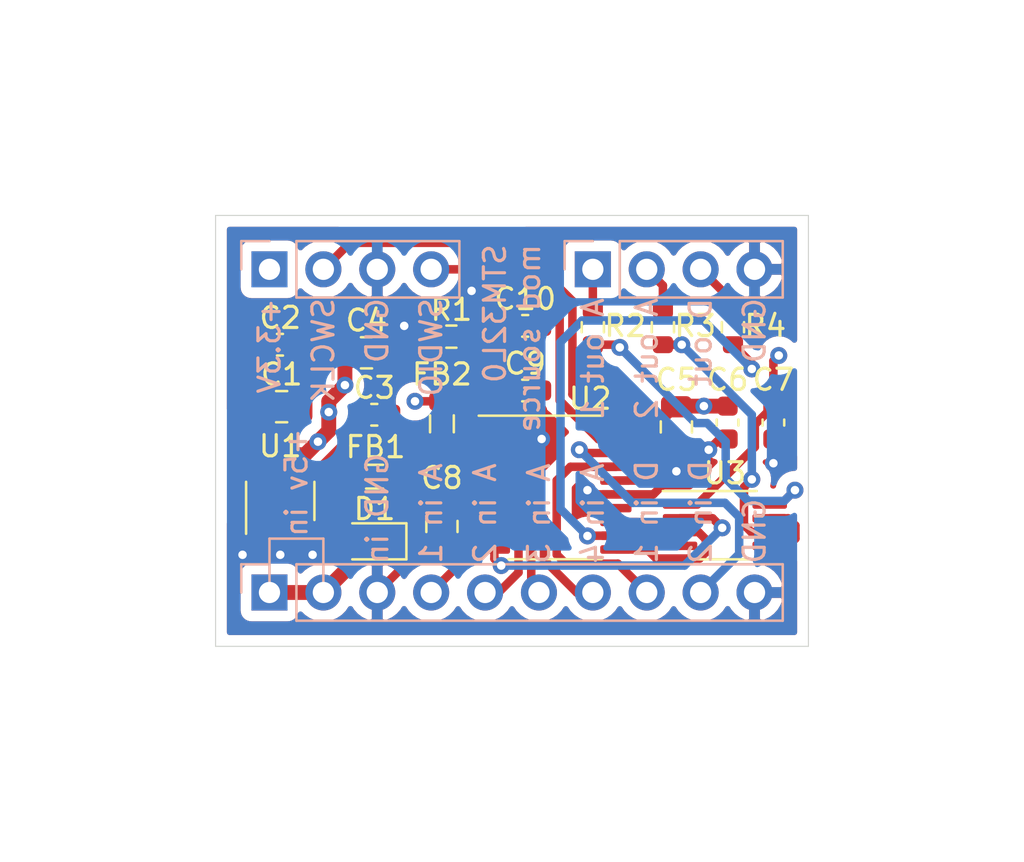
<source format=kicad_pcb>
(kicad_pcb (version 20171130) (host pcbnew 5.1.10-88a1d61d58~88~ubuntu20.04.1)

  (general
    (thickness 1.6)
    (drawings 25)
    (tracks 201)
    (zones 0)
    (modules 23)
    (nets 30)
  )

  (page A4)
  (layers
    (0 Top_layer signal)
    (1 GND_layer power)
    (2 VDD_layer power)
    (31 Bottom_layer signal)
    (32 B.Adhes user hide)
    (33 F.Adhes user hide)
    (34 B.Paste user hide)
    (35 F.Paste user hide)
    (36 B.SilkS user)
    (37 F.SilkS user)
    (38 B.Mask user hide)
    (39 F.Mask user)
    (40 Dwgs.User user hide)
    (41 Cmts.User user hide)
    (42 Eco1.User user hide)
    (43 Eco2.User user hide)
    (44 Edge.Cuts user)
    (45 Margin user hide)
    (46 B.CrtYd user hide)
    (47 F.CrtYd user)
    (48 B.Fab user hide)
    (49 F.Fab user hide)
  )

  (setup
    (last_trace_width 0.25)
    (user_trace_width 0.3)
    (user_trace_width 0.4)
    (user_trace_width 0.5)
    (user_trace_width 0.7)
    (trace_clearance 0.2)
    (zone_clearance 0.508)
    (zone_45_only no)
    (trace_min 0.2)
    (via_size 0.8)
    (via_drill 0.4)
    (via_min_size 0.4)
    (via_min_drill 0.3)
    (uvia_size 0.3)
    (uvia_drill 0.1)
    (uvias_allowed no)
    (uvia_min_size 0.2)
    (uvia_min_drill 0.1)
    (edge_width 0.05)
    (segment_width 0.2)
    (pcb_text_width 0.3)
    (pcb_text_size 1.5 1.5)
    (mod_edge_width 0.12)
    (mod_text_size 1 1)
    (mod_text_width 0.15)
    (pad_size 1.524 1.524)
    (pad_drill 0.762)
    (pad_to_mask_clearance 0)
    (aux_axis_origin 0 0)
    (visible_elements FFFFFF7F)
    (pcbplotparams
      (layerselection 0x010fc_ffffffff)
      (usegerberextensions true)
      (usegerberattributes false)
      (usegerberadvancedattributes false)
      (creategerberjobfile false)
      (excludeedgelayer true)
      (linewidth 0.100000)
      (plotframeref false)
      (viasonmask false)
      (mode 1)
      (useauxorigin false)
      (hpglpennumber 1)
      (hpglpenspeed 20)
      (hpglpendiameter 15.000000)
      (psnegative false)
      (psa4output false)
      (plotreference true)
      (plotvalue false)
      (plotinvisibletext false)
      (padsonsilk false)
      (subtractmaskfromsilk true)
      (outputformat 1)
      (mirror false)
      (drillshape 0)
      (scaleselection 1)
      (outputdirectory "../construction_docs/gerbers/"))
  )

  (net 0 "")
  (net 1 GND)
  (net 2 "Net-(C1-Pad1)")
  (net 3 +3V3)
  (net 4 +3.3VA)
  (net 5 "Net-(D1-Pad1)")
  (net 6 /microcontroller/SYS_SWDIO)
  (net 7 /microcontroller/SYS_SWCLK)
  (net 8 /microcontroller/SPI1_MOSI)
  (net 9 /microcontroller/SPI1_SCK)
  (net 10 /microcontroller/SPI1_NSS)
  (net 11 "Net-(J4-Pad3)")
  (net 12 "Net-(R1-Pad1)")
  (net 13 "Net-(R3-Pad2)")
  (net 14 "Net-(U2-Pad14)")
  (net 15 "Net-(U2-Pad3)")
  (net 16 "Net-(U2-Pad2)")
  (net 17 "Net-(C3-Pad1)")
  (net 18 /microcontroller/D_IN_2)
  (net 19 /microcontroller/D_IN_1)
  (net 20 /microcontroller/A_IN_4)
  (net 21 /microcontroller/A_IN_3)
  (net 22 /microcontroller/A_IN_2)
  (net 23 /microcontroller/A_IN_1)
  (net 24 /SPI_DAC_and_lowpass_filters/A_OUT_2)
  (net 25 /SPI_DAC_and_lowpass_filters/A_OUT_1)
  (net 26 "Net-(R2-Pad2)")
  (net 27 /microcontroller/D_OUT)
  (net 28 "Net-(C10-Pad1)")
  (net 29 +5V)

  (net_class Default "This is the default net class."
    (clearance 0.2)
    (trace_width 0.25)
    (via_dia 0.8)
    (via_drill 0.4)
    (uvia_dia 0.3)
    (uvia_drill 0.1)
    (add_net +3.3VA)
    (add_net +3V3)
    (add_net +5V)
    (add_net /SPI_DAC_and_lowpass_filters/A_OUT_1)
    (add_net /SPI_DAC_and_lowpass_filters/A_OUT_2)
    (add_net /microcontroller/A_IN_1)
    (add_net /microcontroller/A_IN_2)
    (add_net /microcontroller/A_IN_3)
    (add_net /microcontroller/A_IN_4)
    (add_net /microcontroller/D_IN_1)
    (add_net /microcontroller/D_IN_2)
    (add_net /microcontroller/D_OUT)
    (add_net /microcontroller/SPI1_MOSI)
    (add_net /microcontroller/SPI1_NSS)
    (add_net /microcontroller/SPI1_SCK)
    (add_net /microcontroller/SYS_SWCLK)
    (add_net /microcontroller/SYS_SWDIO)
    (add_net GND)
    (add_net "Net-(C1-Pad1)")
    (add_net "Net-(C10-Pad1)")
    (add_net "Net-(C3-Pad1)")
    (add_net "Net-(D1-Pad1)")
    (add_net "Net-(J4-Pad3)")
    (add_net "Net-(R1-Pad1)")
    (add_net "Net-(R2-Pad2)")
    (add_net "Net-(R3-Pad2)")
    (add_net "Net-(U2-Pad14)")
    (add_net "Net-(U2-Pad2)")
    (add_net "Net-(U2-Pad3)")
  )

  (module Connector_PinHeader_2.54mm:PinHeader_1x10_P2.54mm_Vertical (layer Bottom_layer) (tedit 59FED5CC) (tstamp 60C838D4)
    (at 73.66 60.96 270)
    (descr "Through hole straight pin header, 1x10, 2.54mm pitch, single row")
    (tags "Through hole pin header THT 1x10 2.54mm single row")
    (path /6114A721)
    (fp_text reference J1 (at 0 2.33 90) (layer B.SilkS) hide
      (effects (font (size 1 1) (thickness 0.15)) (justify mirror))
    )
    (fp_text value inputs (at 0 -25.19 90) (layer B.Fab)
      (effects (font (size 1 1) (thickness 0.15)) (justify mirror))
    )
    (fp_line (start 1.8 1.8) (end -1.8 1.8) (layer B.CrtYd) (width 0.05))
    (fp_line (start 1.8 -24.65) (end 1.8 1.8) (layer B.CrtYd) (width 0.05))
    (fp_line (start -1.8 -24.65) (end 1.8 -24.65) (layer B.CrtYd) (width 0.05))
    (fp_line (start -1.8 1.8) (end -1.8 -24.65) (layer B.CrtYd) (width 0.05))
    (fp_line (start -1.33 1.33) (end 0 1.33) (layer B.SilkS) (width 0.12))
    (fp_line (start -1.33 0) (end -1.33 1.33) (layer B.SilkS) (width 0.12))
    (fp_line (start -1.33 -1.27) (end 1.33 -1.27) (layer B.SilkS) (width 0.12))
    (fp_line (start 1.33 -1.27) (end 1.33 -24.19) (layer B.SilkS) (width 0.12))
    (fp_line (start -1.33 -1.27) (end -1.33 -24.19) (layer B.SilkS) (width 0.12))
    (fp_line (start -1.33 -24.19) (end 1.33 -24.19) (layer B.SilkS) (width 0.12))
    (fp_line (start -1.27 0.635) (end -0.635 1.27) (layer B.Fab) (width 0.1))
    (fp_line (start -1.27 -24.13) (end -1.27 0.635) (layer B.Fab) (width 0.1))
    (fp_line (start 1.27 -24.13) (end -1.27 -24.13) (layer B.Fab) (width 0.1))
    (fp_line (start 1.27 1.27) (end 1.27 -24.13) (layer B.Fab) (width 0.1))
    (fp_line (start -0.635 1.27) (end 1.27 1.27) (layer B.Fab) (width 0.1))
    (fp_text user %R (at 0 -11.43 180) (layer B.Fab)
      (effects (font (size 1 1) (thickness 0.15)) (justify mirror))
    )
    (pad 10 thru_hole oval (at 0 -22.86 270) (size 1.7 1.7) (drill 1) (layers *.Cu *.Mask)
      (net 1 GND))
    (pad 9 thru_hole oval (at 0 -20.32 270) (size 1.7 1.7) (drill 1) (layers *.Cu *.Mask)
      (net 18 /microcontroller/D_IN_2))
    (pad 8 thru_hole oval (at 0 -17.78 270) (size 1.7 1.7) (drill 1) (layers *.Cu *.Mask)
      (net 19 /microcontroller/D_IN_1))
    (pad 7 thru_hole oval (at 0 -15.24 270) (size 1.7 1.7) (drill 1) (layers *.Cu *.Mask)
      (net 20 /microcontroller/A_IN_4))
    (pad 6 thru_hole oval (at 0 -12.7 270) (size 1.7 1.7) (drill 1) (layers *.Cu *.Mask)
      (net 21 /microcontroller/A_IN_3))
    (pad 5 thru_hole oval (at 0 -10.16 270) (size 1.7 1.7) (drill 1) (layers *.Cu *.Mask)
      (net 22 /microcontroller/A_IN_2))
    (pad 4 thru_hole oval (at 0 -7.62 270) (size 1.7 1.7) (drill 1) (layers *.Cu *.Mask)
      (net 23 /microcontroller/A_IN_1))
    (pad 3 thru_hole oval (at 0 -5.08 270) (size 1.7 1.7) (drill 1) (layers *.Cu *.Mask)
      (net 1 GND))
    (pad 2 thru_hole oval (at 0 -2.54 270) (size 1.7 1.7) (drill 1) (layers *.Cu *.Mask)
      (net 29 +5V))
    (pad 1 thru_hole rect (at 0 0 270) (size 1.7 1.7) (drill 1) (layers *.Cu *.Mask)
      (net 29 +5V))
    (model ${KISYS3DMOD}/Connector_PinHeader_2.54mm.3dshapes/PinHeader_1x10_P2.54mm_Vertical.wrl
      (at (xyz 0 0 0))
      (scale (xyz 1 1 1))
      (rotate (xyz 0 0 0))
    )
  )

  (module Resistor_SMD:R_0603_1608Metric (layer Top_layer) (tedit 5F68FEEE) (tstamp 60C83054)
    (at 95.504 48.45 270)
    (descr "Resistor SMD 0603 (1608 Metric), square (rectangular) end terminal, IPC_7351 nominal, (Body size source: IPC-SM-782 page 72, https://www.pcb-3d.com/wordpress/wp-content/uploads/ipc-sm-782a_amendment_1_and_2.pdf), generated with kicad-footprint-generator")
    (tags resistor)
    (path /60FB255D)
    (attr smd)
    (fp_text reference R4 (at -0.063 -1.524 180) (layer F.SilkS)
      (effects (font (size 1 1) (thickness 0.15)))
    )
    (fp_text value 100 (at 0 1.43 90) (layer F.Fab)
      (effects (font (size 1 1) (thickness 0.15)))
    )
    (fp_line (start 1.48 0.73) (end -1.48 0.73) (layer F.CrtYd) (width 0.05))
    (fp_line (start 1.48 -0.73) (end 1.48 0.73) (layer F.CrtYd) (width 0.05))
    (fp_line (start -1.48 -0.73) (end 1.48 -0.73) (layer F.CrtYd) (width 0.05))
    (fp_line (start -1.48 0.73) (end -1.48 -0.73) (layer F.CrtYd) (width 0.05))
    (fp_line (start -0.237258 0.5225) (end 0.237258 0.5225) (layer F.SilkS) (width 0.12))
    (fp_line (start -0.237258 -0.5225) (end 0.237258 -0.5225) (layer F.SilkS) (width 0.12))
    (fp_line (start 0.8 0.4125) (end -0.8 0.4125) (layer F.Fab) (width 0.1))
    (fp_line (start 0.8 -0.4125) (end 0.8 0.4125) (layer F.Fab) (width 0.1))
    (fp_line (start -0.8 -0.4125) (end 0.8 -0.4125) (layer F.Fab) (width 0.1))
    (fp_line (start -0.8 0.4125) (end -0.8 -0.4125) (layer F.Fab) (width 0.1))
    (fp_text user %R (at 0 0 90) (layer F.Fab)
      (effects (font (size 0.4 0.4) (thickness 0.06)))
    )
    (pad 2 smd roundrect (at 0.825 0 270) (size 0.8 0.95) (layers Top_layer F.Paste F.Mask) (roundrect_rratio 0.25)
      (net 27 /microcontroller/D_OUT))
    (pad 1 smd roundrect (at -0.825 0 270) (size 0.8 0.95) (layers Top_layer F.Paste F.Mask) (roundrect_rratio 0.25)
      (net 11 "Net-(J4-Pad3)"))
    (model ${KISYS3DMOD}/Resistor_SMD.3dshapes/R_0603_1608Metric.wrl
      (at (xyz 0 0 0))
      (scale (xyz 1 1 1))
      (rotate (xyz 0 0 0))
    )
  )

  (module Resistor_SMD:R_0603_1608Metric (layer Top_layer) (tedit 5F68FEEE) (tstamp 60C83043)
    (at 92.202 48.451 270)
    (descr "Resistor SMD 0603 (1608 Metric), square (rectangular) end terminal, IPC_7351 nominal, (Body size source: IPC-SM-782 page 72, https://www.pcb-3d.com/wordpress/wp-content/uploads/ipc-sm-782a_amendment_1_and_2.pdf), generated with kicad-footprint-generator")
    (tags resistor)
    (path /60C4B1AB/60DF6F87)
    (attr smd)
    (fp_text reference R3 (at -0.064 -1.524 180) (layer F.SilkS)
      (effects (font (size 1 1) (thickness 0.15)))
    )
    (fp_text value 100 (at 0 1.43 90) (layer F.Fab)
      (effects (font (size 1 1) (thickness 0.15)))
    )
    (fp_line (start 1.48 0.73) (end -1.48 0.73) (layer F.CrtYd) (width 0.05))
    (fp_line (start 1.48 -0.73) (end 1.48 0.73) (layer F.CrtYd) (width 0.05))
    (fp_line (start -1.48 -0.73) (end 1.48 -0.73) (layer F.CrtYd) (width 0.05))
    (fp_line (start -1.48 0.73) (end -1.48 -0.73) (layer F.CrtYd) (width 0.05))
    (fp_line (start -0.237258 0.5225) (end 0.237258 0.5225) (layer F.SilkS) (width 0.12))
    (fp_line (start -0.237258 -0.5225) (end 0.237258 -0.5225) (layer F.SilkS) (width 0.12))
    (fp_line (start 0.8 0.4125) (end -0.8 0.4125) (layer F.Fab) (width 0.1))
    (fp_line (start 0.8 -0.4125) (end 0.8 0.4125) (layer F.Fab) (width 0.1))
    (fp_line (start -0.8 -0.4125) (end 0.8 -0.4125) (layer F.Fab) (width 0.1))
    (fp_line (start -0.8 0.4125) (end -0.8 -0.4125) (layer F.Fab) (width 0.1))
    (fp_text user %R (at 0 0 90) (layer F.Fab)
      (effects (font (size 0.4 0.4) (thickness 0.06)))
    )
    (pad 2 smd roundrect (at 0.825 0 270) (size 0.8 0.95) (layers Top_layer F.Paste F.Mask) (roundrect_rratio 0.25)
      (net 13 "Net-(R3-Pad2)"))
    (pad 1 smd roundrect (at -0.825 0 270) (size 0.8 0.95) (layers Top_layer F.Paste F.Mask) (roundrect_rratio 0.25)
      (net 24 /SPI_DAC_and_lowpass_filters/A_OUT_2))
    (model ${KISYS3DMOD}/Resistor_SMD.3dshapes/R_0603_1608Metric.wrl
      (at (xyz 0 0 0))
      (scale (xyz 1 1 1))
      (rotate (xyz 0 0 0))
    )
  )

  (module Resistor_SMD:R_0603_1608Metric (layer Top_layer) (tedit 5F68FEEE) (tstamp 60C83032)
    (at 88.9 48.451 270)
    (descr "Resistor SMD 0603 (1608 Metric), square (rectangular) end terminal, IPC_7351 nominal, (Body size source: IPC-SM-782 page 72, https://www.pcb-3d.com/wordpress/wp-content/uploads/ipc-sm-782a_amendment_1_and_2.pdf), generated with kicad-footprint-generator")
    (tags resistor)
    (path /60C4B1AB/60DF0F78)
    (attr smd)
    (fp_text reference R2 (at -0.064 -1.524 180) (layer F.SilkS)
      (effects (font (size 1 1) (thickness 0.15)))
    )
    (fp_text value 100 (at 0 1.43 90) (layer F.Fab)
      (effects (font (size 1 1) (thickness 0.15)))
    )
    (fp_line (start 1.48 0.73) (end -1.48 0.73) (layer F.CrtYd) (width 0.05))
    (fp_line (start 1.48 -0.73) (end 1.48 0.73) (layer F.CrtYd) (width 0.05))
    (fp_line (start -1.48 -0.73) (end 1.48 -0.73) (layer F.CrtYd) (width 0.05))
    (fp_line (start -1.48 0.73) (end -1.48 -0.73) (layer F.CrtYd) (width 0.05))
    (fp_line (start -0.237258 0.5225) (end 0.237258 0.5225) (layer F.SilkS) (width 0.12))
    (fp_line (start -0.237258 -0.5225) (end 0.237258 -0.5225) (layer F.SilkS) (width 0.12))
    (fp_line (start 0.8 0.4125) (end -0.8 0.4125) (layer F.Fab) (width 0.1))
    (fp_line (start 0.8 -0.4125) (end 0.8 0.4125) (layer F.Fab) (width 0.1))
    (fp_line (start -0.8 -0.4125) (end 0.8 -0.4125) (layer F.Fab) (width 0.1))
    (fp_line (start -0.8 0.4125) (end -0.8 -0.4125) (layer F.Fab) (width 0.1))
    (fp_text user %R (at 0 0 90) (layer F.Fab)
      (effects (font (size 0.4 0.4) (thickness 0.06)))
    )
    (pad 2 smd roundrect (at 0.825 0 270) (size 0.8 0.95) (layers Top_layer F.Paste F.Mask) (roundrect_rratio 0.25)
      (net 26 "Net-(R2-Pad2)"))
    (pad 1 smd roundrect (at -0.825 0 270) (size 0.8 0.95) (layers Top_layer F.Paste F.Mask) (roundrect_rratio 0.25)
      (net 25 /SPI_DAC_and_lowpass_filters/A_OUT_1))
    (model ${KISYS3DMOD}/Resistor_SMD.3dshapes/R_0603_1608Metric.wrl
      (at (xyz 0 0 0))
      (scale (xyz 1 1 1))
      (rotate (xyz 0 0 0))
    )
  )

  (module Resistor_SMD:R_0603_1608Metric (layer Top_layer) (tedit 5F68FEEE) (tstamp 60C83021)
    (at 82.233 48.895 180)
    (descr "Resistor SMD 0603 (1608 Metric), square (rectangular) end terminal, IPC_7351 nominal, (Body size source: IPC-SM-782 page 72, https://www.pcb-3d.com/wordpress/wp-content/uploads/ipc-sm-782a_amendment_1_and_2.pdf), generated with kicad-footprint-generator")
    (tags resistor)
    (path /60C41260/60C43B91)
    (attr smd)
    (fp_text reference R1 (at 0 1.27) (layer F.SilkS)
      (effects (font (size 1 1) (thickness 0.15)))
    )
    (fp_text value 10k (at 0 1.43) (layer F.Fab)
      (effects (font (size 1 1) (thickness 0.15)))
    )
    (fp_line (start 1.48 0.73) (end -1.48 0.73) (layer F.CrtYd) (width 0.05))
    (fp_line (start 1.48 -0.73) (end 1.48 0.73) (layer F.CrtYd) (width 0.05))
    (fp_line (start -1.48 -0.73) (end 1.48 -0.73) (layer F.CrtYd) (width 0.05))
    (fp_line (start -1.48 0.73) (end -1.48 -0.73) (layer F.CrtYd) (width 0.05))
    (fp_line (start -0.237258 0.5225) (end 0.237258 0.5225) (layer F.SilkS) (width 0.12))
    (fp_line (start -0.237258 -0.5225) (end 0.237258 -0.5225) (layer F.SilkS) (width 0.12))
    (fp_line (start 0.8 0.4125) (end -0.8 0.4125) (layer F.Fab) (width 0.1))
    (fp_line (start 0.8 -0.4125) (end 0.8 0.4125) (layer F.Fab) (width 0.1))
    (fp_line (start -0.8 -0.4125) (end 0.8 -0.4125) (layer F.Fab) (width 0.1))
    (fp_line (start -0.8 0.4125) (end -0.8 -0.4125) (layer F.Fab) (width 0.1))
    (fp_text user %R (at 0 0) (layer F.Fab)
      (effects (font (size 0.4 0.4) (thickness 0.06)))
    )
    (pad 2 smd roundrect (at 0.825 0 180) (size 0.8 0.95) (layers Top_layer F.Paste F.Mask) (roundrect_rratio 0.25)
      (net 1 GND))
    (pad 1 smd roundrect (at -0.825 0 180) (size 0.8 0.95) (layers Top_layer F.Paste F.Mask) (roundrect_rratio 0.25)
      (net 12 "Net-(R1-Pad1)"))
    (model ${KISYS3DMOD}/Resistor_SMD.3dshapes/R_0603_1608Metric.wrl
      (at (xyz 0 0 0))
      (scale (xyz 1 1 1))
      (rotate (xyz 0 0 0))
    )
  )

  (module Capacitor_SMD:C_0805_2012Metric (layer Top_layer) (tedit 5F68FEEE) (tstamp 60C81913)
    (at 81.788 57.846 270)
    (descr "Capacitor SMD 0805 (2012 Metric), square (rectangular) end terminal, IPC_7351 nominal, (Body size source: IPC-SM-782 page 76, https://www.pcb-3d.com/wordpress/wp-content/uploads/ipc-sm-782a_amendment_1_and_2.pdf, https://docs.google.com/spreadsheets/d/1BsfQQcO9C6DZCsRaXUlFlo91Tg2WpOkGARC1WS5S8t0/edit?usp=sharing), generated with kicad-footprint-generator")
    (tags capacitor)
    (path /60C4BA60/60E0A7E5)
    (attr smd)
    (fp_text reference C8 (at -2.286 0 180) (layer F.SilkS)
      (effects (font (size 1 1) (thickness 0.15)))
    )
    (fp_text value 2u2 (at 0 1.68 90) (layer F.Fab)
      (effects (font (size 1 1) (thickness 0.15)))
    )
    (fp_line (start 1.7 0.98) (end -1.7 0.98) (layer F.CrtYd) (width 0.05))
    (fp_line (start 1.7 -0.98) (end 1.7 0.98) (layer F.CrtYd) (width 0.05))
    (fp_line (start -1.7 -0.98) (end 1.7 -0.98) (layer F.CrtYd) (width 0.05))
    (fp_line (start -1.7 0.98) (end -1.7 -0.98) (layer F.CrtYd) (width 0.05))
    (fp_line (start -0.261252 0.735) (end 0.261252 0.735) (layer F.SilkS) (width 0.12))
    (fp_line (start -0.261252 -0.735) (end 0.261252 -0.735) (layer F.SilkS) (width 0.12))
    (fp_line (start 1 0.625) (end -1 0.625) (layer F.Fab) (width 0.1))
    (fp_line (start 1 -0.625) (end 1 0.625) (layer F.Fab) (width 0.1))
    (fp_line (start -1 -0.625) (end 1 -0.625) (layer F.Fab) (width 0.1))
    (fp_line (start -1 0.625) (end -1 -0.625) (layer F.Fab) (width 0.1))
    (fp_text user %R (at 0 0 90) (layer F.Fab)
      (effects (font (size 0.5 0.5) (thickness 0.08)))
    )
    (pad 2 smd roundrect (at 0.95 0 270) (size 1 1.45) (layers Top_layer F.Paste F.Mask) (roundrect_rratio 0.25)
      (net 1 GND))
    (pad 1 smd roundrect (at -0.95 0 270) (size 1 1.45) (layers Top_layer F.Paste F.Mask) (roundrect_rratio 0.25)
      (net 4 +3.3VA))
    (model ${KISYS3DMOD}/Capacitor_SMD.3dshapes/C_0805_2012Metric.wrl
      (at (xyz 0 0 0))
      (scale (xyz 1 1 1))
      (rotate (xyz 0 0 0))
    )
  )

  (module Capacitor_SMD:C_0603_1608Metric (layer Top_layer) (tedit 5F68FEEE) (tstamp 60C82571)
    (at 85.712 48.387)
    (descr "Capacitor SMD 0603 (1608 Metric), square (rectangular) end terminal, IPC_7351 nominal, (Body size source: IPC-SM-782 page 76, https://www.pcb-3d.com/wordpress/wp-content/uploads/ipc-sm-782a_amendment_1_and_2.pdf), generated with kicad-footprint-generator")
    (tags capacitor)
    (path /60C41260/60C43BA0)
    (attr smd)
    (fp_text reference C10 (at 0 -1.27) (layer F.SilkS)
      (effects (font (size 1 1) (thickness 0.15)))
    )
    (fp_text value 100n (at 0 1.43) (layer F.Fab)
      (effects (font (size 1 1) (thickness 0.15)))
    )
    (fp_line (start 1.48 0.73) (end -1.48 0.73) (layer F.CrtYd) (width 0.05))
    (fp_line (start 1.48 -0.73) (end 1.48 0.73) (layer F.CrtYd) (width 0.05))
    (fp_line (start -1.48 -0.73) (end 1.48 -0.73) (layer F.CrtYd) (width 0.05))
    (fp_line (start -1.48 0.73) (end -1.48 -0.73) (layer F.CrtYd) (width 0.05))
    (fp_line (start -0.14058 0.51) (end 0.14058 0.51) (layer F.SilkS) (width 0.12))
    (fp_line (start -0.14058 -0.51) (end 0.14058 -0.51) (layer F.SilkS) (width 0.12))
    (fp_line (start 0.8 0.4) (end -0.8 0.4) (layer F.Fab) (width 0.1))
    (fp_line (start 0.8 -0.4) (end 0.8 0.4) (layer F.Fab) (width 0.1))
    (fp_line (start -0.8 -0.4) (end 0.8 -0.4) (layer F.Fab) (width 0.1))
    (fp_line (start -0.8 0.4) (end -0.8 -0.4) (layer F.Fab) (width 0.1))
    (fp_text user %R (at 0 0) (layer F.Fab)
      (effects (font (size 0.4 0.4) (thickness 0.06)))
    )
    (pad 2 smd roundrect (at 0.775 0) (size 0.9 0.95) (layers Top_layer F.Paste F.Mask) (roundrect_rratio 0.25)
      (net 1 GND))
    (pad 1 smd roundrect (at -0.775 0) (size 0.9 0.95) (layers Top_layer F.Paste F.Mask) (roundrect_rratio 0.25)
      (net 28 "Net-(C10-Pad1)"))
    (model ${KISYS3DMOD}/Capacitor_SMD.3dshapes/C_0603_1608Metric.wrl
      (at (xyz 0 0 0))
      (scale (xyz 1 1 1))
      (rotate (xyz 0 0 0))
    )
  )

  (module Capacitor_SMD:C_0603_1608Metric (layer Top_layer) (tedit 5F68FEEE) (tstamp 60C81066)
    (at 85.712 51.435)
    (descr "Capacitor SMD 0603 (1608 Metric), square (rectangular) end terminal, IPC_7351 nominal, (Body size source: IPC-SM-782 page 76, https://www.pcb-3d.com/wordpress/wp-content/uploads/ipc-sm-782a_amendment_1_and_2.pdf), generated with kicad-footprint-generator")
    (tags capacitor)
    (path /60C4BA60/60E1FF77)
    (attr smd)
    (fp_text reference C9 (at 0 -1.27) (layer F.SilkS)
      (effects (font (size 1 1) (thickness 0.15)))
    )
    (fp_text value 100n (at 0 1.43) (layer F.Fab)
      (effects (font (size 1 1) (thickness 0.15)))
    )
    (fp_line (start 1.48 0.73) (end -1.48 0.73) (layer F.CrtYd) (width 0.05))
    (fp_line (start 1.48 -0.73) (end 1.48 0.73) (layer F.CrtYd) (width 0.05))
    (fp_line (start -1.48 -0.73) (end 1.48 -0.73) (layer F.CrtYd) (width 0.05))
    (fp_line (start -1.48 0.73) (end -1.48 -0.73) (layer F.CrtYd) (width 0.05))
    (fp_line (start -0.14058 0.51) (end 0.14058 0.51) (layer F.SilkS) (width 0.12))
    (fp_line (start -0.14058 -0.51) (end 0.14058 -0.51) (layer F.SilkS) (width 0.12))
    (fp_line (start 0.8 0.4) (end -0.8 0.4) (layer F.Fab) (width 0.1))
    (fp_line (start 0.8 -0.4) (end 0.8 0.4) (layer F.Fab) (width 0.1))
    (fp_line (start -0.8 -0.4) (end 0.8 -0.4) (layer F.Fab) (width 0.1))
    (fp_line (start -0.8 0.4) (end -0.8 -0.4) (layer F.Fab) (width 0.1))
    (fp_text user %R (at 0 0) (layer F.Fab)
      (effects (font (size 0.4 0.4) (thickness 0.06)))
    )
    (pad 2 smd roundrect (at 0.775 0) (size 0.9 0.95) (layers Top_layer F.Paste F.Mask) (roundrect_rratio 0.25)
      (net 1 GND))
    (pad 1 smd roundrect (at -0.775 0) (size 0.9 0.95) (layers Top_layer F.Paste F.Mask) (roundrect_rratio 0.25)
      (net 4 +3.3VA))
    (model ${KISYS3DMOD}/Capacitor_SMD.3dshapes/C_0603_1608Metric.wrl
      (at (xyz 0 0 0))
      (scale (xyz 1 1 1))
      (rotate (xyz 0 0 0))
    )
  )

  (module Capacitor_SMD:C_0603_1608Metric (layer Top_layer) (tedit 5F68FEEE) (tstamp 60C81045)
    (at 97.409 52.946 270)
    (descr "Capacitor SMD 0603 (1608 Metric), square (rectangular) end terminal, IPC_7351 nominal, (Body size source: IPC-SM-782 page 76, https://www.pcb-3d.com/wordpress/wp-content/uploads/ipc-sm-782a_amendment_1_and_2.pdf), generated with kicad-footprint-generator")
    (tags capacitor)
    (path /60C4BA60/60E123CB)
    (attr smd)
    (fp_text reference C7 (at -2.019 0 180) (layer F.SilkS)
      (effects (font (size 1 1) (thickness 0.15)))
    )
    (fp_text value 100n (at 0 1.43 90) (layer F.Fab)
      (effects (font (size 1 1) (thickness 0.15)))
    )
    (fp_line (start 1.48 0.73) (end -1.48 0.73) (layer F.CrtYd) (width 0.05))
    (fp_line (start 1.48 -0.73) (end 1.48 0.73) (layer F.CrtYd) (width 0.05))
    (fp_line (start -1.48 -0.73) (end 1.48 -0.73) (layer F.CrtYd) (width 0.05))
    (fp_line (start -1.48 0.73) (end -1.48 -0.73) (layer F.CrtYd) (width 0.05))
    (fp_line (start -0.14058 0.51) (end 0.14058 0.51) (layer F.SilkS) (width 0.12))
    (fp_line (start -0.14058 -0.51) (end 0.14058 -0.51) (layer F.SilkS) (width 0.12))
    (fp_line (start 0.8 0.4) (end -0.8 0.4) (layer F.Fab) (width 0.1))
    (fp_line (start 0.8 -0.4) (end 0.8 0.4) (layer F.Fab) (width 0.1))
    (fp_line (start -0.8 -0.4) (end 0.8 -0.4) (layer F.Fab) (width 0.1))
    (fp_line (start -0.8 0.4) (end -0.8 -0.4) (layer F.Fab) (width 0.1))
    (fp_text user %R (at 0 0 90) (layer F.Fab)
      (effects (font (size 0.4 0.4) (thickness 0.06)))
    )
    (pad 2 smd roundrect (at 0.775 0 270) (size 0.9 0.95) (layers Top_layer F.Paste F.Mask) (roundrect_rratio 0.25)
      (net 1 GND))
    (pad 1 smd roundrect (at -0.775 0 270) (size 0.9 0.95) (layers Top_layer F.Paste F.Mask) (roundrect_rratio 0.25)
      (net 3 +3V3))
    (model ${KISYS3DMOD}/Capacitor_SMD.3dshapes/C_0603_1608Metric.wrl
      (at (xyz 0 0 0))
      (scale (xyz 1 1 1))
      (rotate (xyz 0 0 0))
    )
  )

  (module Capacitor_SMD:C_0603_1608Metric (layer Top_layer) (tedit 5F68FEEE) (tstamp 60C81034)
    (at 95.25 52.946 270)
    (descr "Capacitor SMD 0603 (1608 Metric), square (rectangular) end terminal, IPC_7351 nominal, (Body size source: IPC-SM-782 page 76, https://www.pcb-3d.com/wordpress/wp-content/uploads/ipc-sm-782a_amendment_1_and_2.pdf), generated with kicad-footprint-generator")
    (tags capacitor)
    (path /60C4BA60/60E11E25)
    (attr smd)
    (fp_text reference C6 (at -2.019 0 180) (layer F.SilkS)
      (effects (font (size 1 1) (thickness 0.15)))
    )
    (fp_text value 100n (at 0 1.43 90) (layer F.Fab)
      (effects (font (size 1 1) (thickness 0.15)))
    )
    (fp_line (start 1.48 0.73) (end -1.48 0.73) (layer F.CrtYd) (width 0.05))
    (fp_line (start 1.48 -0.73) (end 1.48 0.73) (layer F.CrtYd) (width 0.05))
    (fp_line (start -1.48 -0.73) (end 1.48 -0.73) (layer F.CrtYd) (width 0.05))
    (fp_line (start -1.48 0.73) (end -1.48 -0.73) (layer F.CrtYd) (width 0.05))
    (fp_line (start -0.14058 0.51) (end 0.14058 0.51) (layer F.SilkS) (width 0.12))
    (fp_line (start -0.14058 -0.51) (end 0.14058 -0.51) (layer F.SilkS) (width 0.12))
    (fp_line (start 0.8 0.4) (end -0.8 0.4) (layer F.Fab) (width 0.1))
    (fp_line (start 0.8 -0.4) (end 0.8 0.4) (layer F.Fab) (width 0.1))
    (fp_line (start -0.8 -0.4) (end 0.8 -0.4) (layer F.Fab) (width 0.1))
    (fp_line (start -0.8 0.4) (end -0.8 -0.4) (layer F.Fab) (width 0.1))
    (fp_text user %R (at 0 0 90) (layer F.Fab)
      (effects (font (size 0.4 0.4) (thickness 0.06)))
    )
    (pad 2 smd roundrect (at 0.775 0 270) (size 0.9 0.95) (layers Top_layer F.Paste F.Mask) (roundrect_rratio 0.25)
      (net 1 GND))
    (pad 1 smd roundrect (at -0.775 0 270) (size 0.9 0.95) (layers Top_layer F.Paste F.Mask) (roundrect_rratio 0.25)
      (net 3 +3V3))
    (model ${KISYS3DMOD}/Capacitor_SMD.3dshapes/C_0603_1608Metric.wrl
      (at (xyz 0 0 0))
      (scale (xyz 1 1 1))
      (rotate (xyz 0 0 0))
    )
  )

  (module Capacitor_SMD:C_0805_2012Metric (layer Top_layer) (tedit 5F68FEEE) (tstamp 60C81023)
    (at 92.837 53.152 270)
    (descr "Capacitor SMD 0805 (2012 Metric), square (rectangular) end terminal, IPC_7351 nominal, (Body size source: IPC-SM-782 page 76, https://www.pcb-3d.com/wordpress/wp-content/uploads/ipc-sm-782a_amendment_1_and_2.pdf, https://docs.google.com/spreadsheets/d/1BsfQQcO9C6DZCsRaXUlFlo91Tg2WpOkGARC1WS5S8t0/edit?usp=sharing), generated with kicad-footprint-generator")
    (tags capacitor)
    (path /60C4BA60/60E11E1F)
    (attr smd)
    (fp_text reference C5 (at -2.225 0 180) (layer F.SilkS)
      (effects (font (size 1 1) (thickness 0.15)))
    )
    (fp_text value 2u2 (at 0 1.68 90) (layer F.Fab)
      (effects (font (size 1 1) (thickness 0.15)))
    )
    (fp_line (start 1.7 0.98) (end -1.7 0.98) (layer F.CrtYd) (width 0.05))
    (fp_line (start 1.7 -0.98) (end 1.7 0.98) (layer F.CrtYd) (width 0.05))
    (fp_line (start -1.7 -0.98) (end 1.7 -0.98) (layer F.CrtYd) (width 0.05))
    (fp_line (start -1.7 0.98) (end -1.7 -0.98) (layer F.CrtYd) (width 0.05))
    (fp_line (start -0.261252 0.735) (end 0.261252 0.735) (layer F.SilkS) (width 0.12))
    (fp_line (start -0.261252 -0.735) (end 0.261252 -0.735) (layer F.SilkS) (width 0.12))
    (fp_line (start 1 0.625) (end -1 0.625) (layer F.Fab) (width 0.1))
    (fp_line (start 1 -0.625) (end 1 0.625) (layer F.Fab) (width 0.1))
    (fp_line (start -1 -0.625) (end 1 -0.625) (layer F.Fab) (width 0.1))
    (fp_line (start -1 0.625) (end -1 -0.625) (layer F.Fab) (width 0.1))
    (fp_text user %R (at 0 0 90) (layer F.Fab)
      (effects (font (size 0.5 0.5) (thickness 0.08)))
    )
    (pad 2 smd roundrect (at 0.95 0 270) (size 1 1.45) (layers Top_layer F.Paste F.Mask) (roundrect_rratio 0.25)
      (net 1 GND))
    (pad 1 smd roundrect (at -0.95 0 270) (size 1 1.45) (layers Top_layer F.Paste F.Mask) (roundrect_rratio 0.25)
      (net 3 +3V3))
    (model ${KISYS3DMOD}/Capacitor_SMD.3dshapes/C_0805_2012Metric.wrl
      (at (xyz 0 0 0))
      (scale (xyz 1 1 1))
      (rotate (xyz 0 0 0))
    )
  )

  (module Capacitor_SMD:C_0805_2012Metric (layer Top_layer) (tedit 5F68FEEE) (tstamp 60C84893)
    (at 78.232 49.657)
    (descr "Capacitor SMD 0805 (2012 Metric), square (rectangular) end terminal, IPC_7351 nominal, (Body size source: IPC-SM-782 page 76, https://www.pcb-3d.com/wordpress/wp-content/uploads/ipc-sm-782a_amendment_1_and_2.pdf, https://docs.google.com/spreadsheets/d/1BsfQQcO9C6DZCsRaXUlFlo91Tg2WpOkGARC1WS5S8t0/edit?usp=sharing), generated with kicad-footprint-generator")
    (tags capacitor)
    (path /60C4BA60/60FD59E1)
    (attr smd)
    (fp_text reference C4 (at 0 -1.524) (layer F.SilkS)
      (effects (font (size 1 1) (thickness 0.15)))
    )
    (fp_text value 1u (at 0 1.68) (layer F.Fab)
      (effects (font (size 1 1) (thickness 0.15)))
    )
    (fp_line (start 1.7 0.98) (end -1.7 0.98) (layer F.CrtYd) (width 0.05))
    (fp_line (start 1.7 -0.98) (end 1.7 0.98) (layer F.CrtYd) (width 0.05))
    (fp_line (start -1.7 -0.98) (end 1.7 -0.98) (layer F.CrtYd) (width 0.05))
    (fp_line (start -1.7 0.98) (end -1.7 -0.98) (layer F.CrtYd) (width 0.05))
    (fp_line (start -0.261252 0.735) (end 0.261252 0.735) (layer F.SilkS) (width 0.12))
    (fp_line (start -0.261252 -0.735) (end 0.261252 -0.735) (layer F.SilkS) (width 0.12))
    (fp_line (start 1 0.625) (end -1 0.625) (layer F.Fab) (width 0.1))
    (fp_line (start 1 -0.625) (end 1 0.625) (layer F.Fab) (width 0.1))
    (fp_line (start -1 -0.625) (end 1 -0.625) (layer F.Fab) (width 0.1))
    (fp_line (start -1 0.625) (end -1 -0.625) (layer F.Fab) (width 0.1))
    (fp_text user %R (at 0 0) (layer F.Fab)
      (effects (font (size 0.5 0.5) (thickness 0.08)))
    )
    (pad 2 smd roundrect (at 0.95 0) (size 1 1.45) (layers Top_layer F.Paste F.Mask) (roundrect_rratio 0.25)
      (net 1 GND))
    (pad 1 smd roundrect (at -0.95 0) (size 1 1.45) (layers Top_layer F.Paste F.Mask) (roundrect_rratio 0.25)
      (net 3 +3V3))
    (model ${KISYS3DMOD}/Capacitor_SMD.3dshapes/C_0805_2012Metric.wrl
      (at (xyz 0 0 0))
      (scale (xyz 1 1 1))
      (rotate (xyz 0 0 0))
    )
  )

  (module Capacitor_SMD:C_0603_1608Metric (layer Top_layer) (tedit 5F68FEEE) (tstamp 60C84830)
    (at 78.6 52.578)
    (descr "Capacitor SMD 0603 (1608 Metric), square (rectangular) end terminal, IPC_7351 nominal, (Body size source: IPC-SM-782 page 76, https://www.pcb-3d.com/wordpress/wp-content/uploads/ipc-sm-782a_amendment_1_and_2.pdf), generated with kicad-footprint-generator")
    (tags capacitor)
    (path /60C4BA60/60FCEDB1)
    (attr smd)
    (fp_text reference C3 (at 0 -1.27) (layer F.SilkS)
      (effects (font (size 1 1) (thickness 0.15)))
    )
    (fp_text value 10n (at 0 1.43) (layer F.Fab)
      (effects (font (size 1 1) (thickness 0.15)))
    )
    (fp_line (start 1.48 0.73) (end -1.48 0.73) (layer F.CrtYd) (width 0.05))
    (fp_line (start 1.48 -0.73) (end 1.48 0.73) (layer F.CrtYd) (width 0.05))
    (fp_line (start -1.48 -0.73) (end 1.48 -0.73) (layer F.CrtYd) (width 0.05))
    (fp_line (start -1.48 0.73) (end -1.48 -0.73) (layer F.CrtYd) (width 0.05))
    (fp_line (start -0.14058 0.51) (end 0.14058 0.51) (layer F.SilkS) (width 0.12))
    (fp_line (start -0.14058 -0.51) (end 0.14058 -0.51) (layer F.SilkS) (width 0.12))
    (fp_line (start 0.8 0.4) (end -0.8 0.4) (layer F.Fab) (width 0.1))
    (fp_line (start 0.8 -0.4) (end 0.8 0.4) (layer F.Fab) (width 0.1))
    (fp_line (start -0.8 -0.4) (end 0.8 -0.4) (layer F.Fab) (width 0.1))
    (fp_line (start -0.8 0.4) (end -0.8 -0.4) (layer F.Fab) (width 0.1))
    (fp_text user %R (at 0 0) (layer F.Fab)
      (effects (font (size 0.4 0.4) (thickness 0.06)))
    )
    (pad 2 smd roundrect (at 0.775 0) (size 0.9 0.95) (layers Top_layer F.Paste F.Mask) (roundrect_rratio 0.25)
      (net 1 GND))
    (pad 1 smd roundrect (at -0.775 0) (size 0.9 0.95) (layers Top_layer F.Paste F.Mask) (roundrect_rratio 0.25)
      (net 17 "Net-(C3-Pad1)"))
    (model ${KISYS3DMOD}/Capacitor_SMD.3dshapes/C_0603_1608Metric.wrl
      (at (xyz 0 0 0))
      (scale (xyz 1 1 1))
      (rotate (xyz 0 0 0))
    )
  )

  (module Capacitor_SMD:C_0603_1608Metric (layer Top_layer) (tedit 5F68FEEE) (tstamp 60C80FF0)
    (at 74.155 49.276)
    (descr "Capacitor SMD 0603 (1608 Metric), square (rectangular) end terminal, IPC_7351 nominal, (Body size source: IPC-SM-782 page 76, https://www.pcb-3d.com/wordpress/wp-content/uploads/ipc-sm-782a_amendment_1_and_2.pdf), generated with kicad-footprint-generator")
    (tags capacitor)
    (path /60C4BA60/60FCA7EA)
    (attr smd)
    (fp_text reference C2 (at 0.013 -1.27) (layer F.SilkS)
      (effects (font (size 1 1) (thickness 0.15)))
    )
    (fp_text value 100n (at 0 1.43) (layer F.Fab)
      (effects (font (size 1 1) (thickness 0.15)))
    )
    (fp_line (start 1.48 0.73) (end -1.48 0.73) (layer F.CrtYd) (width 0.05))
    (fp_line (start 1.48 -0.73) (end 1.48 0.73) (layer F.CrtYd) (width 0.05))
    (fp_line (start -1.48 -0.73) (end 1.48 -0.73) (layer F.CrtYd) (width 0.05))
    (fp_line (start -1.48 0.73) (end -1.48 -0.73) (layer F.CrtYd) (width 0.05))
    (fp_line (start -0.14058 0.51) (end 0.14058 0.51) (layer F.SilkS) (width 0.12))
    (fp_line (start -0.14058 -0.51) (end 0.14058 -0.51) (layer F.SilkS) (width 0.12))
    (fp_line (start 0.8 0.4) (end -0.8 0.4) (layer F.Fab) (width 0.1))
    (fp_line (start 0.8 -0.4) (end 0.8 0.4) (layer F.Fab) (width 0.1))
    (fp_line (start -0.8 -0.4) (end 0.8 -0.4) (layer F.Fab) (width 0.1))
    (fp_line (start -0.8 0.4) (end -0.8 -0.4) (layer F.Fab) (width 0.1))
    (fp_text user %R (at 0 0) (layer F.Fab)
      (effects (font (size 0.4 0.4) (thickness 0.06)))
    )
    (pad 2 smd roundrect (at 0.775 0) (size 0.9 0.95) (layers Top_layer F.Paste F.Mask) (roundrect_rratio 0.25)
      (net 1 GND))
    (pad 1 smd roundrect (at -0.775 0) (size 0.9 0.95) (layers Top_layer F.Paste F.Mask) (roundrect_rratio 0.25)
      (net 2 "Net-(C1-Pad1)"))
    (model ${KISYS3DMOD}/Capacitor_SMD.3dshapes/C_0603_1608Metric.wrl
      (at (xyz 0 0 0))
      (scale (xyz 1 1 1))
      (rotate (xyz 0 0 0))
    )
  )

  (module Capacitor_SMD:C_0805_2012Metric (layer Top_layer) (tedit 5F68FEEE) (tstamp 60C80FDF)
    (at 74.234 52.197)
    (descr "Capacitor SMD 0805 (2012 Metric), square (rectangular) end terminal, IPC_7351 nominal, (Body size source: IPC-SM-782 page 76, https://www.pcb-3d.com/wordpress/wp-content/uploads/ipc-sm-782a_amendment_1_and_2.pdf, https://docs.google.com/spreadsheets/d/1BsfQQcO9C6DZCsRaXUlFlo91Tg2WpOkGARC1WS5S8t0/edit?usp=sharing), generated with kicad-footprint-generator")
    (tags capacitor)
    (path /60C4BA60/60DFE578)
    (attr smd)
    (fp_text reference C1 (at 0 -1.524) (layer F.SilkS)
      (effects (font (size 1 1) (thickness 0.15)))
    )
    (fp_text value 1u (at 0 1.68) (layer F.Fab)
      (effects (font (size 1 1) (thickness 0.15)))
    )
    (fp_line (start 1.7 0.98) (end -1.7 0.98) (layer F.CrtYd) (width 0.05))
    (fp_line (start 1.7 -0.98) (end 1.7 0.98) (layer F.CrtYd) (width 0.05))
    (fp_line (start -1.7 -0.98) (end 1.7 -0.98) (layer F.CrtYd) (width 0.05))
    (fp_line (start -1.7 0.98) (end -1.7 -0.98) (layer F.CrtYd) (width 0.05))
    (fp_line (start -0.261252 0.735) (end 0.261252 0.735) (layer F.SilkS) (width 0.12))
    (fp_line (start -0.261252 -0.735) (end 0.261252 -0.735) (layer F.SilkS) (width 0.12))
    (fp_line (start 1 0.625) (end -1 0.625) (layer F.Fab) (width 0.1))
    (fp_line (start 1 -0.625) (end 1 0.625) (layer F.Fab) (width 0.1))
    (fp_line (start -1 -0.625) (end 1 -0.625) (layer F.Fab) (width 0.1))
    (fp_line (start -1 0.625) (end -1 -0.625) (layer F.Fab) (width 0.1))
    (fp_text user %R (at 0 0) (layer F.Fab)
      (effects (font (size 0.5 0.5) (thickness 0.08)))
    )
    (pad 2 smd roundrect (at 0.95 0) (size 1 1.45) (layers Top_layer F.Paste F.Mask) (roundrect_rratio 0.25)
      (net 1 GND))
    (pad 1 smd roundrect (at -0.95 0) (size 1 1.45) (layers Top_layer F.Paste F.Mask) (roundrect_rratio 0.25)
      (net 2 "Net-(C1-Pad1)"))
    (model ${KISYS3DMOD}/Capacitor_SMD.3dshapes/C_0805_2012Metric.wrl
      (at (xyz 0 0 0))
      (scale (xyz 1 1 1))
      (rotate (xyz 0 0 0))
    )
  )

  (module Package_SO:TSSOP-20_4.4x6.5mm_P0.65mm (layer Top_layer) (tedit 5E476F32) (tstamp 60C50324)
    (at 87.122 56.007)
    (descr "TSSOP, 20 Pin (JEDEC MO-153 Var AC https://www.jedec.org/document_search?search_api_views_fulltext=MO-153), generated with kicad-footprint-generator ipc_gullwing_generator.py")
    (tags "TSSOP SO")
    (path /60C41260/60C43B70)
    (attr smd)
    (fp_text reference U2 (at 1.651 -4.191) (layer F.SilkS)
      (effects (font (size 1 1) (thickness 0.15)))
    )
    (fp_text value STM32L031F4Px (at 0 4.2) (layer F.Fab)
      (effects (font (size 1 1) (thickness 0.15)))
    )
    (fp_line (start 3.85 -3.5) (end -3.85 -3.5) (layer F.CrtYd) (width 0.05))
    (fp_line (start 3.85 3.5) (end 3.85 -3.5) (layer F.CrtYd) (width 0.05))
    (fp_line (start -3.85 3.5) (end 3.85 3.5) (layer F.CrtYd) (width 0.05))
    (fp_line (start -3.85 -3.5) (end -3.85 3.5) (layer F.CrtYd) (width 0.05))
    (fp_line (start -2.2 -2.25) (end -1.2 -3.25) (layer F.Fab) (width 0.1))
    (fp_line (start -2.2 3.25) (end -2.2 -2.25) (layer F.Fab) (width 0.1))
    (fp_line (start 2.2 3.25) (end -2.2 3.25) (layer F.Fab) (width 0.1))
    (fp_line (start 2.2 -3.25) (end 2.2 3.25) (layer F.Fab) (width 0.1))
    (fp_line (start -1.2 -3.25) (end 2.2 -3.25) (layer F.Fab) (width 0.1))
    (fp_line (start 0 -3.385) (end -3.6 -3.385) (layer F.SilkS) (width 0.12))
    (fp_line (start 0 -3.385) (end 2.2 -3.385) (layer F.SilkS) (width 0.12))
    (fp_line (start 0 3.385) (end -2.2 3.385) (layer F.SilkS) (width 0.12))
    (fp_line (start 0 3.385) (end 2.2 3.385) (layer F.SilkS) (width 0.12))
    (fp_text user %R (at 0 0) (layer F.Fab)
      (effects (font (size 1 1) (thickness 0.15)))
    )
    (pad 20 smd roundrect (at 2.8625 -2.925) (size 1.475 0.4) (layers Top_layer F.Paste F.Mask) (roundrect_rratio 0.25)
      (net 7 /microcontroller/SYS_SWCLK))
    (pad 19 smd roundrect (at 2.8625 -2.275) (size 1.475 0.4) (layers Top_layer F.Paste F.Mask) (roundrect_rratio 0.25)
      (net 6 /microcontroller/SYS_SWDIO))
    (pad 18 smd roundrect (at 2.8625 -1.625) (size 1.475 0.4) (layers Top_layer F.Paste F.Mask) (roundrect_rratio 0.25)
      (net 18 /microcontroller/D_IN_2))
    (pad 17 smd roundrect (at 2.8625 -0.975) (size 1.475 0.4) (layers Top_layer F.Paste F.Mask) (roundrect_rratio 0.25)
      (net 19 /microcontroller/D_IN_1))
    (pad 16 smd roundrect (at 2.8625 -0.325) (size 1.475 0.4) (layers Top_layer F.Paste F.Mask) (roundrect_rratio 0.25)
      (net 3 +3V3))
    (pad 15 smd roundrect (at 2.8625 0.325) (size 1.475 0.4) (layers Top_layer F.Paste F.Mask) (roundrect_rratio 0.25)
      (net 1 GND))
    (pad 14 smd roundrect (at 2.8625 0.975) (size 1.475 0.4) (layers Top_layer F.Paste F.Mask) (roundrect_rratio 0.25)
      (net 14 "Net-(U2-Pad14)"))
    (pad 13 smd roundrect (at 2.8625 1.625) (size 1.475 0.4) (layers Top_layer F.Paste F.Mask) (roundrect_rratio 0.25)
      (net 8 /microcontroller/SPI1_MOSI))
    (pad 12 smd roundrect (at 2.8625 2.275) (size 1.475 0.4) (layers Top_layer F.Paste F.Mask) (roundrect_rratio 0.25)
      (net 27 /microcontroller/D_OUT))
    (pad 11 smd roundrect (at 2.8625 2.925) (size 1.475 0.4) (layers Top_layer F.Paste F.Mask) (roundrect_rratio 0.25)
      (net 9 /microcontroller/SPI1_SCK))
    (pad 10 smd roundrect (at -2.8625 2.925) (size 1.475 0.4) (layers Top_layer F.Paste F.Mask) (roundrect_rratio 0.25)
      (net 10 /microcontroller/SPI1_NSS))
    (pad 9 smd roundrect (at -2.8625 2.275) (size 1.475 0.4) (layers Top_layer F.Paste F.Mask) (roundrect_rratio 0.25)
      (net 23 /microcontroller/A_IN_1))
    (pad 8 smd roundrect (at -2.8625 1.625) (size 1.475 0.4) (layers Top_layer F.Paste F.Mask) (roundrect_rratio 0.25)
      (net 22 /microcontroller/A_IN_2))
    (pad 7 smd roundrect (at -2.8625 0.975) (size 1.475 0.4) (layers Top_layer F.Paste F.Mask) (roundrect_rratio 0.25)
      (net 21 /microcontroller/A_IN_3))
    (pad 6 smd roundrect (at -2.8625 0.325) (size 1.475 0.4) (layers Top_layer F.Paste F.Mask) (roundrect_rratio 0.25)
      (net 20 /microcontroller/A_IN_4))
    (pad 5 smd roundrect (at -2.8625 -0.325) (size 1.475 0.4) (layers Top_layer F.Paste F.Mask) (roundrect_rratio 0.25)
      (net 4 +3.3VA))
    (pad 4 smd roundrect (at -2.8625 -0.975) (size 1.475 0.4) (layers Top_layer F.Paste F.Mask) (roundrect_rratio 0.25)
      (net 28 "Net-(C10-Pad1)"))
    (pad 3 smd roundrect (at -2.8625 -1.625) (size 1.475 0.4) (layers Top_layer F.Paste F.Mask) (roundrect_rratio 0.25)
      (net 15 "Net-(U2-Pad3)"))
    (pad 2 smd roundrect (at -2.8625 -2.275) (size 1.475 0.4) (layers Top_layer F.Paste F.Mask) (roundrect_rratio 0.25)
      (net 16 "Net-(U2-Pad2)"))
    (pad 1 smd roundrect (at -2.8625 -2.925) (size 1.475 0.4) (layers Top_layer F.Paste F.Mask) (roundrect_rratio 0.25)
      (net 12 "Net-(R1-Pad1)"))
    (model ${KISYS3DMOD}/Package_SO.3dshapes/TSSOP-20_4.4x6.5mm_P0.65mm.wrl
      (at (xyz 0 0 0))
      (scale (xyz 1 1 1))
      (rotate (xyz 0 0 0))
    )
  )

  (module Package_SO:MSOP-8_3x3mm_P0.65mm (layer Top_layer) (tedit 5E509FDD) (tstamp 60C52CF3)
    (at 95.123 57.785)
    (descr "MSOP, 8 Pin (https://www.jedec.org/system/files/docs/mo-187F.pdf variant AA), generated with kicad-footprint-generator ipc_gullwing_generator.py")
    (tags "MSOP SO")
    (path /60C4B1AB/60D5721E)
    (attr smd)
    (fp_text reference U3 (at 0 -2.45) (layer F.SilkS)
      (effects (font (size 1 1) (thickness 0.15)))
    )
    (fp_text value MCP4822 (at 0 2.45) (layer F.Fab)
      (effects (font (size 1 1) (thickness 0.15)))
    )
    (fp_line (start 3.18 -1.75) (end -3.18 -1.75) (layer F.CrtYd) (width 0.05))
    (fp_line (start 3.18 1.75) (end 3.18 -1.75) (layer F.CrtYd) (width 0.05))
    (fp_line (start -3.18 1.75) (end 3.18 1.75) (layer F.CrtYd) (width 0.05))
    (fp_line (start -3.18 -1.75) (end -3.18 1.75) (layer F.CrtYd) (width 0.05))
    (fp_line (start -1.5 -0.75) (end -0.75 -1.5) (layer F.Fab) (width 0.1))
    (fp_line (start -1.5 1.5) (end -1.5 -0.75) (layer F.Fab) (width 0.1))
    (fp_line (start 1.5 1.5) (end -1.5 1.5) (layer F.Fab) (width 0.1))
    (fp_line (start 1.5 -1.5) (end 1.5 1.5) (layer F.Fab) (width 0.1))
    (fp_line (start -0.75 -1.5) (end 1.5 -1.5) (layer F.Fab) (width 0.1))
    (fp_line (start 0 -1.61) (end -2.925 -1.61) (layer F.SilkS) (width 0.12))
    (fp_line (start 0 -1.61) (end 1.5 -1.61) (layer F.SilkS) (width 0.12))
    (fp_line (start 0 1.61) (end -1.5 1.61) (layer F.SilkS) (width 0.12))
    (fp_line (start 0 1.61) (end 1.5 1.61) (layer F.SilkS) (width 0.12))
    (fp_text user %R (at 0 0) (layer F.Fab)
      (effects (font (size 0.75 0.75) (thickness 0.11)))
    )
    (pad 8 smd roundrect (at 2.1125 -0.975) (size 1.625 0.4) (layers Top_layer F.Paste F.Mask) (roundrect_rratio 0.25)
      (net 26 "Net-(R2-Pad2)"))
    (pad 7 smd roundrect (at 2.1125 -0.325) (size 1.625 0.4) (layers Top_layer F.Paste F.Mask) (roundrect_rratio 0.25)
      (net 1 GND))
    (pad 6 smd roundrect (at 2.1125 0.325) (size 1.625 0.4) (layers Top_layer F.Paste F.Mask) (roundrect_rratio 0.25)
      (net 13 "Net-(R3-Pad2)"))
    (pad 5 smd roundrect (at 2.1125 0.975) (size 1.625 0.4) (layers Top_layer F.Paste F.Mask) (roundrect_rratio 0.25)
      (net 1 GND))
    (pad 4 smd roundrect (at -2.1125 0.975) (size 1.625 0.4) (layers Top_layer F.Paste F.Mask) (roundrect_rratio 0.25)
      (net 8 /microcontroller/SPI1_MOSI))
    (pad 3 smd roundrect (at -2.1125 0.325) (size 1.625 0.4) (layers Top_layer F.Paste F.Mask) (roundrect_rratio 0.25)
      (net 9 /microcontroller/SPI1_SCK))
    (pad 2 smd roundrect (at -2.1125 -0.325) (size 1.625 0.4) (layers Top_layer F.Paste F.Mask) (roundrect_rratio 0.25)
      (net 10 /microcontroller/SPI1_NSS))
    (pad 1 smd roundrect (at -2.1125 -0.975) (size 1.625 0.4) (layers Top_layer F.Paste F.Mask) (roundrect_rratio 0.25)
      (net 3 +3V3))
    (model ${KISYS3DMOD}/Package_SO.3dshapes/MSOP-8_3x3mm_P0.65mm.wrl
      (at (xyz 0 0 0))
      (scale (xyz 1 1 1))
      (rotate (xyz 0 0 0))
    )
  )

  (module Diode_SMD:D_SOD-323 (layer Top_layer) (tedit 58641739) (tstamp 60C848CA)
    (at 78.613 58.547 180)
    (descr SOD-323)
    (tags SOD-323)
    (path /60C4BA60/60E031BB)
    (attr smd)
    (fp_text reference D1 (at 0 1.524) (layer F.SilkS)
      (effects (font (size 1 1) (thickness 0.15)))
    )
    (fp_text value b5819w (at 0.1 1.9) (layer F.Fab)
      (effects (font (size 1 1) (thickness 0.15)))
    )
    (fp_line (start -1.5 -0.85) (end 1.05 -0.85) (layer F.SilkS) (width 0.12))
    (fp_line (start -1.5 0.85) (end 1.05 0.85) (layer F.SilkS) (width 0.12))
    (fp_line (start -1.6 -0.95) (end -1.6 0.95) (layer F.CrtYd) (width 0.05))
    (fp_line (start -1.6 0.95) (end 1.6 0.95) (layer F.CrtYd) (width 0.05))
    (fp_line (start 1.6 -0.95) (end 1.6 0.95) (layer F.CrtYd) (width 0.05))
    (fp_line (start -1.6 -0.95) (end 1.6 -0.95) (layer F.CrtYd) (width 0.05))
    (fp_line (start -0.9 -0.7) (end 0.9 -0.7) (layer F.Fab) (width 0.1))
    (fp_line (start 0.9 -0.7) (end 0.9 0.7) (layer F.Fab) (width 0.1))
    (fp_line (start 0.9 0.7) (end -0.9 0.7) (layer F.Fab) (width 0.1))
    (fp_line (start -0.9 0.7) (end -0.9 -0.7) (layer F.Fab) (width 0.1))
    (fp_line (start -0.3 -0.35) (end -0.3 0.35) (layer F.Fab) (width 0.1))
    (fp_line (start -0.3 0) (end -0.5 0) (layer F.Fab) (width 0.1))
    (fp_line (start -0.3 0) (end 0.2 -0.35) (layer F.Fab) (width 0.1))
    (fp_line (start 0.2 -0.35) (end 0.2 0.35) (layer F.Fab) (width 0.1))
    (fp_line (start 0.2 0.35) (end -0.3 0) (layer F.Fab) (width 0.1))
    (fp_line (start 0.2 0) (end 0.45 0) (layer F.Fab) (width 0.1))
    (fp_line (start -1.5 -0.85) (end -1.5 0.85) (layer F.SilkS) (width 0.12))
    (fp_text user %R (at 0 -1.85) (layer F.Fab)
      (effects (font (size 1 1) (thickness 0.15)))
    )
    (pad 2 smd rect (at 1.05 0 180) (size 0.6 0.45) (layers Top_layer F.Paste F.Mask)
      (net 29 +5V))
    (pad 1 smd rect (at -1.05 0 180) (size 0.6 0.45) (layers Top_layer F.Paste F.Mask)
      (net 5 "Net-(D1-Pad1)"))
    (model ${KISYS3DMOD}/Diode_SMD.3dshapes/D_SOD-323.wrl
      (at (xyz 0 0 0))
      (scale (xyz 1 1 1))
      (rotate (xyz 0 0 0))
    )
  )

  (module Package_TO_SOT_SMD:SOT-23-5 (layer Top_layer) (tedit 5A02FF57) (tstamp 60C6CC36)
    (at 74.168 56.642 90)
    (descr "5-pin SOT23 package")
    (tags SOT-23-5)
    (path /60C4BA60/60FC0FAC)
    (attr smd)
    (fp_text reference U1 (at 2.583 0 180) (layer F.SilkS)
      (effects (font (size 1 1) (thickness 0.15)))
    )
    (fp_text value LD3985M33R_SOT23 (at 0 2.9 90) (layer F.Fab)
      (effects (font (size 1 1) (thickness 0.15)))
    )
    (fp_line (start 0.9 -1.55) (end 0.9 1.55) (layer F.Fab) (width 0.1))
    (fp_line (start 0.9 1.55) (end -0.9 1.55) (layer F.Fab) (width 0.1))
    (fp_line (start -0.9 -0.9) (end -0.9 1.55) (layer F.Fab) (width 0.1))
    (fp_line (start 0.9 -1.55) (end -0.25 -1.55) (layer F.Fab) (width 0.1))
    (fp_line (start -0.9 -0.9) (end -0.25 -1.55) (layer F.Fab) (width 0.1))
    (fp_line (start -1.9 1.8) (end -1.9 -1.8) (layer F.CrtYd) (width 0.05))
    (fp_line (start 1.9 1.8) (end -1.9 1.8) (layer F.CrtYd) (width 0.05))
    (fp_line (start 1.9 -1.8) (end 1.9 1.8) (layer F.CrtYd) (width 0.05))
    (fp_line (start -1.9 -1.8) (end 1.9 -1.8) (layer F.CrtYd) (width 0.05))
    (fp_line (start 0.9 -1.61) (end -1.55 -1.61) (layer F.SilkS) (width 0.12))
    (fp_line (start -0.9 1.61) (end 0.9 1.61) (layer F.SilkS) (width 0.12))
    (fp_text user %R (at 0 0) (layer F.Fab)
      (effects (font (size 0.5 0.5) (thickness 0.075)))
    )
    (pad 5 smd rect (at 1.1 -0.95 90) (size 1.06 0.65) (layers Top_layer F.Paste F.Mask)
      (net 3 +3V3))
    (pad 4 smd rect (at 1.1 0.95 90) (size 1.06 0.65) (layers Top_layer F.Paste F.Mask)
      (net 17 "Net-(C3-Pad1)"))
    (pad 3 smd rect (at -1.1 0.95 90) (size 1.06 0.65) (layers Top_layer F.Paste F.Mask)
      (net 2 "Net-(C1-Pad1)"))
    (pad 2 smd rect (at -1.1 0 90) (size 1.06 0.65) (layers Top_layer F.Paste F.Mask)
      (net 1 GND))
    (pad 1 smd rect (at -1.1 -0.95 90) (size 1.06 0.65) (layers Top_layer F.Paste F.Mask)
      (net 2 "Net-(C1-Pad1)"))
    (model ${KISYS3DMOD}/Package_TO_SOT_SMD.3dshapes/SOT-23-5.wrl
      (at (xyz 0 0 0))
      (scale (xyz 1 1 1))
      (rotate (xyz 0 0 0))
    )
  )

  (module Inductor_SMD:L_0805_2012Metric (layer Top_layer) (tedit 5F68FEF0) (tstamp 60C50C94)
    (at 81.788 53.0055 90)
    (descr "Inductor SMD 0805 (2012 Metric), square (rectangular) end terminal, IPC_7351 nominal, (Body size source: IPC-SM-782 page 80, https://www.pcb-3d.com/wordpress/wp-content/uploads/ipc-sm-782a_amendment_1_and_2.pdf), generated with kicad-footprint-generator")
    (tags inductor)
    (path /60C4BA60/60E0A7DF)
    (attr smd)
    (fp_text reference FB2 (at 2.3325 0 180) (layer F.SilkS)
      (effects (font (size 1 1) (thickness 0.15)))
    )
    (fp_text value "100R @ 100MHz" (at 0 1.55 90) (layer F.Fab)
      (effects (font (size 1 1) (thickness 0.15)))
    )
    (fp_line (start 1.75 0.85) (end -1.75 0.85) (layer F.CrtYd) (width 0.05))
    (fp_line (start 1.75 -0.85) (end 1.75 0.85) (layer F.CrtYd) (width 0.05))
    (fp_line (start -1.75 -0.85) (end 1.75 -0.85) (layer F.CrtYd) (width 0.05))
    (fp_line (start -1.75 0.85) (end -1.75 -0.85) (layer F.CrtYd) (width 0.05))
    (fp_line (start -0.399622 0.56) (end 0.399622 0.56) (layer F.SilkS) (width 0.12))
    (fp_line (start -0.399622 -0.56) (end 0.399622 -0.56) (layer F.SilkS) (width 0.12))
    (fp_line (start 1 0.45) (end -1 0.45) (layer F.Fab) (width 0.1))
    (fp_line (start 1 -0.45) (end 1 0.45) (layer F.Fab) (width 0.1))
    (fp_line (start -1 -0.45) (end 1 -0.45) (layer F.Fab) (width 0.1))
    (fp_line (start -1 0.45) (end -1 -0.45) (layer F.Fab) (width 0.1))
    (fp_text user %R (at 0 0 90) (layer F.Fab)
      (effects (font (size 0.5 0.5) (thickness 0.08)))
    )
    (pad 2 smd roundrect (at 1.0625 0 90) (size 0.875 1.2) (layers Top_layer F.Paste F.Mask) (roundrect_rratio 0.25)
      (net 3 +3V3))
    (pad 1 smd roundrect (at -1.0625 0 90) (size 0.875 1.2) (layers Top_layer F.Paste F.Mask) (roundrect_rratio 0.25)
      (net 4 +3.3VA))
    (model ${KISYS3DMOD}/Inductor_SMD.3dshapes/L_0805_2012Metric.wrl
      (at (xyz 0 0 0))
      (scale (xyz 1 1 1))
      (rotate (xyz 0 0 0))
    )
  )

  (module Inductor_SMD:L_0805_2012Metric (layer Top_layer) (tedit 5F68FEF0) (tstamp 60C84863)
    (at 78.613 55.499)
    (descr "Inductor SMD 0805 (2012 Metric), square (rectangular) end terminal, IPC_7351 nominal, (Body size source: IPC-SM-782 page 80, https://www.pcb-3d.com/wordpress/wp-content/uploads/ipc-sm-782a_amendment_1_and_2.pdf), generated with kicad-footprint-generator")
    (tags inductor)
    (path /60C4BA60/60DFDF41)
    (attr smd)
    (fp_text reference FB1 (at 0.0465 -1.397) (layer F.SilkS)
      (effects (font (size 1 1) (thickness 0.15)))
    )
    (fp_text value "100R @ 100MHz" (at 0 1.55) (layer F.Fab)
      (effects (font (size 1 1) (thickness 0.15)))
    )
    (fp_line (start 1.75 0.85) (end -1.75 0.85) (layer F.CrtYd) (width 0.05))
    (fp_line (start 1.75 -0.85) (end 1.75 0.85) (layer F.CrtYd) (width 0.05))
    (fp_line (start -1.75 -0.85) (end 1.75 -0.85) (layer F.CrtYd) (width 0.05))
    (fp_line (start -1.75 0.85) (end -1.75 -0.85) (layer F.CrtYd) (width 0.05))
    (fp_line (start -0.399622 0.56) (end 0.399622 0.56) (layer F.SilkS) (width 0.12))
    (fp_line (start -0.399622 -0.56) (end 0.399622 -0.56) (layer F.SilkS) (width 0.12))
    (fp_line (start 1 0.45) (end -1 0.45) (layer F.Fab) (width 0.1))
    (fp_line (start 1 -0.45) (end 1 0.45) (layer F.Fab) (width 0.1))
    (fp_line (start -1 -0.45) (end 1 -0.45) (layer F.Fab) (width 0.1))
    (fp_line (start -1 0.45) (end -1 -0.45) (layer F.Fab) (width 0.1))
    (fp_text user %R (at 0 0) (layer F.Fab)
      (effects (font (size 0.5 0.5) (thickness 0.08)))
    )
    (pad 2 smd roundrect (at 1.0625 0) (size 0.875 1.2) (layers Top_layer F.Paste F.Mask) (roundrect_rratio 0.25)
      (net 5 "Net-(D1-Pad1)"))
    (pad 1 smd roundrect (at -1.0625 0) (size 0.875 1.2) (layers Top_layer F.Paste F.Mask) (roundrect_rratio 0.25)
      (net 2 "Net-(C1-Pad1)"))
    (model ${KISYS3DMOD}/Inductor_SMD.3dshapes/L_0805_2012Metric.wrl
      (at (xyz 0 0 0))
      (scale (xyz 1 1 1))
      (rotate (xyz 0 0 0))
    )
  )

  (module Connector_PinHeader_2.54mm:PinHeader_1x04_P2.54mm_Vertical (layer Bottom_layer) (tedit 59FED5CC) (tstamp 60C5560B)
    (at 88.9 45.72 270)
    (descr "Through hole straight pin header, 1x04, 2.54mm pitch, single row")
    (tags "Through hole pin header THT 1x04 2.54mm single row")
    (path /60C4C184)
    (fp_text reference J4 (at 0 2.794 270) (layer B.SilkS) hide
      (effects (font (size 1 1) (thickness 0.15)) (justify mirror))
    )
    (fp_text value signal_outputs (at 0 -9.95 90) (layer B.Fab)
      (effects (font (size 1 1) (thickness 0.15)) (justify mirror))
    )
    (fp_line (start 1.8 1.8) (end -1.8 1.8) (layer B.CrtYd) (width 0.05))
    (fp_line (start 1.8 -9.4) (end 1.8 1.8) (layer B.CrtYd) (width 0.05))
    (fp_line (start -1.8 -9.4) (end 1.8 -9.4) (layer B.CrtYd) (width 0.05))
    (fp_line (start -1.8 1.8) (end -1.8 -9.4) (layer B.CrtYd) (width 0.05))
    (fp_line (start -1.33 1.33) (end 0 1.33) (layer B.SilkS) (width 0.12))
    (fp_line (start -1.33 0) (end -1.33 1.33) (layer B.SilkS) (width 0.12))
    (fp_line (start -1.33 -1.27) (end 1.33 -1.27) (layer B.SilkS) (width 0.12))
    (fp_line (start 1.33 -1.27) (end 1.33 -8.95) (layer B.SilkS) (width 0.12))
    (fp_line (start -1.33 -1.27) (end -1.33 -8.95) (layer B.SilkS) (width 0.12))
    (fp_line (start -1.33 -8.95) (end 1.33 -8.95) (layer B.SilkS) (width 0.12))
    (fp_line (start -1.27 0.635) (end -0.635 1.27) (layer B.Fab) (width 0.1))
    (fp_line (start -1.27 -8.89) (end -1.27 0.635) (layer B.Fab) (width 0.1))
    (fp_line (start 1.27 -8.89) (end -1.27 -8.89) (layer B.Fab) (width 0.1))
    (fp_line (start 1.27 1.27) (end 1.27 -8.89) (layer B.Fab) (width 0.1))
    (fp_line (start -0.635 1.27) (end 1.27 1.27) (layer B.Fab) (width 0.1))
    (fp_text user %R (at 0 -3.81 180) (layer B.Fab)
      (effects (font (size 1 1) (thickness 0.15)) (justify mirror))
    )
    (pad 4 thru_hole oval (at 0 -7.62 270) (size 1.7 1.7) (drill 1) (layers *.Cu *.Mask)
      (net 1 GND))
    (pad 3 thru_hole oval (at 0 -5.08 270) (size 1.7 1.7) (drill 1) (layers *.Cu *.Mask)
      (net 11 "Net-(J4-Pad3)"))
    (pad 2 thru_hole oval (at 0 -2.54 270) (size 1.7 1.7) (drill 1) (layers *.Cu *.Mask)
      (net 24 /SPI_DAC_and_lowpass_filters/A_OUT_2))
    (pad 1 thru_hole rect (at 0 0 270) (size 1.7 1.7) (drill 1) (layers *.Cu *.Mask)
      (net 25 /SPI_DAC_and_lowpass_filters/A_OUT_1))
    (model ${KISYS3DMOD}/Connector_PinHeader_2.54mm.3dshapes/PinHeader_1x04_P2.54mm_Vertical.wrl
      (at (xyz 0 0 0))
      (scale (xyz 1 1 1))
      (rotate (xyz 0 0 0))
    )
  )

  (module Connector_PinHeader_2.54mm:PinHeader_1x04_P2.54mm_Vertical (layer Bottom_layer) (tedit 59FED5CC) (tstamp 60C825A8)
    (at 73.66 45.72 270)
    (descr "Through hole straight pin header, 1x04, 2.54mm pitch, single row")
    (tags "Through hole pin header THT 1x04 2.54mm single row")
    (path /60C41260/60D93AC6)
    (fp_text reference J3 (at 0 -10.16 270) (layer B.SilkS) hide
      (effects (font (size 1 1) (thickness 0.15)) (justify mirror))
    )
    (fp_text value SWD_header (at 0 -9.95 270) (layer B.Fab)
      (effects (font (size 1 1) (thickness 0.15)) (justify mirror))
    )
    (fp_line (start 1.8 1.8) (end -1.8 1.8) (layer B.CrtYd) (width 0.05))
    (fp_line (start 1.8 -9.4) (end 1.8 1.8) (layer B.CrtYd) (width 0.05))
    (fp_line (start -1.8 -9.4) (end 1.8 -9.4) (layer B.CrtYd) (width 0.05))
    (fp_line (start -1.8 1.8) (end -1.8 -9.4) (layer B.CrtYd) (width 0.05))
    (fp_line (start -1.33 1.33) (end 0 1.33) (layer B.SilkS) (width 0.12))
    (fp_line (start -1.33 0) (end -1.33 1.33) (layer B.SilkS) (width 0.12))
    (fp_line (start -1.33 -1.27) (end 1.33 -1.27) (layer B.SilkS) (width 0.12))
    (fp_line (start 1.33 -1.27) (end 1.33 -8.95) (layer B.SilkS) (width 0.12))
    (fp_line (start -1.33 -1.27) (end -1.33 -8.95) (layer B.SilkS) (width 0.12))
    (fp_line (start -1.33 -8.95) (end 1.33 -8.95) (layer B.SilkS) (width 0.12))
    (fp_line (start -1.27 0.635) (end -0.635 1.27) (layer B.Fab) (width 0.1))
    (fp_line (start -1.27 -8.89) (end -1.27 0.635) (layer B.Fab) (width 0.1))
    (fp_line (start 1.27 -8.89) (end -1.27 -8.89) (layer B.Fab) (width 0.1))
    (fp_line (start 1.27 1.27) (end 1.27 -8.89) (layer B.Fab) (width 0.1))
    (fp_line (start -0.635 1.27) (end 1.27 1.27) (layer B.Fab) (width 0.1))
    (fp_text user %R (at 0 -3.81) (layer B.Fab)
      (effects (font (size 1 1) (thickness 0.15)) (justify mirror))
    )
    (pad 4 thru_hole oval (at 0 -7.62 270) (size 1.7 1.7) (drill 1) (layers *.Cu *.Mask)
      (net 6 /microcontroller/SYS_SWDIO))
    (pad 3 thru_hole oval (at 0 -5.08 270) (size 1.7 1.7) (drill 1) (layers *.Cu *.Mask)
      (net 1 GND))
    (pad 2 thru_hole oval (at 0 -2.54 270) (size 1.7 1.7) (drill 1) (layers *.Cu *.Mask)
      (net 7 /microcontroller/SYS_SWCLK))
    (pad 1 thru_hole rect (at 0 0 270) (size 1.7 1.7) (drill 1) (layers *.Cu *.Mask)
      (net 3 +3V3))
    (model ${KISYS3DMOD}/Connector_PinHeader_2.54mm.3dshapes/PinHeader_1x04_P2.54mm_Vertical.wrl
      (at (xyz 0 0 0))
      (scale (xyz 1 1 1))
      (rotate (xyz 0 0 0))
    )
  )

  (gr_text "STM32L0\nmod source" (at 85.09 44.45 90) (layer B.SilkS)
    (effects (font (size 1 1) (thickness 0.15)) (justify left mirror))
  )
  (gr_text "A in 3" (at 86.36 59.69 90) (layer B.SilkS) (tstamp 60C5982D)
    (effects (font (size 1 1) (thickness 0.15)) (justify right mirror))
  )
  (gr_text "A out 2" (at 91.44 46.99 90) (layer B.SilkS)
    (effects (font (size 1 1) (thickness 0.15)) (justify left mirror))
  )
  (gr_text "D in 2" (at 93.98 59.69 90) (layer B.SilkS) (tstamp 60C7013A)
    (effects (font (size 1 1) (thickness 0.15)) (justify right mirror))
  )
  (gr_text "D in 1" (at 91.44 59.69 90) (layer B.SilkS) (tstamp 60C7013A)
    (effects (font (size 1 1) (thickness 0.15)) (justify right mirror))
  )
  (gr_line (start 73.66 58.42) (end 76.2 58.42) (layer B.SilkS) (width 0.12))
  (gr_line (start 76.2 60.96) (end 76.2 58.42) (layer B.SilkS) (width 0.12))
  (gr_line (start 73.66 58.42) (end 73.66 60.96) (layer B.SilkS) (width 0.12) (tstamp 60C83CF4))
  (gr_text GND (at 96.52 46.99 90) (layer B.SilkS) (tstamp 60C59C71)
    (effects (font (size 1 1) (thickness 0.15)) (justify left mirror))
  )
  (gr_text "D out" (at 93.98 46.99 90) (layer B.SilkS) (tstamp 60C59C6D)
    (effects (font (size 1 1) (thickness 0.15)) (justify left mirror))
  )
  (gr_text "A out 1" (at 88.9 46.99 90) (layer B.SilkS)
    (effects (font (size 1 1) (thickness 0.15)) (justify left mirror))
  )
  (gr_text GND (at 96.52 59.69 90) (layer B.SilkS) (tstamp 60C5982D)
    (effects (font (size 1 1) (thickness 0.15)) (justify right mirror))
  )
  (gr_text "A in 4" (at 88.9 59.69 90) (layer B.SilkS) (tstamp 60C5982D)
    (effects (font (size 1 1) (thickness 0.15)) (justify right mirror))
  )
  (gr_text "A in 2" (at 83.82 59.69 90) (layer B.SilkS) (tstamp 60C6AEDF)
    (effects (font (size 1 1) (thickness 0.15)) (justify right mirror))
  )
  (gr_text "A in 1" (at 81.28 59.69 90) (layer B.SilkS)
    (effects (font (size 1 1) (thickness 0.15)) (justify right mirror))
  )
  (gr_text "GND in" (at 78.74 59.69 90) (layer B.SilkS) (tstamp 60C84851)
    (effects (font (size 1 1) (thickness 0.15)) (justify right mirror))
  )
  (gr_text "+5v in" (at 74.93 58.42 90) (layer B.SilkS) (tstamp 60C74EBB)
    (effects (font (size 1 1) (thickness 0.15)) (justify right mirror))
  )
  (gr_text SWDIO (at 81.28 46.99 90) (layer B.SilkS)
    (effects (font (size 1 1) (thickness 0.15)) (justify left mirror))
  )
  (gr_text GND (at 78.74 46.99 90) (layer B.SilkS) (tstamp 60C8481E)
    (effects (font (size 1 1) (thickness 0.15)) (justify left mirror))
  )
  (gr_text SWCLK (at 76.2 46.99 90) (layer B.SilkS)
    (effects (font (size 1 1) (thickness 0.15)) (justify left mirror))
  )
  (gr_text +3.3V (at 73.66 46.99 90) (layer B.SilkS)
    (effects (font (size 1 1) (thickness 0.15)) (justify left mirror))
  )
  (gr_line (start 71.12 63.5) (end 99.06 63.5) (layer Edge.Cuts) (width 0.05) (tstamp 60C5778B))
  (gr_line (start 71.12 43.18) (end 71.12 63.5) (layer Edge.Cuts) (width 0.05))
  (gr_line (start 99.06 43.18) (end 71.12 43.18) (layer Edge.Cuts) (width 0.05))
  (gr_line (start 99.06 63.5) (end 99.06 43.18) (layer Edge.Cuts) (width 0.05) (tstamp 60C581FB))

  (via (at 92.837 55.245) (size 0.8) (drill 0.4) (layers Top_layer Bottom_layer) (net 1))
  (segment (start 92.837 54.102) (end 92.837 55.245) (width 0.4) (layer Top_layer) (net 1))
  (via (at 94.361 54.229) (size 0.8) (drill 0.4) (layers Top_layer Bottom_layer) (net 1))
  (segment (start 94.869 53.721) (end 94.361 54.229) (width 0.4) (layer Top_layer) (net 1))
  (segment (start 95.25 53.721) (end 94.869 53.721) (width 0.4) (layer Top_layer) (net 1))
  (via (at 97.409 54.864) (size 0.8) (drill 0.4) (layers Top_layer Bottom_layer) (net 1))
  (segment (start 97.409 53.721) (end 97.409 54.864) (width 0.4) (layer Top_layer) (net 1))
  (segment (start 91.75 56.332) (end 92.837 55.245) (width 0.4) (layer Top_layer) (net 1))
  (segment (start 89.9845 56.332) (end 91.75 56.332) (width 0.4) (layer Top_layer) (net 1))
  (segment (start 80.904 58.796) (end 78.74 60.96) (width 0.4) (layer Top_layer) (net 1))
  (segment (start 81.788 58.796) (end 80.904 58.796) (width 0.4) (layer Top_layer) (net 1))
  (via (at 74.168 59.182) (size 0.8) (drill 0.4) (layers Top_layer Bottom_layer) (net 1))
  (segment (start 74.168 57.742) (end 74.168 59.182) (width 0.4) (layer Top_layer) (net 1))
  (via (at 80.01 48.387) (size 0.8) (drill 0.4) (layers Top_layer Bottom_layer) (net 1))
  (segment (start 80.518 48.895) (end 80.01 48.387) (width 0.4) (layer Top_layer) (net 1))
  (segment (start 81.408 48.895) (end 80.518 48.895) (width 0.4) (layer Top_layer) (net 1))
  (segment (start 98.105124 58.76) (end 97.2355 58.76) (width 0.4) (layer Top_layer) (net 1))
  (segment (start 98.44801 57.802886) (end 98.44801 58.417114) (width 0.4) (layer Top_layer) (net 1))
  (segment (start 98.44801 58.417114) (end 98.105124 58.76) (width 0.4) (layer Top_layer) (net 1))
  (segment (start 98.105124 57.46) (end 98.44801 57.802886) (width 0.4) (layer Top_layer) (net 1))
  (segment (start 97.2355 57.46) (end 98.105124 57.46) (width 0.4) (layer Top_layer) (net 1))
  (via (at 75.692 59.182) (size 0.8) (drill 0.4) (layers Top_layer Bottom_layer) (net 1))
  (via (at 72.39 59.182) (size 0.8) (drill 0.4) (layers Top_layer Bottom_layer) (net 1))
  (segment (start 88.844 56.332) (end 88.646 56.134) (width 0.4) (layer Top_layer) (net 1))
  (segment (start 89.9845 56.332) (end 88.844 56.332) (width 0.4) (layer Top_layer) (net 1))
  (via (at 88.646 56.134) (size 0.8) (drill 0.4) (layers Top_layer Bottom_layer) (net 1))
  (segment (start 97.2355 58.76) (end 97.2355 59.2625) (width 0.4) (layer Top_layer) (net 1))
  (segment (start 97.2355 59.2625) (end 97.917 59.944) (width 0.4) (layer Top_layer) (net 1))
  (segment (start 84.836 46.736) (end 86.487 48.387) (width 0.4) (layer Top_layer) (net 1))
  (segment (start 83.185 46.736) (end 84.836 46.736) (width 0.4) (layer Top_layer) (net 1))
  (via (at 83.185 46.736) (size 0.8) (drill 0.4) (layers Top_layer Bottom_layer) (net 1))
  (via (at 86.487 53.721) (size 0.8) (drill 0.4) (layers Top_layer Bottom_layer) (net 1))
  (segment (start 75.118 56.846998) (end 75.118 57.742) (width 0.7) (layer Top_layer) (net 2))
  (segment (start 74.933001 56.661999) (end 75.118 56.846998) (width 0.7) (layer Top_layer) (net 2))
  (segment (start 73.402999 56.661999) (end 74.933001 56.661999) (width 0.7) (layer Top_layer) (net 2))
  (segment (start 73.218 56.846998) (end 73.402999 56.661999) (width 0.7) (layer Top_layer) (net 2))
  (segment (start 73.218 57.742) (end 73.218 56.846998) (width 0.7) (layer Top_layer) (net 2))
  (segment (start 73.38 52.101) (end 73.284 52.197) (width 0.7) (layer Top_layer) (net 2))
  (segment (start 73.38 49.276) (end 73.38 52.101) (width 0.7) (layer Top_layer) (net 2))
  (segment (start 72.342999 56.866999) (end 73.218 57.742) (width 0.7) (layer Top_layer) (net 2))
  (segment (start 72.342999 53.138001) (end 72.342999 56.866999) (width 0.7) (layer Top_layer) (net 2))
  (segment (start 73.284 52.197) (end 72.342999 53.138001) (width 0.7) (layer Top_layer) (net 2))
  (segment (start 77.361 55.499) (end 75.118 57.742) (width 0.7) (layer Top_layer) (net 2))
  (segment (start 77.5505 55.499) (end 77.361 55.499) (width 0.7) (layer Top_layer) (net 2))
  (segment (start 96.53399 53.04601) (end 97.409 52.171) (width 0.4) (layer Top_layer) (net 3))
  (segment (start 96.53399 54.09901) (end 96.53399 53.04601) (width 0.4) (layer Top_layer) (net 3))
  (segment (start 93.823 56.81) (end 96.53399 54.09901) (width 0.4) (layer Top_layer) (net 3))
  (segment (start 93.0105 56.81) (end 93.823 56.81) (width 0.4) (layer Top_layer) (net 3))
  (via (at 97.663 49.784) (size 0.8) (drill 0.4) (layers Top_layer Bottom_layer) (net 3))
  (segment (start 97.409 50.038) (end 97.663 49.784) (width 0.4) (layer Top_layer) (net 3))
  (segment (start 97.409 52.171) (end 97.409 50.038) (width 0.4) (layer Top_layer) (net 3))
  (segment (start 92.868 52.171) (end 92.837 52.202) (width 0.7) (layer Top_layer) (net 3))
  (segment (start 95.25 52.171) (end 94.133 52.171) (width 0.7) (layer Top_layer) (net 3))
  (segment (start 94.133 52.171) (end 92.868 52.171) (width 0.7) (layer Top_layer) (net 3) (tstamp 60C859FB))
  (via (at 94.133 52.171) (size 0.8) (drill 0.4) (layers Top_layer Bottom_layer) (net 3))
  (via (at 75.946 53.848) (size 0.8) (drill 0.4) (layers Top_layer Bottom_layer) (net 3))
  (via (at 80.518 51.943) (size 0.8) (drill 0.4) (layers Top_layer Bottom_layer) (net 3))
  (segment (start 81.788 51.943) (end 80.518 51.943) (width 0.4) (layer Top_layer) (net 3))
  (segment (start 91.71199 53.32701) (end 92.837 52.202) (width 0.4) (layer Top_layer) (net 3))
  (segment (start 91.71199 55.35401) (end 91.71199 53.32701) (width 0.4) (layer Top_layer) (net 3))
  (segment (start 91.384 55.682) (end 91.71199 55.35401) (width 0.4) (layer Top_layer) (net 3))
  (segment (start 89.9845 55.682) (end 91.384 55.682) (width 0.4) (layer Top_layer) (net 3))
  (segment (start 74.32301 54.461999) (end 73.243009 55.542) (width 0.7) (layer Top_layer) (net 3))
  (segment (start 75.332001 54.461999) (end 74.32301 54.461999) (width 0.7) (layer Top_layer) (net 3))
  (segment (start 77.216 49.911) (end 77.216 51.181) (width 0.7) (layer Top_layer) (net 3))
  (segment (start 76.453992 53.340008) (end 75.332001 54.461999) (width 0.7) (layer Top_layer) (net 3))
  (segment (start 77.282 49.845) (end 77.216 49.911) (width 0.7) (layer Top_layer) (net 3))
  (segment (start 76.453992 51.943008) (end 76.453992 52.451008) (width 0.7) (layer Top_layer) (net 3))
  (segment (start 77.216 51.181) (end 76.453992 51.943008) (width 0.7) (layer Top_layer) (net 3))
  (segment (start 77.282 49.657) (end 77.282 49.845) (width 0.7) (layer Top_layer) (net 3))
  (segment (start 77.216 51.181) (end 77.216 51.181) (width 0.7) (layer Top_layer) (net 3) (tstamp 60C87CF0))
  (via (at 77.216 51.181) (size 0.8) (drill 0.4) (layers Top_layer Bottom_layer) (net 3))
  (segment (start 76.453992 52.451008) (end 76.453992 53.340008) (width 0.7) (layer Top_layer) (net 3) (tstamp 60C87CF2))
  (via (at 76.453992 52.451008) (size 0.8) (drill 0.4) (layers Top_layer Bottom_layer) (net 3))
  (segment (start 83.002 55.682) (end 81.788 56.896) (width 0.4) (layer Top_layer) (net 4))
  (segment (start 84.2595 55.682) (end 83.002 55.682) (width 0.4) (layer Top_layer) (net 4))
  (segment (start 81.788 56.896) (end 81.788 54.068) (width 0.7) (layer Top_layer) (net 4))
  (segment (start 85.39701 51.89501) (end 84.937 51.435) (width 0.4) (layer Top_layer) (net 4))
  (segment (start 85.39701 55.339114) (end 85.39701 51.89501) (width 0.4) (layer Top_layer) (net 4))
  (segment (start 85.054124 55.682) (end 85.39701 55.339114) (width 0.4) (layer Top_layer) (net 4))
  (segment (start 84.2595 55.682) (end 85.054124 55.682) (width 0.4) (layer Top_layer) (net 4))
  (segment (start 79.663 55.5115) (end 79.6755 55.499) (width 0.7) (layer Top_layer) (net 5))
  (segment (start 79.663 58.547) (end 79.663 55.5115) (width 0.7) (layer Top_layer) (net 5))
  (segment (start 87.33701 51.90401) (end 87.33701 47.45901) (width 0.4) (layer Top_layer) (net 6))
  (segment (start 87.33701 47.45901) (end 85.598 45.72) (width 0.4) (layer Top_layer) (net 6))
  (segment (start 89.165 53.732) (end 87.33701 51.90401) (width 0.4) (layer Top_layer) (net 6))
  (segment (start 85.598 45.72) (end 81.28 45.72) (width 0.4) (layer Top_layer) (net 6))
  (segment (start 89.9845 53.732) (end 89.165 53.732) (width 0.4) (layer Top_layer) (net 6))
  (segment (start 77.450001 44.469999) (end 76.2 45.72) (width 0.4) (layer Top_layer) (net 7))
  (segment (start 85.196542 44.469999) (end 77.450001 44.469999) (width 0.4) (layer Top_layer) (net 7))
  (segment (start 87.937021 47.210478) (end 85.196542 44.469999) (width 0.4) (layer Top_layer) (net 7))
  (segment (start 87.937021 51.615021) (end 87.937021 47.210478) (width 0.4) (layer Top_layer) (net 7))
  (segment (start 89.404 53.082) (end 87.937021 51.615021) (width 0.4) (layer Top_layer) (net 7))
  (segment (start 89.9845 53.082) (end 89.404 53.082) (width 0.4) (layer Top_layer) (net 7))
  (segment (start 92.140876 58.76) (end 93.0105 58.76) (width 0.4) (layer Top_layer) (net 8))
  (segment (start 91.012876 57.632) (end 92.140876 58.76) (width 0.4) (layer Top_layer) (net 8))
  (segment (start 89.9845 57.632) (end 91.012876 57.632) (width 0.4) (layer Top_layer) (net 8))
  (segment (start 91.892344 59.36001) (end 93.930114 59.36001) (width 0.4) (layer Top_layer) (net 9))
  (segment (start 93.930114 59.36001) (end 94.22301 59.067114) (width 0.4) (layer Top_layer) (net 9))
  (segment (start 93.880124 58.11) (end 93.0105 58.11) (width 0.4) (layer Top_layer) (net 9))
  (segment (start 94.22301 58.452886) (end 93.880124 58.11) (width 0.4) (layer Top_layer) (net 9))
  (segment (start 94.22301 59.067114) (end 94.22301 58.452886) (width 0.4) (layer Top_layer) (net 9))
  (segment (start 89.9845 58.932) (end 91.464334 58.932) (width 0.4) (layer Top_layer) (net 9))
  (segment (start 91.464334 58.932) (end 91.892344 59.36001) (width 0.4) (layer Top_layer) (net 9))
  (via (at 84.582 59.69) (size 0.8) (drill 0.4) (layers Top_layer Bottom_layer) (net 10))
  (segment (start 84.2595 59.3675) (end 84.582 59.69) (width 0.4) (layer Top_layer) (net 10))
  (segment (start 84.2595 58.932) (end 84.2595 59.3675) (width 0.4) (layer Top_layer) (net 10))
  (via (at 94.996 57.912002) (size 0.8) (drill 0.4) (layers Top_layer Bottom_layer) (net 10))
  (segment (start 93.0105 57.46) (end 94.543998 57.46) (width 0.4) (layer Top_layer) (net 10))
  (segment (start 94.543998 57.46) (end 94.996 57.912002) (width 0.4) (layer Top_layer) (net 10))
  (segment (start 84.582 59.69) (end 93.218002 59.69) (width 0.4) (layer Bottom_layer) (net 10))
  (segment (start 93.218002 59.69) (end 94.996 57.912002) (width 0.4) (layer Bottom_layer) (net 10))
  (segment (start 95.504 47.244) (end 93.98 45.72) (width 0.4) (layer Top_layer) (net 11))
  (segment (start 95.504 47.625) (end 95.504 47.244) (width 0.4) (layer Top_layer) (net 11))
  (segment (start 83.058 49.784) (end 83.058 48.895) (width 0.4) (layer Top_layer) (net 12))
  (segment (start 83.947 50.673) (end 83.058 49.784) (width 0.4) (layer Top_layer) (net 12))
  (segment (start 83.947 52.7695) (end 83.947 50.673) (width 0.4) (layer Top_layer) (net 12))
  (segment (start 84.2595 53.082) (end 83.947 52.7695) (width 0.4) (layer Top_layer) (net 12))
  (via (at 96.393 55.626) (size 0.8) (drill 0.4) (layers Top_layer Bottom_layer) (net 13))
  (segment (start 96.02299 57.767114) (end 96.02299 55.99601) (width 0.4) (layer Top_layer) (net 13))
  (segment (start 96.365876 58.11) (end 96.02299 57.767114) (width 0.4) (layer Top_layer) (net 13))
  (segment (start 96.02299 55.99601) (end 96.393 55.626) (width 0.4) (layer Top_layer) (net 13))
  (segment (start 97.2355 58.11) (end 96.365876 58.11) (width 0.4) (layer Top_layer) (net 13))
  (via (at 93.091 49.276) (size 0.8) (drill 0.4) (layers Top_layer Bottom_layer) (net 13))
  (segment (start 92.202 49.276) (end 93.091 49.276) (width 0.4) (layer Top_layer) (net 13))
  (segment (start 96.393 55.626) (end 96.393 52.578) (width 0.4) (layer Bottom_layer) (net 13))
  (segment (start 96.393 52.578) (end 93.091 49.276) (width 0.4) (layer Bottom_layer) (net 13))
  (segment (start 75.776 55.542) (end 77.825 53.493) (width 0.7) (layer Top_layer) (net 17))
  (segment (start 77.825 53.493) (end 77.825 52.578) (width 0.7) (layer Top_layer) (net 17))
  (segment (start 75.118 55.542) (end 75.776 55.542) (width 0.7) (layer Top_layer) (net 17))
  (via (at 88.265 54.229) (size 0.8) (drill 0.4) (layers Top_layer Bottom_layer) (net 18))
  (segment (start 88.418 54.382) (end 88.265 54.229) (width 0.4) (layer Top_layer) (net 18))
  (segment (start 89.9845 54.382) (end 88.418 54.382) (width 0.4) (layer Top_layer) (net 18))
  (segment (start 95.126002 56.730998) (end 95.796001 57.400997) (width 0.4) (layer Bottom_layer) (net 18))
  (segment (start 95.796001 57.400997) (end 95.796001 59.143999) (width 0.4) (layer Bottom_layer) (net 18))
  (segment (start 90.766998 56.730998) (end 95.126002 56.730998) (width 0.4) (layer Bottom_layer) (net 18))
  (segment (start 95.796001 59.143999) (end 93.98 60.96) (width 0.4) (layer Bottom_layer) (net 18))
  (segment (start 88.265 54.229) (end 90.766998 56.730998) (width 0.4) (layer Bottom_layer) (net 18))
  (segment (start 87.197043 55.677957) (end 87.843 55.032) (width 0.4) (layer Top_layer) (net 19))
  (segment (start 87.197043 59.171045) (end 87.197043 55.677957) (width 0.4) (layer Top_layer) (net 19))
  (segment (start 87.626999 59.601003) (end 87.197043 59.171045) (width 0.4) (layer Top_layer) (net 19))
  (segment (start 87.843 55.032) (end 89.9845 55.032) (width 0.4) (layer Top_layer) (net 19))
  (segment (start 90.081003 59.601003) (end 87.626999 59.601003) (width 0.4) (layer Top_layer) (net 19))
  (segment (start 91.44 60.96) (end 90.081003 59.601003) (width 0.4) (layer Top_layer) (net 19))
  (segment (start 88.137455 60.96) (end 86.597032 59.419577) (width 0.4) (layer Top_layer) (net 20))
  (segment (start 86.597032 59.419577) (end 86.597032 57.454951) (width 0.4) (layer Top_layer) (net 20))
  (segment (start 86.597032 57.454951) (end 85.474081 56.332) (width 0.4) (layer Top_layer) (net 20))
  (segment (start 88.9 60.96) (end 88.137455 60.96) (width 0.4) (layer Top_layer) (net 20))
  (segment (start 85.474081 56.332) (end 84.2595 56.332) (width 0.4) (layer Top_layer) (net 20))
  (segment (start 85.252666 56.982) (end 84.2595 56.982) (width 0.4) (layer Top_layer) (net 21))
  (segment (start 85.997021 57.726354) (end 85.252666 56.982) (width 0.4) (layer Top_layer) (net 21))
  (segment (start 85.997021 60.597021) (end 85.997021 57.726354) (width 0.4) (layer Top_layer) (net 21))
  (segment (start 86.36 60.96) (end 85.997021 60.597021) (width 0.4) (layer Top_layer) (net 21))
  (segment (start 85.39701 57.974886) (end 85.054124 57.632) (width 0.4) (layer Top_layer) (net 22))
  (segment (start 85.054124 57.632) (end 84.2595 57.632) (width 0.4) (layer Top_layer) (net 22))
  (segment (start 84.455 60.96) (end 85.39701 60.01799) (width 0.4) (layer Top_layer) (net 22))
  (segment (start 83.82 60.96) (end 84.455 60.96) (width 0.4) (layer Top_layer) (net 22))
  (segment (start 85.39701 60.01799) (end 85.39701 57.974886) (width 0.4) (layer Top_layer) (net 22))
  (segment (start 83.464876 58.282) (end 84.2595 58.282) (width 0.4) (layer Top_layer) (net 23))
  (segment (start 82.91301 58.833866) (end 83.464876 58.282) (width 0.4) (layer Top_layer) (net 23))
  (segment (start 82.91301 59.32699) (end 82.91301 58.833866) (width 0.4) (layer Top_layer) (net 23))
  (segment (start 81.28 60.96) (end 82.91301 59.32699) (width 0.4) (layer Top_layer) (net 23))
  (segment (start 92.202 46.482) (end 91.44 45.72) (width 0.4) (layer Top_layer) (net 24))
  (segment (start 92.202 47.626) (end 92.202 46.482) (width 0.4) (layer Top_layer) (net 24))
  (segment (start 88.9 47.626) (end 88.9 45.72) (width 0.4) (layer Top_layer) (net 25))
  (via (at 90.17 49.403) (size 0.8) (drill 0.4) (layers Top_layer Bottom_layer) (net 26))
  (segment (start 88.9 49.276) (end 90.043 49.276) (width 0.4) (layer Top_layer) (net 26))
  (segment (start 90.043 49.276) (end 90.17 49.403) (width 0.4) (layer Top_layer) (net 26))
  (via (at 98.425 56.134) (size 0.8) (drill 0.4) (layers Top_layer Bottom_layer) (net 26))
  (segment (start 97.2355 56.769) (end 97.2355 56.81) (width 0.4) (layer Top_layer) (net 26))
  (segment (start 97.79 56.769) (end 97.2355 56.769) (width 0.4) (layer Top_layer) (net 26))
  (segment (start 98.425 56.134) (end 97.79 56.769) (width 0.4) (layer Top_layer) (net 26))
  (segment (start 95.161001 53.844999) (end 94.287003 52.971001) (width 0.4) (layer Bottom_layer) (net 26))
  (segment (start 95.161001 55.578003) (end 95.161001 53.844999) (width 0.4) (layer Bottom_layer) (net 26))
  (segment (start 96.224998 56.642) (end 95.161001 55.578003) (width 0.4) (layer Bottom_layer) (net 26))
  (segment (start 93.738001 52.971001) (end 90.17 49.403) (width 0.4) (layer Bottom_layer) (net 26))
  (segment (start 94.287003 52.971001) (end 93.738001 52.971001) (width 0.4) (layer Bottom_layer) (net 26))
  (segment (start 97.917 56.642) (end 96.224998 56.642) (width 0.4) (layer Bottom_layer) (net 26))
  (segment (start 98.425 56.134) (end 97.917 56.642) (width 0.4) (layer Bottom_layer) (net 26))
  (via (at 96.393 50.419) (size 0.8) (drill 0.4) (layers Top_layer Bottom_layer) (net 27))
  (segment (start 96.393 50.164) (end 95.504 49.275) (width 0.4) (layer Top_layer) (net 27))
  (segment (start 96.393 50.419) (end 96.393 50.164) (width 0.4) (layer Top_layer) (net 27))
  (segment (start 88.657 58.282) (end 88.646 58.293) (width 0.4) (layer Top_layer) (net 27))
  (segment (start 89.9845 58.282) (end 88.657 58.282) (width 0.4) (layer Top_layer) (net 27))
  (via (at 88.646 58.293) (size 0.8) (drill 0.4) (layers Top_layer Bottom_layer) (net 27))
  (segment (start 87.376 49.149) (end 87.376 57.023) (width 0.4) (layer Bottom_layer) (net 27))
  (segment (start 88.392 48.133) (end 87.376 49.149) (width 0.4) (layer Bottom_layer) (net 27))
  (segment (start 87.376 57.023) (end 88.646 58.293) (width 0.4) (layer Bottom_layer) (net 27))
  (segment (start 94.107 48.133) (end 88.392 48.133) (width 0.4) (layer Bottom_layer) (net 27))
  (segment (start 96.393 50.419) (end 94.107 48.133) (width 0.4) (layer Bottom_layer) (net 27))
  (segment (start 83.464876 55.032) (end 84.2595 55.032) (width 0.4) (layer Top_layer) (net 28))
  (segment (start 83.12199 51.62599) (end 83.12199 54.689114) (width 0.4) (layer Top_layer) (net 28))
  (segment (start 83.12199 54.689114) (end 83.464876 55.032) (width 0.4) (layer Top_layer) (net 28))
  (segment (start 82.25799 50.76199) (end 83.12199 51.62599) (width 0.4) (layer Top_layer) (net 28))
  (segment (start 82.25799 48.371466) (end 82.25799 50.76199) (width 0.4) (layer Top_layer) (net 28))
  (segment (start 82.609466 48.01999) (end 82.25799 48.371466) (width 0.4) (layer Top_layer) (net 28))
  (segment (start 84.56999 48.01999) (end 82.609466 48.01999) (width 0.4) (layer Top_layer) (net 28))
  (segment (start 84.937 48.387) (end 84.56999 48.01999) (width 0.4) (layer Top_layer) (net 28))
  (segment (start 77.563 59.597) (end 76.2 60.96) (width 0.7) (layer Top_layer) (net 29))
  (segment (start 77.563 58.547) (end 77.563 59.597) (width 0.7) (layer Top_layer) (net 29))
  (segment (start 76.2 60.96) (end 73.66 60.96) (width 0.7) (layer Top_layer) (net 29))

  (zone (net 1) (net_name GND) (layer Bottom_layer) (tstamp 60C4FD8E) (hatch edge 0.508)
    (connect_pads (clearance 0.508))
    (min_thickness 0.254)
    (fill yes (arc_segments 32) (thermal_gap 0.508) (thermal_bridge_width 0.508))
    (polygon
      (pts
        (xy 109.22 73.66) (xy 60.96 73.66) (xy 60.96 33.02) (xy 109.22 33.02)
      )
    )
    (filled_polygon
      (pts
        (xy 98.400001 49.05729) (xy 98.322774 48.980063) (xy 98.153256 48.866795) (xy 97.964898 48.788774) (xy 97.764939 48.749)
        (xy 97.561061 48.749) (xy 97.361102 48.788774) (xy 97.172744 48.866795) (xy 97.003226 48.980063) (xy 96.859063 49.124226)
        (xy 96.745795 49.293744) (xy 96.69216 49.423229) (xy 96.549775 49.394908) (xy 94.726446 47.571579) (xy 94.700291 47.539709)
        (xy 94.573146 47.435364) (xy 94.428087 47.357828) (xy 94.270689 47.310082) (xy 94.148019 47.298) (xy 94.148018 47.298)
        (xy 94.107 47.29396) (xy 94.065982 47.298) (xy 88.433018 47.298) (xy 88.392 47.29396) (xy 88.350981 47.298)
        (xy 88.228311 47.310082) (xy 88.070913 47.357828) (xy 87.925854 47.435364) (xy 87.798709 47.539709) (xy 87.772558 47.571574)
        (xy 86.814579 48.529554) (xy 86.782709 48.555709) (xy 86.699942 48.656562) (xy 86.678364 48.682855) (xy 86.600828 48.827914)
        (xy 86.553082 48.985312) (xy 86.53696 49.149) (xy 86.541 49.190019) (xy 86.541001 56.981971) (xy 86.53696 57.023)
        (xy 86.553082 57.186688) (xy 86.600828 57.344086) (xy 86.678364 57.489145) (xy 86.678365 57.489146) (xy 86.78271 57.616291)
        (xy 86.814574 57.642441) (xy 87.621908 58.449775) (xy 87.650774 58.594898) (xy 87.728795 58.783256) (xy 87.776733 58.855)
        (xy 85.195285 58.855) (xy 85.072256 58.772795) (xy 84.883898 58.694774) (xy 84.683939 58.655) (xy 84.480061 58.655)
        (xy 84.280102 58.694774) (xy 84.091744 58.772795) (xy 83.922226 58.886063) (xy 83.778063 59.030226) (xy 83.664795 59.199744)
        (xy 83.586774 59.388102) (xy 83.565194 59.496591) (xy 83.386842 59.532068) (xy 83.116589 59.64401) (xy 82.873368 59.806525)
        (xy 82.666525 60.013368) (xy 82.55 60.18776) (xy 82.433475 60.013368) (xy 82.226632 59.806525) (xy 81.983411 59.64401)
        (xy 81.713158 59.532068) (xy 81.42626 59.475) (xy 81.13374 59.475) (xy 80.846842 59.532068) (xy 80.576589 59.64401)
        (xy 80.333368 59.806525) (xy 80.126525 60.013368) (xy 80.004805 60.195534) (xy 79.935178 60.078645) (xy 79.740269 59.862412)
        (xy 79.50692 59.688359) (xy 79.244099 59.563175) (xy 79.09689 59.518524) (xy 78.867 59.639845) (xy 78.867 60.833)
        (xy 78.887 60.833) (xy 78.887 61.087) (xy 78.867 61.087) (xy 78.867 62.280155) (xy 79.09689 62.401476)
        (xy 79.244099 62.356825) (xy 79.50692 62.231641) (xy 79.740269 62.057588) (xy 79.935178 61.841355) (xy 80.004805 61.724466)
        (xy 80.126525 61.906632) (xy 80.333368 62.113475) (xy 80.576589 62.27599) (xy 80.846842 62.387932) (xy 81.13374 62.445)
        (xy 81.42626 62.445) (xy 81.713158 62.387932) (xy 81.983411 62.27599) (xy 82.226632 62.113475) (xy 82.433475 61.906632)
        (xy 82.55 61.73224) (xy 82.666525 61.906632) (xy 82.873368 62.113475) (xy 83.116589 62.27599) (xy 83.386842 62.387932)
        (xy 83.67374 62.445) (xy 83.96626 62.445) (xy 84.253158 62.387932) (xy 84.523411 62.27599) (xy 84.766632 62.113475)
        (xy 84.973475 61.906632) (xy 85.09 61.73224) (xy 85.206525 61.906632) (xy 85.413368 62.113475) (xy 85.656589 62.27599)
        (xy 85.926842 62.387932) (xy 86.21374 62.445) (xy 86.50626 62.445) (xy 86.793158 62.387932) (xy 87.063411 62.27599)
        (xy 87.306632 62.113475) (xy 87.513475 61.906632) (xy 87.63 61.73224) (xy 87.746525 61.906632) (xy 87.953368 62.113475)
        (xy 88.196589 62.27599) (xy 88.466842 62.387932) (xy 88.75374 62.445) (xy 89.04626 62.445) (xy 89.333158 62.387932)
        (xy 89.603411 62.27599) (xy 89.846632 62.113475) (xy 90.053475 61.906632) (xy 90.17 61.73224) (xy 90.286525 61.906632)
        (xy 90.493368 62.113475) (xy 90.736589 62.27599) (xy 91.006842 62.387932) (xy 91.29374 62.445) (xy 91.58626 62.445)
        (xy 91.873158 62.387932) (xy 92.143411 62.27599) (xy 92.386632 62.113475) (xy 92.593475 61.906632) (xy 92.71 61.73224)
        (xy 92.826525 61.906632) (xy 93.033368 62.113475) (xy 93.276589 62.27599) (xy 93.546842 62.387932) (xy 93.83374 62.445)
        (xy 94.12626 62.445) (xy 94.413158 62.387932) (xy 94.683411 62.27599) (xy 94.926632 62.113475) (xy 95.133475 61.906632)
        (xy 95.255195 61.724466) (xy 95.324822 61.841355) (xy 95.519731 62.057588) (xy 95.75308 62.231641) (xy 96.015901 62.356825)
        (xy 96.16311 62.401476) (xy 96.393 62.280155) (xy 96.393 61.087) (xy 96.647 61.087) (xy 96.647 62.280155)
        (xy 96.87689 62.401476) (xy 97.024099 62.356825) (xy 97.28692 62.231641) (xy 97.520269 62.057588) (xy 97.715178 61.841355)
        (xy 97.864157 61.591252) (xy 97.961481 61.316891) (xy 97.840814 61.087) (xy 96.647 61.087) (xy 96.393 61.087)
        (xy 96.373 61.087) (xy 96.373 60.833) (xy 96.393 60.833) (xy 96.393 60.813) (xy 96.647 60.813)
        (xy 96.647 60.833) (xy 97.840814 60.833) (xy 97.961481 60.603109) (xy 97.864157 60.328748) (xy 97.715178 60.078645)
        (xy 97.520269 59.862412) (xy 97.28692 59.688359) (xy 97.024099 59.563175) (xy 96.87689 59.518524) (xy 96.647002 59.639844)
        (xy 96.647002 59.475) (xy 96.565874 59.475) (xy 96.571173 59.465086) (xy 96.618919 59.307688) (xy 96.631001 59.185018)
        (xy 96.631001 59.185016) (xy 96.635041 59.144) (xy 96.631001 59.102984) (xy 96.631001 57.477) (xy 97.875982 57.477)
        (xy 97.917 57.48104) (xy 97.958018 57.477) (xy 97.958019 57.477) (xy 98.080689 57.464918) (xy 98.238087 57.417172)
        (xy 98.383146 57.339636) (xy 98.4 57.325804) (xy 98.4 62.84) (xy 71.78 62.84) (xy 71.78 60.11)
        (xy 72.171928 60.11) (xy 72.171928 61.81) (xy 72.184188 61.934482) (xy 72.220498 62.05418) (xy 72.279463 62.164494)
        (xy 72.358815 62.261185) (xy 72.455506 62.340537) (xy 72.56582 62.399502) (xy 72.685518 62.435812) (xy 72.81 62.448072)
        (xy 74.51 62.448072) (xy 74.634482 62.435812) (xy 74.75418 62.399502) (xy 74.864494 62.340537) (xy 74.961185 62.261185)
        (xy 75.040537 62.164494) (xy 75.099502 62.05418) (xy 75.121513 61.98162) (xy 75.253368 62.113475) (xy 75.496589 62.27599)
        (xy 75.766842 62.387932) (xy 76.05374 62.445) (xy 76.34626 62.445) (xy 76.633158 62.387932) (xy 76.903411 62.27599)
        (xy 77.146632 62.113475) (xy 77.353475 61.906632) (xy 77.475195 61.724466) (xy 77.544822 61.841355) (xy 77.739731 62.057588)
        (xy 77.97308 62.231641) (xy 78.235901 62.356825) (xy 78.38311 62.401476) (xy 78.613 62.280155) (xy 78.613 61.087)
        (xy 78.593 61.087) (xy 78.593 60.833) (xy 78.613 60.833) (xy 78.613 59.639845) (xy 78.38311 59.518524)
        (xy 78.235901 59.563175) (xy 77.97308 59.688359) (xy 77.739731 59.862412) (xy 77.544822 60.078645) (xy 77.475195 60.195534)
        (xy 77.353475 60.013368) (xy 77.146632 59.806525) (xy 76.903411 59.64401) (xy 76.633158 59.532068) (xy 76.34626 59.475)
        (xy 76.05374 59.475) (xy 75.766842 59.532068) (xy 75.496589 59.64401) (xy 75.253368 59.806525) (xy 75.121513 59.93838)
        (xy 75.099502 59.86582) (xy 75.040537 59.755506) (xy 74.961185 59.658815) (xy 74.864494 59.579463) (xy 74.75418 59.520498)
        (xy 74.634482 59.484188) (xy 74.51 59.471928) (xy 72.81 59.471928) (xy 72.685518 59.484188) (xy 72.56582 59.520498)
        (xy 72.455506 59.579463) (xy 72.358815 59.658815) (xy 72.279463 59.755506) (xy 72.220498 59.86582) (xy 72.184188 59.985518)
        (xy 72.171928 60.11) (xy 71.78 60.11) (xy 71.78 53.746061) (xy 74.911 53.746061) (xy 74.911 53.949939)
        (xy 74.950774 54.149898) (xy 75.028795 54.338256) (xy 75.142063 54.507774) (xy 75.286226 54.651937) (xy 75.455744 54.765205)
        (xy 75.644102 54.843226) (xy 75.844061 54.883) (xy 76.047939 54.883) (xy 76.247898 54.843226) (xy 76.436256 54.765205)
        (xy 76.605774 54.651937) (xy 76.749937 54.507774) (xy 76.863205 54.338256) (xy 76.941226 54.149898) (xy 76.981 53.949939)
        (xy 76.981 53.746061) (xy 76.941226 53.546102) (xy 76.878775 53.395333) (xy 76.944248 53.368213) (xy 77.113766 53.254945)
        (xy 77.257929 53.110782) (xy 77.371197 52.941264) (xy 77.449218 52.752906) (xy 77.488992 52.552947) (xy 77.488992 52.349069)
        (xy 77.45702 52.188335) (xy 77.517898 52.176226) (xy 77.706256 52.098205) (xy 77.875774 51.984937) (xy 78.01965 51.841061)
        (xy 79.483 51.841061) (xy 79.483 52.044939) (xy 79.522774 52.244898) (xy 79.600795 52.433256) (xy 79.714063 52.602774)
        (xy 79.858226 52.746937) (xy 80.027744 52.860205) (xy 80.216102 52.938226) (xy 80.416061 52.978) (xy 80.619939 52.978)
        (xy 80.819898 52.938226) (xy 81.008256 52.860205) (xy 81.177774 52.746937) (xy 81.321937 52.602774) (xy 81.435205 52.433256)
        (xy 81.513226 52.244898) (xy 81.553 52.044939) (xy 81.553 51.841061) (xy 81.513226 51.641102) (xy 81.435205 51.452744)
        (xy 81.321937 51.283226) (xy 81.177774 51.139063) (xy 81.008256 51.025795) (xy 80.819898 50.947774) (xy 80.619939 50.908)
        (xy 80.416061 50.908) (xy 80.216102 50.947774) (xy 80.027744 51.025795) (xy 79.858226 51.139063) (xy 79.714063 51.283226)
        (xy 79.600795 51.452744) (xy 79.522774 51.641102) (xy 79.483 51.841061) (xy 78.01965 51.841061) (xy 78.019937 51.840774)
        (xy 78.133205 51.671256) (xy 78.211226 51.482898) (xy 78.251 51.282939) (xy 78.251 51.079061) (xy 78.211226 50.879102)
        (xy 78.133205 50.690744) (xy 78.019937 50.521226) (xy 77.875774 50.377063) (xy 77.706256 50.263795) (xy 77.517898 50.185774)
        (xy 77.317939 50.146) (xy 77.114061 50.146) (xy 76.914102 50.185774) (xy 76.725744 50.263795) (xy 76.556226 50.377063)
        (xy 76.412063 50.521226) (xy 76.298795 50.690744) (xy 76.220774 50.879102) (xy 76.181 51.079061) (xy 76.181 51.282939)
        (xy 76.212972 51.443673) (xy 76.152094 51.455782) (xy 75.963736 51.533803) (xy 75.794218 51.647071) (xy 75.650055 51.791234)
        (xy 75.536787 51.960752) (xy 75.458766 52.14911) (xy 75.418992 52.349069) (xy 75.418992 52.552947) (xy 75.458766 52.752906)
        (xy 75.521217 52.903675) (xy 75.455744 52.930795) (xy 75.286226 53.044063) (xy 75.142063 53.188226) (xy 75.028795 53.357744)
        (xy 74.950774 53.546102) (xy 74.911 53.746061) (xy 71.78 53.746061) (xy 71.78 44.87) (xy 72.171928 44.87)
        (xy 72.171928 46.57) (xy 72.184188 46.694482) (xy 72.220498 46.81418) (xy 72.279463 46.924494) (xy 72.358815 47.021185)
        (xy 72.455506 47.100537) (xy 72.56582 47.159502) (xy 72.685518 47.195812) (xy 72.81 47.208072) (xy 74.51 47.208072)
        (xy 74.634482 47.195812) (xy 74.75418 47.159502) (xy 74.864494 47.100537) (xy 74.961185 47.021185) (xy 75.040537 46.924494)
        (xy 75.099502 46.81418) (xy 75.121513 46.74162) (xy 75.253368 46.873475) (xy 75.496589 47.03599) (xy 75.766842 47.147932)
        (xy 76.05374 47.205) (xy 76.34626 47.205) (xy 76.633158 47.147932) (xy 76.903411 47.03599) (xy 77.146632 46.873475)
        (xy 77.353475 46.666632) (xy 77.475195 46.484466) (xy 77.544822 46.601355) (xy 77.739731 46.817588) (xy 77.97308 46.991641)
        (xy 78.235901 47.116825) (xy 78.38311 47.161476) (xy 78.613 47.040155) (xy 78.613 45.847) (xy 78.593 45.847)
        (xy 78.593 45.593) (xy 78.613 45.593) (xy 78.613 44.399845) (xy 78.867 44.399845) (xy 78.867 45.593)
        (xy 78.887 45.593) (xy 78.887 45.847) (xy 78.867 45.847) (xy 78.867 47.040155) (xy 79.09689 47.161476)
        (xy 79.244099 47.116825) (xy 79.50692 46.991641) (xy 79.740269 46.817588) (xy 79.935178 46.601355) (xy 80.004805 46.484466)
        (xy 80.126525 46.666632) (xy 80.333368 46.873475) (xy 80.576589 47.03599) (xy 80.846842 47.147932) (xy 81.13374 47.205)
        (xy 81.42626 47.205) (xy 81.713158 47.147932) (xy 81.983411 47.03599) (xy 82.226632 46.873475) (xy 82.433475 46.666632)
        (xy 82.59599 46.423411) (xy 82.707932 46.153158) (xy 82.765 45.86626) (xy 82.765 45.57374) (xy 82.707932 45.286842)
        (xy 82.59599 45.016589) (xy 82.498043 44.87) (xy 87.411928 44.87) (xy 87.411928 46.57) (xy 87.424188 46.694482)
        (xy 87.460498 46.81418) (xy 87.519463 46.924494) (xy 87.598815 47.021185) (xy 87.695506 47.100537) (xy 87.80582 47.159502)
        (xy 87.925518 47.195812) (xy 88.05 47.208072) (xy 89.75 47.208072) (xy 89.874482 47.195812) (xy 89.99418 47.159502)
        (xy 90.104494 47.100537) (xy 90.201185 47.021185) (xy 90.280537 46.924494) (xy 90.339502 46.81418) (xy 90.361513 46.74162)
        (xy 90.493368 46.873475) (xy 90.736589 47.03599) (xy 91.006842 47.147932) (xy 91.29374 47.205) (xy 91.58626 47.205)
        (xy 91.873158 47.147932) (xy 92.143411 47.03599) (xy 92.386632 46.873475) (xy 92.593475 46.666632) (xy 92.71 46.49224)
        (xy 92.826525 46.666632) (xy 93.033368 46.873475) (xy 93.276589 47.03599) (xy 93.546842 47.147932) (xy 93.83374 47.205)
        (xy 94.12626 47.205) (xy 94.413158 47.147932) (xy 94.683411 47.03599) (xy 94.926632 46.873475) (xy 95.133475 46.666632)
        (xy 95.255195 46.484466) (xy 95.324822 46.601355) (xy 95.519731 46.817588) (xy 95.75308 46.991641) (xy 96.015901 47.116825)
        (xy 96.16311 47.161476) (xy 96.393 47.040155) (xy 96.393 45.847) (xy 96.647 45.847) (xy 96.647 47.040155)
        (xy 96.87689 47.161476) (xy 97.024099 47.116825) (xy 97.28692 46.991641) (xy 97.520269 46.817588) (xy 97.715178 46.601355)
        (xy 97.864157 46.351252) (xy 97.961481 46.076891) (xy 97.840814 45.847) (xy 96.647 45.847) (xy 96.393 45.847)
        (xy 96.373 45.847) (xy 96.373 45.593) (xy 96.393 45.593) (xy 96.393 44.399845) (xy 96.647 44.399845)
        (xy 96.647 45.593) (xy 97.840814 45.593) (xy 97.961481 45.363109) (xy 97.864157 45.088748) (xy 97.715178 44.838645)
        (xy 97.520269 44.622412) (xy 97.28692 44.448359) (xy 97.024099 44.323175) (xy 96.87689 44.278524) (xy 96.647 44.399845)
        (xy 96.393 44.399845) (xy 96.16311 44.278524) (xy 96.015901 44.323175) (xy 95.75308 44.448359) (xy 95.519731 44.622412)
        (xy 95.324822 44.838645) (xy 95.255195 44.955534) (xy 95.133475 44.773368) (xy 94.926632 44.566525) (xy 94.683411 44.40401)
        (xy 94.413158 44.292068) (xy 94.12626 44.235) (xy 93.83374 44.235) (xy 93.546842 44.292068) (xy 93.276589 44.40401)
        (xy 93.033368 44.566525) (xy 92.826525 44.773368) (xy 92.71 44.94776) (xy 92.593475 44.773368) (xy 92.386632 44.566525)
        (xy 92.143411 44.40401) (xy 91.873158 44.292068) (xy 91.58626 44.235) (xy 91.29374 44.235) (xy 91.006842 44.292068)
        (xy 90.736589 44.40401) (xy 90.493368 44.566525) (xy 90.361513 44.69838) (xy 90.339502 44.62582) (xy 90.280537 44.515506)
        (xy 90.201185 44.418815) (xy 90.104494 44.339463) (xy 89.99418 44.280498) (xy 89.874482 44.244188) (xy 89.75 44.231928)
        (xy 88.05 44.231928) (xy 87.925518 44.244188) (xy 87.80582 44.280498) (xy 87.695506 44.339463) (xy 87.598815 44.418815)
        (xy 87.519463 44.515506) (xy 87.460498 44.62582) (xy 87.424188 44.745518) (xy 87.411928 44.87) (xy 82.498043 44.87)
        (xy 82.433475 44.773368) (xy 82.226632 44.566525) (xy 81.983411 44.40401) (xy 81.713158 44.292068) (xy 81.42626 44.235)
        (xy 81.13374 44.235) (xy 80.846842 44.292068) (xy 80.576589 44.40401) (xy 80.333368 44.566525) (xy 80.126525 44.773368)
        (xy 80.004805 44.955534) (xy 79.935178 44.838645) (xy 79.740269 44.622412) (xy 79.50692 44.448359) (xy 79.244099 44.323175)
        (xy 79.09689 44.278524) (xy 78.867 44.399845) (xy 78.613 44.399845) (xy 78.38311 44.278524) (xy 78.235901 44.323175)
        (xy 77.97308 44.448359) (xy 77.739731 44.622412) (xy 77.544822 44.838645) (xy 77.475195 44.955534) (xy 77.353475 44.773368)
        (xy 77.146632 44.566525) (xy 76.903411 44.40401) (xy 76.633158 44.292068) (xy 76.34626 44.235) (xy 76.05374 44.235)
        (xy 75.766842 44.292068) (xy 75.496589 44.40401) (xy 75.253368 44.566525) (xy 75.121513 44.69838) (xy 75.099502 44.62582)
        (xy 75.040537 44.515506) (xy 74.961185 44.418815) (xy 74.864494 44.339463) (xy 74.75418 44.280498) (xy 74.634482 44.244188)
        (xy 74.51 44.231928) (xy 72.81 44.231928) (xy 72.685518 44.244188) (xy 72.56582 44.280498) (xy 72.455506 44.339463)
        (xy 72.358815 44.418815) (xy 72.279463 44.515506) (xy 72.220498 44.62582) (xy 72.184188 44.745518) (xy 72.171928 44.87)
        (xy 71.78 44.87) (xy 71.78 43.84) (xy 98.400001 43.84)
      )
    )
    (filled_polygon
      (pts
        (xy 90.147557 57.292425) (xy 90.173707 57.324289) (xy 90.300852 57.428634) (xy 90.445911 57.50617) (xy 90.603309 57.553916)
        (xy 90.725979 57.565998) (xy 90.72598 57.565998) (xy 90.766998 57.570038) (xy 90.808016 57.565998) (xy 94.019043 57.565998)
        (xy 94.000774 57.610104) (xy 93.971908 57.755226) (xy 92.872135 58.855) (xy 89.515267 58.855) (xy 89.563205 58.783256)
        (xy 89.641226 58.594898) (xy 89.681 58.394939) (xy 89.681 58.191061) (xy 89.641226 57.991102) (xy 89.563205 57.802744)
        (xy 89.449937 57.633226) (xy 89.305774 57.489063) (xy 89.136256 57.375795) (xy 88.947898 57.297774) (xy 88.802775 57.268908)
        (xy 88.211 56.677133) (xy 88.211 55.355867)
      )
    )
    (filled_polygon
      (pts
        (xy 89.174774 49.101102) (xy 89.135 49.301061) (xy 89.135 49.504939) (xy 89.174774 49.704898) (xy 89.252795 49.893256)
        (xy 89.366063 50.062774) (xy 89.510226 50.206937) (xy 89.679744 50.320205) (xy 89.868102 50.398226) (xy 90.013226 50.427093)
        (xy 93.11856 53.532428) (xy 93.14471 53.564292) (xy 93.271855 53.668637) (xy 93.416914 53.746173) (xy 93.574312 53.793919)
        (xy 93.696982 53.806001) (xy 93.696992 53.806001) (xy 93.738 53.81004) (xy 93.779008 53.806001) (xy 93.941135 53.806001)
        (xy 94.326002 54.190868) (xy 94.326001 55.536984) (xy 94.321961 55.578003) (xy 94.326001 55.619021) (xy 94.338083 55.741691)
        (xy 94.384891 55.895998) (xy 91.112866 55.895998) (xy 89.289093 54.072225) (xy 89.260226 53.927102) (xy 89.182205 53.738744)
        (xy 89.068937 53.569226) (xy 88.924774 53.425063) (xy 88.755256 53.311795) (xy 88.566898 53.233774) (xy 88.366939 53.194)
        (xy 88.211 53.194) (xy 88.211 49.494867) (xy 88.737868 48.968) (xy 89.229907 48.968)
      )
    )
    (filled_polygon
      (pts
        (xy 98.4 55.099) (xy 98.323061 55.099) (xy 98.123102 55.138774) (xy 97.934744 55.216795) (xy 97.765226 55.330063)
        (xy 97.621063 55.474226) (xy 97.507795 55.643744) (xy 97.440172 55.807) (xy 97.412274 55.807) (xy 97.428 55.727939)
        (xy 97.428 55.524061) (xy 97.388226 55.324102) (xy 97.310205 55.135744) (xy 97.228 55.012715) (xy 97.228 52.619018)
        (xy 97.23204 52.577999) (xy 97.215918 52.414311) (xy 97.168172 52.256913) (xy 97.090636 52.111854) (xy 96.986291 51.984709)
        (xy 96.954427 51.958559) (xy 96.449868 51.454) (xy 96.494939 51.454) (xy 96.694898 51.414226) (xy 96.883256 51.336205)
        (xy 97.052774 51.222937) (xy 97.196937 51.078774) (xy 97.310205 50.909256) (xy 97.36384 50.779771) (xy 97.561061 50.819)
        (xy 97.764939 50.819) (xy 97.964898 50.779226) (xy 98.153256 50.701205) (xy 98.322774 50.587937) (xy 98.400001 50.51071)
      )
    )
  )
  (zone (net 1) (net_name GND) (layer GND_layer) (tstamp 60C4FD8B) (hatch edge 0.508)
    (connect_pads (clearance 0.508))
    (min_thickness 0.254)
    (fill yes (arc_segments 32) (thermal_gap 0.508) (thermal_bridge_width 0.508))
    (polygon
      (pts
        (xy 104.14 68.58) (xy 66.04 68.58) (xy 66.04 38.1) (xy 104.14 38.1)
      )
    )
    (filled_polygon
      (pts
        (xy 98.400001 49.05729) (xy 98.322774 48.980063) (xy 98.153256 48.866795) (xy 97.964898 48.788774) (xy 97.764939 48.749)
        (xy 97.561061 48.749) (xy 97.361102 48.788774) (xy 97.172744 48.866795) (xy 97.003226 48.980063) (xy 96.859063 49.124226)
        (xy 96.745795 49.293744) (xy 96.69216 49.423229) (xy 96.494939 49.384) (xy 96.291061 49.384) (xy 96.091102 49.423774)
        (xy 95.902744 49.501795) (xy 95.733226 49.615063) (xy 95.589063 49.759226) (xy 95.475795 49.928744) (xy 95.397774 50.117102)
        (xy 95.358 50.317061) (xy 95.358 50.520939) (xy 95.397774 50.720898) (xy 95.475795 50.909256) (xy 95.589063 51.078774)
        (xy 95.733226 51.222937) (xy 95.902744 51.336205) (xy 96.091102 51.414226) (xy 96.291061 51.454) (xy 96.494939 51.454)
        (xy 96.694898 51.414226) (xy 96.883256 51.336205) (xy 97.052774 51.222937) (xy 97.196937 51.078774) (xy 97.310205 50.909256)
        (xy 97.36384 50.779771) (xy 97.561061 50.819) (xy 97.764939 50.819) (xy 97.964898 50.779226) (xy 98.153256 50.701205)
        (xy 98.322774 50.587937) (xy 98.400001 50.51071) (xy 98.4 55.099) (xy 98.323061 55.099) (xy 98.123102 55.138774)
        (xy 97.934744 55.216795) (xy 97.765226 55.330063) (xy 97.621063 55.474226) (xy 97.507795 55.643744) (xy 97.429774 55.832102)
        (xy 97.39 56.032061) (xy 97.39 56.235939) (xy 97.429774 56.435898) (xy 97.507795 56.624256) (xy 97.621063 56.793774)
        (xy 97.765226 56.937937) (xy 97.934744 57.051205) (xy 98.123102 57.129226) (xy 98.323061 57.169) (xy 98.4 57.169)
        (xy 98.4 62.84) (xy 71.78 62.84) (xy 71.78 60.11) (xy 72.171928 60.11) (xy 72.171928 61.81)
        (xy 72.184188 61.934482) (xy 72.220498 62.05418) (xy 72.279463 62.164494) (xy 72.358815 62.261185) (xy 72.455506 62.340537)
        (xy 72.56582 62.399502) (xy 72.685518 62.435812) (xy 72.81 62.448072) (xy 74.51 62.448072) (xy 74.634482 62.435812)
        (xy 74.75418 62.399502) (xy 74.864494 62.340537) (xy 74.961185 62.261185) (xy 75.040537 62.164494) (xy 75.099502 62.05418)
        (xy 75.121513 61.98162) (xy 75.253368 62.113475) (xy 75.496589 62.27599) (xy 75.766842 62.387932) (xy 76.05374 62.445)
        (xy 76.34626 62.445) (xy 76.633158 62.387932) (xy 76.903411 62.27599) (xy 77.146632 62.113475) (xy 77.353475 61.906632)
        (xy 77.475195 61.724466) (xy 77.544822 61.841355) (xy 77.739731 62.057588) (xy 77.97308 62.231641) (xy 78.235901 62.356825)
        (xy 78.38311 62.401476) (xy 78.613 62.280155) (xy 78.613 61.087) (xy 78.593 61.087) (xy 78.593 60.833)
        (xy 78.613 60.833) (xy 78.613 59.639845) (xy 78.867 59.639845) (xy 78.867 60.833) (xy 78.887 60.833)
        (xy 78.887 61.087) (xy 78.867 61.087) (xy 78.867 62.280155) (xy 79.09689 62.401476) (xy 79.244099 62.356825)
        (xy 79.50692 62.231641) (xy 79.740269 62.057588) (xy 79.935178 61.841355) (xy 80.004805 61.724466) (xy 80.126525 61.906632)
        (xy 80.333368 62.113475) (xy 80.576589 62.27599) (xy 80.846842 62.387932) (xy 81.13374 62.445) (xy 81.42626 62.445)
        (xy 81.713158 62.387932) (xy 81.983411 62.27599) (xy 82.226632 62.113475) (xy 82.433475 61.906632) (xy 82.55 61.73224)
        (xy 82.666525 61.906632) (xy 82.873368 62.113475) (xy 83.116589 62.27599) (xy 83.386842 62.387932) (xy 83.67374 62.445)
        (xy 83.96626 62.445) (xy 84.253158 62.387932) (xy 84.523411 62.27599) (xy 84.766632 62.113475) (xy 84.973475 61.906632)
        (xy 85.09 61.73224) (xy 85.206525 61.906632) (xy 85.413368 62.113475) (xy 85.656589 62.27599) (xy 85.926842 62.387932)
        (xy 86.21374 62.445) (xy 86.50626 62.445) (xy 86.793158 62.387932) (xy 87.063411 62.27599) (xy 87.306632 62.113475)
        (xy 87.513475 61.906632) (xy 87.63 61.73224) (xy 87.746525 61.906632) (xy 87.953368 62.113475) (xy 88.196589 62.27599)
        (xy 88.466842 62.387932) (xy 88.75374 62.445) (xy 89.04626 62.445) (xy 89.333158 62.387932) (xy 89.603411 62.27599)
        (xy 89.846632 62.113475) (xy 90.053475 61.906632) (xy 90.17 61.73224) (xy 90.286525 61.906632) (xy 90.493368 62.113475)
        (xy 90.736589 62.27599) (xy 91.006842 62.387932) (xy 91.29374 62.445) (xy 91.58626 62.445) (xy 91.873158 62.387932)
        (xy 92.143411 62.27599) (xy 92.386632 62.113475) (xy 92.593475 61.906632) (xy 92.71 61.73224) (xy 92.826525 61.906632)
        (xy 93.033368 62.113475) (xy 93.276589 62.27599) (xy 93.546842 62.387932) (xy 93.83374 62.445) (xy 94.12626 62.445)
        (xy 94.413158 62.387932) (xy 94.683411 62.27599) (xy 94.926632 62.113475) (xy 95.133475 61.906632) (xy 95.255195 61.724466)
        (xy 95.324822 61.841355) (xy 95.519731 62.057588) (xy 95.75308 62.231641) (xy 96.015901 62.356825) (xy 96.16311 62.401476)
        (xy 96.393 62.280155) (xy 96.393 61.087) (xy 96.647 61.087) (xy 96.647 62.280155) (xy 96.87689 62.401476)
        (xy 97.024099 62.356825) (xy 97.28692 62.231641) (xy 97.520269 62.057588) (xy 97.715178 61.841355) (xy 97.864157 61.591252)
        (xy 97.961481 61.316891) (xy 97.840814 61.087) (xy 96.647 61.087) (xy 96.393 61.087) (xy 96.373 61.087)
        (xy 96.373 60.833) (xy 96.393 60.833) (xy 96.393 59.639845) (xy 96.647 59.639845) (xy 96.647 60.833)
        (xy 97.840814 60.833) (xy 97.961481 60.603109) (xy 97.864157 60.328748) (xy 97.715178 60.078645) (xy 97.520269 59.862412)
        (xy 97.28692 59.688359) (xy 97.024099 59.563175) (xy 96.87689 59.518524) (xy 96.647 59.639845) (xy 96.393 59.639845)
        (xy 96.16311 59.518524) (xy 96.015901 59.563175) (xy 95.75308 59.688359) (xy 95.519731 59.862412) (xy 95.324822 60.078645)
        (xy 95.255195 60.195534) (xy 95.133475 60.013368) (xy 94.926632 59.806525) (xy 94.683411 59.64401) (xy 94.413158 59.532068)
        (xy 94.12626 59.475) (xy 93.83374 59.475) (xy 93.546842 59.532068) (xy 93.276589 59.64401) (xy 93.033368 59.806525)
        (xy 92.826525 60.013368) (xy 92.71 60.18776) (xy 92.593475 60.013368) (xy 92.386632 59.806525) (xy 92.143411 59.64401)
        (xy 91.873158 59.532068) (xy 91.58626 59.475) (xy 91.29374 59.475) (xy 91.006842 59.532068) (xy 90.736589 59.64401)
        (xy 90.493368 59.806525) (xy 90.286525 60.013368) (xy 90.17 60.18776) (xy 90.053475 60.013368) (xy 89.846632 59.806525)
        (xy 89.603411 59.64401) (xy 89.333158 59.532068) (xy 89.04626 59.475) (xy 88.75374 59.475) (xy 88.466842 59.532068)
        (xy 88.196589 59.64401) (xy 87.953368 59.806525) (xy 87.746525 60.013368) (xy 87.63 60.18776) (xy 87.513475 60.013368)
        (xy 87.306632 59.806525) (xy 87.063411 59.64401) (xy 86.793158 59.532068) (xy 86.50626 59.475) (xy 86.21374 59.475)
        (xy 85.926842 59.532068) (xy 85.656589 59.64401) (xy 85.617 59.670463) (xy 85.617 59.588061) (xy 85.577226 59.388102)
        (xy 85.499205 59.199744) (xy 85.385937 59.030226) (xy 85.241774 58.886063) (xy 85.072256 58.772795) (xy 84.883898 58.694774)
        (xy 84.683939 58.655) (xy 84.480061 58.655) (xy 84.280102 58.694774) (xy 84.091744 58.772795) (xy 83.922226 58.886063)
        (xy 83.778063 59.030226) (xy 83.664795 59.199744) (xy 83.586774 59.388102) (xy 83.565194 59.496591) (xy 83.386842 59.532068)
        (xy 83.116589 59.64401) (xy 82.873368 59.806525) (xy 82.666525 60.013368) (xy 82.55 60.18776) (xy 82.433475 60.013368)
        (xy 82.226632 59.806525) (xy 81.983411 59.64401) (xy 81.713158 59.532068) (xy 81.42626 59.475) (xy 81.13374 59.475)
        (xy 80.846842 59.532068) (xy 80.576589 59.64401) (xy 80.333368 59.806525) (xy 80.126525 60.013368) (xy 80.004805 60.195534)
        (xy 79.935178 60.078645) (xy 79.740269 59.862412) (xy 79.50692 59.688359) (xy 79.244099 59.563175) (xy 79.09689 59.518524)
        (xy 78.867 59.639845) (xy 78.613 59.639845) (xy 78.38311 59.518524) (xy 78.235901 59.563175) (xy 77.97308 59.688359)
        (xy 77.739731 59.862412) (xy 77.544822 60.078645) (xy 77.475195 60.195534) (xy 77.353475 60.013368) (xy 77.146632 59.806525)
        (xy 76.903411 59.64401) (xy 76.633158 59.532068) (xy 76.34626 59.475) (xy 76.05374 59.475) (xy 75.766842 59.532068)
        (xy 75.496589 59.64401) (xy 75.253368 59.806525) (xy 75.121513 59.93838) (xy 75.099502 59.86582) (xy 75.040537 59.755506)
        (xy 74.961185 59.658815) (xy 74.864494 59.579463) (xy 74.75418 59.520498) (xy 74.634482 59.484188) (xy 74.51 59.471928)
        (xy 72.81 59.471928) (xy 72.685518 59.484188) (xy 72.56582 59.520498) (xy 72.455506 59.579463) (xy 72.358815 59.658815)
        (xy 72.279463 59.755506) (xy 72.220498 59.86582) (xy 72.184188 59.985518) (xy 72.171928 60.11) (xy 71.78 60.11)
        (xy 71.78 58.191061) (xy 87.611 58.191061) (xy 87.611 58.394939) (xy 87.650774 58.594898) (xy 87.728795 58.783256)
        (xy 87.842063 58.952774) (xy 87.986226 59.096937) (xy 88.155744 59.210205) (xy 88.344102 59.288226) (xy 88.544061 59.328)
        (xy 88.747939 59.328) (xy 88.947898 59.288226) (xy 89.136256 59.210205) (xy 89.305774 59.096937) (xy 89.449937 58.952774)
        (xy 89.563205 58.783256) (xy 89.641226 58.594898) (xy 89.681 58.394939) (xy 89.681 58.191061) (xy 89.641226 57.991102)
        (xy 89.566237 57.810063) (xy 93.961 57.810063) (xy 93.961 58.013941) (xy 94.000774 58.2139) (xy 94.078795 58.402258)
        (xy 94.192063 58.571776) (xy 94.336226 58.715939) (xy 94.505744 58.829207) (xy 94.694102 58.907228) (xy 94.894061 58.947002)
        (xy 95.097939 58.947002) (xy 95.297898 58.907228) (xy 95.486256 58.829207) (xy 95.655774 58.715939) (xy 95.799937 58.571776)
        (xy 95.913205 58.402258) (xy 95.991226 58.2139) (xy 96.031 58.013941) (xy 96.031 57.810063) (xy 95.991226 57.610104)
        (xy 95.913205 57.421746) (xy 95.799937 57.252228) (xy 95.655774 57.108065) (xy 95.486256 56.994797) (xy 95.297898 56.916776)
        (xy 95.097939 56.877002) (xy 94.894061 56.877002) (xy 94.694102 56.916776) (xy 94.505744 56.994797) (xy 94.336226 57.108065)
        (xy 94.192063 57.252228) (xy 94.078795 57.421746) (xy 94.000774 57.610104) (xy 93.961 57.810063) (xy 89.566237 57.810063)
        (xy 89.563205 57.802744) (xy 89.449937 57.633226) (xy 89.305774 57.489063) (xy 89.136256 57.375795) (xy 88.947898 57.297774)
        (xy 88.747939 57.258) (xy 88.544061 57.258) (xy 88.344102 57.297774) (xy 88.155744 57.375795) (xy 87.986226 57.489063)
        (xy 87.842063 57.633226) (xy 87.728795 57.802744) (xy 87.650774 57.991102) (xy 87.611 58.191061) (xy 71.78 58.191061)
        (xy 71.78 55.524061) (xy 95.358 55.524061) (xy 95.358 55.727939) (xy 95.397774 55.927898) (xy 95.475795 56.116256)
        (xy 95.589063 56.285774) (xy 95.733226 56.429937) (xy 95.902744 56.543205) (xy 96.091102 56.621226) (xy 96.291061 56.661)
        (xy 96.494939 56.661) (xy 96.694898 56.621226) (xy 96.883256 56.543205) (xy 97.052774 56.429937) (xy 97.196937 56.285774)
        (xy 97.310205 56.116256) (xy 97.388226 55.927898) (xy 97.428 55.727939) (xy 97.428 55.524061) (xy 97.388226 55.324102)
        (xy 97.310205 55.135744) (xy 97.196937 54.966226) (xy 97.052774 54.822063) (xy 96.883256 54.708795) (xy 96.694898 54.630774)
        (xy 96.494939 54.591) (xy 96.291061 54.591) (xy 96.091102 54.630774) (xy 95.902744 54.708795) (xy 95.733226 54.822063)
        (xy 95.589063 54.966226) (xy 95.475795 55.135744) (xy 95.397774 55.324102) (xy 95.358 55.524061) (xy 71.78 55.524061)
        (xy 71.78 53.746061) (xy 74.911 53.746061) (xy 74.911 53.949939) (xy 74.950774 54.149898) (xy 75.028795 54.338256)
        (xy 75.142063 54.507774) (xy 75.286226 54.651937) (xy 75.455744 54.765205) (xy 75.644102 54.843226) (xy 75.844061 54.883)
        (xy 76.047939 54.883) (xy 76.247898 54.843226) (xy 76.436256 54.765205) (xy 76.605774 54.651937) (xy 76.749937 54.507774)
        (xy 76.863205 54.338256) (xy 76.941226 54.149898) (xy 76.945768 54.127061) (xy 87.23 54.127061) (xy 87.23 54.330939)
        (xy 87.269774 54.530898) (xy 87.347795 54.719256) (xy 87.461063 54.888774) (xy 87.605226 55.032937) (xy 87.774744 55.146205)
        (xy 87.963102 55.224226) (xy 88.163061 55.264) (xy 88.366939 55.264) (xy 88.566898 55.224226) (xy 88.755256 55.146205)
        (xy 88.924774 55.032937) (xy 89.068937 54.888774) (xy 89.182205 54.719256) (xy 89.260226 54.530898) (xy 89.3 54.330939)
        (xy 89.3 54.127061) (xy 89.260226 53.927102) (xy 89.182205 53.738744) (xy 89.068937 53.569226) (xy 88.924774 53.425063)
        (xy 88.755256 53.311795) (xy 88.566898 53.233774) (xy 88.366939 53.194) (xy 88.163061 53.194) (xy 87.963102 53.233774)
        (xy 87.774744 53.311795) (xy 87.605226 53.425063) (xy 87.461063 53.569226) (xy 87.347795 53.738744) (xy 87.269774 53.927102)
        (xy 87.23 54.127061) (xy 76.945768 54.127061) (xy 76.981 53.949939) (xy 76.981 53.746061) (xy 76.941226 53.546102)
        (xy 76.878775 53.395333) (xy 76.944248 53.368213) (xy 77.113766 53.254945) (xy 77.257929 53.110782) (xy 77.371197 52.941264)
        (xy 77.449218 52.752906) (xy 77.488992 52.552947) (xy 77.488992 52.349069) (xy 77.45702 52.188335) (xy 77.517898 52.176226)
        (xy 77.706256 52.098205) (xy 77.875774 51.984937) (xy 78.01965 51.841061) (xy 79.483 51.841061) (xy 79.483 52.044939)
        (xy 79.522774 52.244898) (xy 79.600795 52.433256) (xy 79.714063 52.602774) (xy 79.858226 52.746937) (xy 80.027744 52.860205)
        (xy 80.216102 52.938226) (xy 80.416061 52.978) (xy 80.619939 52.978) (xy 80.819898 52.938226) (xy 81.008256 52.860205)
        (xy 81.177774 52.746937) (xy 81.321937 52.602774) (xy 81.435205 52.433256) (xy 81.513226 52.244898) (xy 81.548201 52.069061)
        (xy 93.098 52.069061) (xy 93.098 52.272939) (xy 93.137774 52.472898) (xy 93.215795 52.661256) (xy 93.329063 52.830774)
        (xy 93.473226 52.974937) (xy 93.642744 53.088205) (xy 93.831102 53.166226) (xy 94.031061 53.206) (xy 94.234939 53.206)
        (xy 94.434898 53.166226) (xy 94.623256 53.088205) (xy 94.792774 52.974937) (xy 94.936937 52.830774) (xy 95.050205 52.661256)
        (xy 95.128226 52.472898) (xy 95.168 52.272939) (xy 95.168 52.069061) (xy 95.128226 51.869102) (xy 95.050205 51.680744)
        (xy 94.936937 51.511226) (xy 94.792774 51.367063) (xy 94.623256 51.253795) (xy 94.434898 51.175774) (xy 94.234939 51.136)
        (xy 94.031061 51.136) (xy 93.831102 51.175774) (xy 93.642744 51.253795) (xy 93.473226 51.367063) (xy 93.329063 51.511226)
        (xy 93.215795 51.680744) (xy 93.137774 51.869102) (xy 93.098 52.069061) (xy 81.548201 52.069061) (xy 81.553 52.044939)
        (xy 81.553 51.841061) (xy 81.513226 51.641102) (xy 81.435205 51.452744) (xy 81.321937 51.283226) (xy 81.177774 51.139063)
        (xy 81.008256 51.025795) (xy 80.819898 50.947774) (xy 80.619939 50.908) (xy 80.416061 50.908) (xy 80.216102 50.947774)
        (xy 80.027744 51.025795) (xy 79.858226 51.139063) (xy 79.714063 51.283226) (xy 79.600795 51.452744) (xy 79.522774 51.641102)
        (xy 79.483 51.841061) (xy 78.01965 51.841061) (xy 78.019937 51.840774) (xy 78.133205 51.671256) (xy 78.211226 51.482898)
        (xy 78.251 51.282939) (xy 78.251 51.079061) (xy 78.211226 50.879102) (xy 78.133205 50.690744) (xy 78.019937 50.521226)
        (xy 77.875774 50.377063) (xy 77.706256 50.263795) (xy 77.517898 50.185774) (xy 77.317939 50.146) (xy 77.114061 50.146)
        (xy 76.914102 50.185774) (xy 76.725744 50.263795) (xy 76.556226 50.377063) (xy 76.412063 50.521226) (xy 76.298795 50.690744)
        (xy 76.220774 50.879102) (xy 76.181 51.079061) (xy 76.181 51.282939) (xy 76.212972 51.443673) (xy 76.152094 51.455782)
        (xy 75.963736 51.533803) (xy 75.794218 51.647071) (xy 75.650055 51.791234) (xy 75.536787 51.960752) (xy 75.458766 52.14911)
        (xy 75.418992 52.349069) (xy 75.418992 52.552947) (xy 75.458766 52.752906) (xy 75.521217 52.903675) (xy 75.455744 52.930795)
        (xy 75.286226 53.044063) (xy 75.142063 53.188226) (xy 75.028795 53.357744) (xy 74.950774 53.546102) (xy 74.911 53.746061)
        (xy 71.78 53.746061) (xy 71.78 49.301061) (xy 89.135 49.301061) (xy 89.135 49.504939) (xy 89.174774 49.704898)
        (xy 89.252795 49.893256) (xy 89.366063 50.062774) (xy 89.510226 50.206937) (xy 89.679744 50.320205) (xy 89.868102 50.398226)
        (xy 90.068061 50.438) (xy 90.271939 50.438) (xy 90.471898 50.398226) (xy 90.660256 50.320205) (xy 90.829774 50.206937)
        (xy 90.973937 50.062774) (xy 91.087205 49.893256) (xy 91.165226 49.704898) (xy 91.205 49.504939) (xy 91.205 49.301061)
        (xy 91.179739 49.174061) (xy 92.056 49.174061) (xy 92.056 49.377939) (xy 92.095774 49.577898) (xy 92.173795 49.766256)
        (xy 92.287063 49.935774) (xy 92.431226 50.079937) (xy 92.600744 50.193205) (xy 92.789102 50.271226) (xy 92.989061 50.311)
        (xy 93.192939 50.311) (xy 93.392898 50.271226) (xy 93.581256 50.193205) (xy 93.750774 50.079937) (xy 93.894937 49.935774)
        (xy 94.008205 49.766256) (xy 94.086226 49.577898) (xy 94.126 49.377939) (xy 94.126 49.174061) (xy 94.086226 48.974102)
        (xy 94.008205 48.785744) (xy 93.894937 48.616226) (xy 93.750774 48.472063) (xy 93.581256 48.358795) (xy 93.392898 48.280774)
        (xy 93.192939 48.241) (xy 92.989061 48.241) (xy 92.789102 48.280774) (xy 92.600744 48.358795) (xy 92.431226 48.472063)
        (xy 92.287063 48.616226) (xy 92.173795 48.785744) (xy 92.095774 48.974102) (xy 92.056 49.174061) (xy 91.179739 49.174061)
        (xy 91.165226 49.101102) (xy 91.087205 48.912744) (xy 90.973937 48.743226) (xy 90.829774 48.599063) (xy 90.660256 48.485795)
        (xy 90.471898 48.407774) (xy 90.271939 48.368) (xy 90.068061 48.368) (xy 89.868102 48.407774) (xy 89.679744 48.485795)
        (xy 89.510226 48.599063) (xy 89.366063 48.743226) (xy 89.252795 48.912744) (xy 89.174774 49.101102) (xy 89.135 49.301061)
        (xy 71.78 49.301061) (xy 71.78 44.87) (xy 72.171928 44.87) (xy 72.171928 46.57) (xy 72.184188 46.694482)
        (xy 72.220498 46.81418) (xy 72.279463 46.924494) (xy 72.358815 47.021185) (xy 72.455506 47.100537) (xy 72.56582 47.159502)
        (xy 72.685518 47.195812) (xy 72.81 47.208072) (xy 74.51 47.208072) (xy 74.634482 47.195812) (xy 74.75418 47.159502)
        (xy 74.864494 47.100537) (xy 74.961185 47.021185) (xy 75.040537 46.924494) (xy 75.099502 46.81418) (xy 75.121513 46.74162)
        (xy 75.253368 46.873475) (xy 75.496589 47.03599) (xy 75.766842 47.147932) (xy 76.05374 47.205) (xy 76.34626 47.205)
        (xy 76.633158 47.147932) (xy 76.903411 47.03599) (xy 77.146632 46.873475) (xy 77.353475 46.666632) (xy 77.475195 46.484466)
        (xy 77.544822 46.601355) (xy 77.739731 46.817588) (xy 77.97308 46.991641) (xy 78.235901 47.116825) (xy 78.38311 47.161476)
        (xy 78.613 47.040155) (xy 78.613 45.847) (xy 78.593 45.847) (xy 78.593 45.593) (xy 78.613 45.593)
        (xy 78.613 44.399845) (xy 78.867 44.399845) (xy 78.867 45.593) (xy 78.887 45.593) (xy 78.887 45.847)
        (xy 78.867 45.847) (xy 78.867 47.040155) (xy 79.09689 47.161476) (xy 79.244099 47.116825) (xy 79.50692 46.991641)
        (xy 79.740269 46.817588) (xy 79.935178 46.601355) (xy 80.004805 46.484466) (xy 80.126525 46.666632) (xy 80.333368 46.873475)
        (xy 80.576589 47.03599) (xy 80.846842 47.147932) (xy 81.13374 47.205) (xy 81.42626 47.205) (xy 81.713158 47.147932)
        (xy 81.983411 47.03599) (xy 82.226632 46.873475) (xy 82.433475 46.666632) (xy 82.59599 46.423411) (xy 82.707932 46.153158)
        (xy 82.765 45.86626) (xy 82.765 45.57374) (xy 82.707932 45.286842) (xy 82.59599 45.016589) (xy 82.498043 44.87)
        (xy 87.411928 44.87) (xy 87.411928 46.57) (xy 87.424188 46.694482) (xy 87.460498 46.81418) (xy 87.519463 46.924494)
        (xy 87.598815 47.021185) (xy 87.695506 47.100537) (xy 87.80582 47.159502) (xy 87.925518 47.195812) (xy 88.05 47.208072)
        (xy 89.75 47.208072) (xy 89.874482 47.195812) (xy 89.99418 47.159502) (xy 90.104494 47.100537) (xy 90.201185 47.021185)
        (xy 90.280537 46.924494) (xy 90.339502 46.81418) (xy 90.361513 46.74162) (xy 90.493368 46.873475) (xy 90.736589 47.03599)
        (xy 91.006842 47.147932) (xy 91.29374 47.205) (xy 91.58626 47.205) (xy 91.873158 47.147932) (xy 92.143411 47.03599)
        (xy 92.386632 46.873475) (xy 92.593475 46.666632) (xy 92.71 46.49224) (xy 92.826525 46.666632) (xy 93.033368 46.873475)
        (xy 93.276589 47.03599) (xy 93.546842 47.147932) (xy 93.83374 47.205) (xy 94.12626 47.205) (xy 94.413158 47.147932)
        (xy 94.683411 47.03599) (xy 94.926632 46.873475) (xy 95.133475 46.666632) (xy 95.255195 46.484466) (xy 95.324822 46.601355)
        (xy 95.519731 46.817588) (xy 95.75308 46.991641) (xy 96.015901 47.116825) (xy 96.16311 47.161476) (xy 96.393 47.040155)
        (xy 96.393 45.847) (xy 96.647 45.847) (xy 96.647 47.040155) (xy 96.87689 47.161476) (xy 97.024099 47.116825)
        (xy 97.28692 46.991641) (xy 97.520269 46.817588) (xy 97.715178 46.601355) (xy 97.864157 46.351252) (xy 97.961481 46.076891)
        (xy 97.840814 45.847) (xy 96.647 45.847) (xy 96.393 45.847) (xy 96.373 45.847) (xy 96.373 45.593)
        (xy 96.393 45.593) (xy 96.393 44.399845) (xy 96.647 44.399845) (xy 96.647 45.593) (xy 97.840814 45.593)
        (xy 97.961481 45.363109) (xy 97.864157 45.088748) (xy 97.715178 44.838645) (xy 97.520269 44.622412) (xy 97.28692 44.448359)
        (xy 97.024099 44.323175) (xy 96.87689 44.278524) (xy 96.647 44.399845) (xy 96.393 44.399845) (xy 96.16311 44.278524)
        (xy 96.015901 44.323175) (xy 95.75308 44.448359) (xy 95.519731 44.622412) (xy 95.324822 44.838645) (xy 95.255195 44.955534)
        (xy 95.133475 44.773368) (xy 94.926632 44.566525) (xy 94.683411 44.40401) (xy 94.413158 44.292068) (xy 94.12626 44.235)
        (xy 93.83374 44.235) (xy 93.546842 44.292068) (xy 93.276589 44.40401) (xy 93.033368 44.566525) (xy 92.826525 44.773368)
        (xy 92.71 44.94776) (xy 92.593475 44.773368) (xy 92.386632 44.566525) (xy 92.143411 44.40401) (xy 91.873158 44.292068)
        (xy 91.58626 44.235) (xy 91.29374 44.235) (xy 91.006842 44.292068) (xy 90.736589 44.40401) (xy 90.493368 44.566525)
        (xy 90.361513 44.69838) (xy 90.339502 44.62582) (xy 90.280537 44.515506) (xy 90.201185 44.418815) (xy 90.104494 44.339463)
        (xy 89.99418 44.280498) (xy 89.874482 44.244188) (xy 89.75 44.231928) (xy 88.05 44.231928) (xy 87.925518 44.244188)
        (xy 87.80582 44.280498) (xy 87.695506 44.339463) (xy 87.598815 44.418815) (xy 87.519463 44.515506) (xy 87.460498 44.62582)
        (xy 87.424188 44.745518) (xy 87.411928 44.87) (xy 82.498043 44.87) (xy 82.433475 44.773368) (xy 82.226632 44.566525)
        (xy 81.983411 44.40401) (xy 81.713158 44.292068) (xy 81.42626 44.235) (xy 81.13374 44.235) (xy 80.846842 44.292068)
        (xy 80.576589 44.40401) (xy 80.333368 44.566525) (xy 80.126525 44.773368) (xy 80.004805 44.955534) (xy 79.935178 44.838645)
        (xy 79.740269 44.622412) (xy 79.50692 44.448359) (xy 79.244099 44.323175) (xy 79.09689 44.278524) (xy 78.867 44.399845)
        (xy 78.613 44.399845) (xy 78.38311 44.278524) (xy 78.235901 44.323175) (xy 77.97308 44.448359) (xy 77.739731 44.622412)
        (xy 77.544822 44.838645) (xy 77.475195 44.955534) (xy 77.353475 44.773368) (xy 77.146632 44.566525) (xy 76.903411 44.40401)
        (xy 76.633158 44.292068) (xy 76.34626 44.235) (xy 76.05374 44.235) (xy 75.766842 44.292068) (xy 75.496589 44.40401)
        (xy 75.253368 44.566525) (xy 75.121513 44.69838) (xy 75.099502 44.62582) (xy 75.040537 44.515506) (xy 74.961185 44.418815)
        (xy 74.864494 44.339463) (xy 74.75418 44.280498) (xy 74.634482 44.244188) (xy 74.51 44.231928) (xy 72.81 44.231928)
        (xy 72.685518 44.244188) (xy 72.56582 44.280498) (xy 72.455506 44.339463) (xy 72.358815 44.418815) (xy 72.279463 44.515506)
        (xy 72.220498 44.62582) (xy 72.184188 44.745518) (xy 72.171928 44.87) (xy 71.78 44.87) (xy 71.78 43.84)
        (xy 98.400001 43.84)
      )
    )
  )
  (zone (net 3) (net_name +3V3) (layer VDD_layer) (tstamp 60C4FD88) (hatch edge 0.508)
    (connect_pads (clearance 0.508))
    (min_thickness 0.254)
    (fill yes (arc_segments 32) (thermal_gap 0.508) (thermal_bridge_width 0.508))
    (polygon
      (pts
        (xy 106.68 71.12) (xy 63.5 71.12) (xy 63.5 35.56) (xy 106.68 35.56)
      )
    )
    (filled_polygon
      (pts
        (xy 98.4 54.551901) (xy 98.326205 54.373744) (xy 98.212937 54.204226) (xy 98.068774 54.060063) (xy 97.899256 53.946795)
        (xy 97.710898 53.868774) (xy 97.510939 53.829) (xy 97.307061 53.829) (xy 97.107102 53.868774) (xy 96.918744 53.946795)
        (xy 96.749226 54.060063) (xy 96.605063 54.204226) (xy 96.491795 54.373744) (xy 96.413774 54.562102) (xy 96.408026 54.591)
        (xy 96.291061 54.591) (xy 96.091102 54.630774) (xy 95.902744 54.708795) (xy 95.733226 54.822063) (xy 95.589063 54.966226)
        (xy 95.475795 55.135744) (xy 95.397774 55.324102) (xy 95.358 55.524061) (xy 95.358 55.727939) (xy 95.397774 55.927898)
        (xy 95.475795 56.116256) (xy 95.589063 56.285774) (xy 95.733226 56.429937) (xy 95.902744 56.543205) (xy 96.091102 56.621226)
        (xy 96.291061 56.661) (xy 96.494939 56.661) (xy 96.694898 56.621226) (xy 96.883256 56.543205) (xy 97.052774 56.429937)
        (xy 97.196937 56.285774) (xy 97.310205 56.116256) (xy 97.388226 55.927898) (xy 97.393974 55.899) (xy 97.416467 55.899)
        (xy 97.39 56.032061) (xy 97.39 56.235939) (xy 97.429774 56.435898) (xy 97.507795 56.624256) (xy 97.621063 56.793774)
        (xy 97.765226 56.937937) (xy 97.934744 57.051205) (xy 98.123102 57.129226) (xy 98.323061 57.169) (xy 98.4 57.169)
        (xy 98.4 62.84) (xy 71.78 62.84) (xy 71.78 60.019195) (xy 71.899744 60.099205) (xy 72.088102 60.177226)
        (xy 72.171928 60.1939) (xy 72.171928 61.81) (xy 72.184188 61.934482) (xy 72.220498 62.05418) (xy 72.279463 62.164494)
        (xy 72.358815 62.261185) (xy 72.455506 62.340537) (xy 72.56582 62.399502) (xy 72.685518 62.435812) (xy 72.81 62.448072)
        (xy 74.51 62.448072) (xy 74.634482 62.435812) (xy 74.75418 62.399502) (xy 74.864494 62.340537) (xy 74.961185 62.261185)
        (xy 75.040537 62.164494) (xy 75.099502 62.05418) (xy 75.121513 61.98162) (xy 75.253368 62.113475) (xy 75.496589 62.27599)
        (xy 75.766842 62.387932) (xy 76.05374 62.445) (xy 76.34626 62.445) (xy 76.633158 62.387932) (xy 76.903411 62.27599)
        (xy 77.146632 62.113475) (xy 77.353475 61.906632) (xy 77.47 61.73224) (xy 77.586525 61.906632) (xy 77.793368 62.113475)
        (xy 78.036589 62.27599) (xy 78.306842 62.387932) (xy 78.59374 62.445) (xy 78.88626 62.445) (xy 79.173158 62.387932)
        (xy 79.443411 62.27599) (xy 79.686632 62.113475) (xy 79.893475 61.906632) (xy 80.01 61.73224) (xy 80.126525 61.906632)
        (xy 80.333368 62.113475) (xy 80.576589 62.27599) (xy 80.846842 62.387932) (xy 81.13374 62.445) (xy 81.42626 62.445)
        (xy 81.713158 62.387932) (xy 81.983411 62.27599) (xy 82.226632 62.113475) (xy 82.433475 61.906632) (xy 82.55 61.73224)
        (xy 82.666525 61.906632) (xy 82.873368 62.113475) (xy 83.116589 62.27599) (xy 83.386842 62.387932) (xy 83.67374 62.445)
        (xy 83.96626 62.445) (xy 84.253158 62.387932) (xy 84.523411 62.27599) (xy 84.766632 62.113475) (xy 84.973475 61.906632)
        (xy 85.09 61.73224) (xy 85.206525 61.906632) (xy 85.413368 62.113475) (xy 85.656589 62.27599) (xy 85.926842 62.387932)
        (xy 86.21374 62.445) (xy 86.50626 62.445) (xy 86.793158 62.387932) (xy 87.063411 62.27599) (xy 87.306632 62.113475)
        (xy 87.513475 61.906632) (xy 87.63 61.73224) (xy 87.746525 61.906632) (xy 87.953368 62.113475) (xy 88.196589 62.27599)
        (xy 88.466842 62.387932) (xy 88.75374 62.445) (xy 89.04626 62.445) (xy 89.333158 62.387932) (xy 89.603411 62.27599)
        (xy 89.846632 62.113475) (xy 90.053475 61.906632) (xy 90.17 61.73224) (xy 90.286525 61.906632) (xy 90.493368 62.113475)
        (xy 90.736589 62.27599) (xy 91.006842 62.387932) (xy 91.29374 62.445) (xy 91.58626 62.445) (xy 91.873158 62.387932)
        (xy 92.143411 62.27599) (xy 92.386632 62.113475) (xy 92.593475 61.906632) (xy 92.71 61.73224) (xy 92.826525 61.906632)
        (xy 93.033368 62.113475) (xy 93.276589 62.27599) (xy 93.546842 62.387932) (xy 93.83374 62.445) (xy 94.12626 62.445)
        (xy 94.413158 62.387932) (xy 94.683411 62.27599) (xy 94.926632 62.113475) (xy 95.133475 61.906632) (xy 95.25 61.73224)
        (xy 95.366525 61.906632) (xy 95.573368 62.113475) (xy 95.816589 62.27599) (xy 96.086842 62.387932) (xy 96.37374 62.445)
        (xy 96.66626 62.445) (xy 96.953158 62.387932) (xy 97.223411 62.27599) (xy 97.466632 62.113475) (xy 97.673475 61.906632)
        (xy 97.83599 61.663411) (xy 97.947932 61.393158) (xy 98.005 61.10626) (xy 98.005 60.81374) (xy 97.947932 60.526842)
        (xy 97.83599 60.256589) (xy 97.673475 60.013368) (xy 97.466632 59.806525) (xy 97.223411 59.64401) (xy 96.953158 59.532068)
        (xy 96.66626 59.475) (xy 96.37374 59.475) (xy 96.086842 59.532068) (xy 95.816589 59.64401) (xy 95.573368 59.806525)
        (xy 95.366525 60.013368) (xy 95.25 60.18776) (xy 95.133475 60.013368) (xy 94.926632 59.806525) (xy 94.683411 59.64401)
        (xy 94.413158 59.532068) (xy 94.12626 59.475) (xy 93.83374 59.475) (xy 93.546842 59.532068) (xy 93.276589 59.64401)
        (xy 93.033368 59.806525) (xy 92.826525 60.013368) (xy 92.71 60.18776) (xy 92.593475 60.013368) (xy 92.386632 59.806525)
        (xy 92.143411 59.64401) (xy 91.873158 59.532068) (xy 91.58626 59.475) (xy 91.29374 59.475) (xy 91.006842 59.532068)
        (xy 90.736589 59.64401) (xy 90.493368 59.806525) (xy 90.286525 60.013368) (xy 90.17 60.18776) (xy 90.053475 60.013368)
        (xy 89.846632 59.806525) (xy 89.603411 59.64401) (xy 89.333158 59.532068) (xy 89.04626 59.475) (xy 88.75374 59.475)
        (xy 88.466842 59.532068) (xy 88.196589 59.64401) (xy 87.953368 59.806525) (xy 87.746525 60.013368) (xy 87.63 60.18776)
        (xy 87.513475 60.013368) (xy 87.306632 59.806525) (xy 87.063411 59.64401) (xy 86.793158 59.532068) (xy 86.50626 59.475)
        (xy 86.21374 59.475) (xy 85.926842 59.532068) (xy 85.656589 59.64401) (xy 85.617 59.670463) (xy 85.617 59.588061)
        (xy 85.577226 59.388102) (xy 85.499205 59.199744) (xy 85.385937 59.030226) (xy 85.241774 58.886063) (xy 85.072256 58.772795)
        (xy 84.883898 58.694774) (xy 84.683939 58.655) (xy 84.480061 58.655) (xy 84.280102 58.694774) (xy 84.091744 58.772795)
        (xy 83.922226 58.886063) (xy 83.778063 59.030226) (xy 83.664795 59.199744) (xy 83.586774 59.388102) (xy 83.565194 59.496591)
        (xy 83.386842 59.532068) (xy 83.116589 59.64401) (xy 82.873368 59.806525) (xy 82.666525 60.013368) (xy 82.55 60.18776)
        (xy 82.433475 60.013368) (xy 82.226632 59.806525) (xy 81.983411 59.64401) (xy 81.713158 59.532068) (xy 81.42626 59.475)
        (xy 81.13374 59.475) (xy 80.846842 59.532068) (xy 80.576589 59.64401) (xy 80.333368 59.806525) (xy 80.126525 60.013368)
        (xy 80.01 60.18776) (xy 79.893475 60.013368) (xy 79.686632 59.806525) (xy 79.443411 59.64401) (xy 79.173158 59.532068)
        (xy 78.88626 59.475) (xy 78.59374 59.475) (xy 78.306842 59.532068) (xy 78.036589 59.64401) (xy 77.793368 59.806525)
        (xy 77.586525 60.013368) (xy 77.47 60.18776) (xy 77.353475 60.013368) (xy 77.146632 59.806525) (xy 76.903411 59.64401)
        (xy 76.662277 59.544129) (xy 76.687226 59.483898) (xy 76.727 59.283939) (xy 76.727 59.080061) (xy 76.687226 58.880102)
        (xy 76.609205 58.691744) (xy 76.495937 58.522226) (xy 76.351774 58.378063) (xy 76.182256 58.264795) (xy 76.004248 58.191061)
        (xy 87.611 58.191061) (xy 87.611 58.394939) (xy 87.650774 58.594898) (xy 87.728795 58.783256) (xy 87.842063 58.952774)
        (xy 87.986226 59.096937) (xy 88.155744 59.210205) (xy 88.344102 59.288226) (xy 88.544061 59.328) (xy 88.747939 59.328)
        (xy 88.947898 59.288226) (xy 89.136256 59.210205) (xy 89.305774 59.096937) (xy 89.449937 58.952774) (xy 89.563205 58.783256)
        (xy 89.641226 58.594898) (xy 89.681 58.394939) (xy 89.681 58.191061) (xy 89.641226 57.991102) (xy 89.566237 57.810063)
        (xy 93.961 57.810063) (xy 93.961 58.013941) (xy 94.000774 58.2139) (xy 94.078795 58.402258) (xy 94.192063 58.571776)
        (xy 94.336226 58.715939) (xy 94.505744 58.829207) (xy 94.694102 58.907228) (xy 94.894061 58.947002) (xy 95.097939 58.947002)
        (xy 95.297898 58.907228) (xy 95.486256 58.829207) (xy 95.655774 58.715939) (xy 95.799937 58.571776) (xy 95.913205 58.402258)
        (xy 95.991226 58.2139) (xy 96.031 58.013941) (xy 96.031 57.810063) (xy 95.991226 57.610104) (xy 95.913205 57.421746)
        (xy 95.799937 57.252228) (xy 95.655774 57.108065) (xy 95.486256 56.994797) (xy 95.297898 56.916776) (xy 95.097939 56.877002)
        (xy 94.894061 56.877002) (xy 94.694102 56.916776) (xy 94.505744 56.994797) (xy 94.336226 57.108065) (xy 94.192063 57.252228)
        (xy 94.078795 57.421746) (xy 94.000774 57.610104) (xy 93.961 57.810063) (xy 89.566237 57.810063) (xy 89.563205 57.802744)
        (xy 89.449937 57.633226) (xy 89.305774 57.489063) (xy 89.136256 57.375795) (xy 88.947898 57.297774) (xy 88.747939 57.258)
        (xy 88.544061 57.258) (xy 88.344102 57.297774) (xy 88.155744 57.375795) (xy 87.986226 57.489063) (xy 87.842063 57.633226)
        (xy 87.728795 57.802744) (xy 87.650774 57.991102) (xy 87.611 58.191061) (xy 76.004248 58.191061) (xy 75.993898 58.186774)
        (xy 75.793939 58.147) (xy 75.590061 58.147) (xy 75.390102 58.186774) (xy 75.201744 58.264795) (xy 75.032226 58.378063)
        (xy 74.93 58.480289) (xy 74.827774 58.378063) (xy 74.658256 58.264795) (xy 74.469898 58.186774) (xy 74.269939 58.147)
        (xy 74.066061 58.147) (xy 73.866102 58.186774) (xy 73.677744 58.264795) (xy 73.508226 58.378063) (xy 73.364063 58.522226)
        (xy 73.279 58.649532) (xy 73.193937 58.522226) (xy 73.049774 58.378063) (xy 72.880256 58.264795) (xy 72.691898 58.186774)
        (xy 72.491939 58.147) (xy 72.288061 58.147) (xy 72.088102 58.186774) (xy 71.899744 58.264795) (xy 71.78 58.344805)
        (xy 71.78 53.619061) (xy 85.452 53.619061) (xy 85.452 53.822939) (xy 85.491774 54.022898) (xy 85.569795 54.211256)
        (xy 85.683063 54.380774) (xy 85.827226 54.524937) (xy 85.996744 54.638205) (xy 86.185102 54.716226) (xy 86.385061 54.756)
        (xy 86.588939 54.756) (xy 86.788898 54.716226) (xy 86.977256 54.638205) (xy 87.146774 54.524937) (xy 87.248378 54.423333)
        (xy 87.269774 54.530898) (xy 87.347795 54.719256) (xy 87.461063 54.888774) (xy 87.605226 55.032937) (xy 87.774744 55.146205)
        (xy 87.963102 55.224226) (xy 88.102982 55.25205) (xy 87.986226 55.330063) (xy 87.842063 55.474226) (xy 87.728795 55.643744)
        (xy 87.650774 55.832102) (xy 87.611 56.032061) (xy 87.611 56.235939) (xy 87.650774 56.435898) (xy 87.728795 56.624256)
        (xy 87.842063 56.793774) (xy 87.986226 56.937937) (xy 88.155744 57.051205) (xy 88.344102 57.129226) (xy 88.544061 57.169)
        (xy 88.747939 57.169) (xy 88.947898 57.129226) (xy 89.136256 57.051205) (xy 89.305774 56.937937) (xy 89.449937 56.793774)
        (xy 89.563205 56.624256) (xy 89.641226 56.435898) (xy 89.681 56.235939) (xy 89.681 56.032061) (xy 89.641226 55.832102)
        (xy 89.563205 55.643744) (xy 89.449937 55.474226) (xy 89.305774 55.330063) (xy 89.136256 55.216795) (xy 88.958248 55.143061)
        (xy 91.802 55.143061) (xy 91.802 55.346939) (xy 91.841774 55.546898) (xy 91.919795 55.735256) (xy 92.033063 55.904774)
        (xy 92.177226 56.048937) (xy 92.346744 56.162205) (xy 92.535102 56.240226) (xy 92.735061 56.28) (xy 92.938939 56.28)
        (xy 93.138898 56.240226) (xy 93.327256 56.162205) (xy 93.496774 56.048937) (xy 93.640937 55.904774) (xy 93.754205 55.735256)
        (xy 93.832226 55.546898) (xy 93.872 55.346939) (xy 93.872 55.146725) (xy 94.059102 55.224226) (xy 94.259061 55.264)
        (xy 94.462939 55.264) (xy 94.662898 55.224226) (xy 94.851256 55.146205) (xy 95.020774 55.032937) (xy 95.164937 54.888774)
        (xy 95.278205 54.719256) (xy 95.356226 54.530898) (xy 95.396 54.330939) (xy 95.396 54.127061) (xy 95.356226 53.927102)
        (xy 95.278205 53.738744) (xy 95.164937 53.569226) (xy 95.020774 53.425063) (xy 94.851256 53.311795) (xy 94.662898 53.233774)
        (xy 94.462939 53.194) (xy 94.259061 53.194) (xy 94.059102 53.233774) (xy 93.870744 53.311795) (xy 93.701226 53.425063)
        (xy 93.557063 53.569226) (xy 93.443795 53.738744) (xy 93.365774 53.927102) (xy 93.326 54.127061) (xy 93.326 54.327275)
        (xy 93.138898 54.249774) (xy 92.938939 54.21) (xy 92.735061 54.21) (xy 92.535102 54.249774) (xy 92.346744 54.327795)
        (xy 92.177226 54.441063) (xy 92.033063 54.585226) (xy 91.919795 54.754744) (xy 91.841774 54.943102) (xy 91.802 55.143061)
        (xy 88.958248 55.143061) (xy 88.947898 55.138774) (xy 88.808018 55.11095) (xy 88.924774 55.032937) (xy 89.068937 54.888774)
        (xy 89.182205 54.719256) (xy 89.260226 54.530898) (xy 89.3 54.330939) (xy 89.3 54.127061) (xy 89.260226 53.927102)
        (xy 89.182205 53.738744) (xy 89.068937 53.569226) (xy 88.924774 53.425063) (xy 88.755256 53.311795) (xy 88.566898 53.233774)
        (xy 88.366939 53.194) (xy 88.163061 53.194) (xy 87.963102 53.233774) (xy 87.774744 53.311795) (xy 87.605226 53.425063)
        (xy 87.503622 53.526667) (xy 87.482226 53.419102) (xy 87.404205 53.230744) (xy 87.290937 53.061226) (xy 87.146774 52.917063)
        (xy 86.977256 52.803795) (xy 86.788898 52.725774) (xy 86.588939 52.686) (xy 86.385061 52.686) (xy 86.185102 52.725774)
        (xy 85.996744 52.803795) (xy 85.827226 52.917063) (xy 85.683063 53.061226) (xy 85.569795 53.230744) (xy 85.491774 53.419102)
        (xy 85.452 53.619061) (xy 71.78 53.619061) (xy 71.78 48.285061) (xy 78.975 48.285061) (xy 78.975 48.488939)
        (xy 79.014774 48.688898) (xy 79.092795 48.877256) (xy 79.206063 49.046774) (xy 79.350226 49.190937) (xy 79.519744 49.304205)
        (xy 79.708102 49.382226) (xy 79.908061 49.422) (xy 80.111939 49.422) (xy 80.311898 49.382226) (xy 80.500256 49.304205)
        (xy 80.504961 49.301061) (xy 89.135 49.301061) (xy 89.135 49.504939) (xy 89.174774 49.704898) (xy 89.252795 49.893256)
        (xy 89.366063 50.062774) (xy 89.510226 50.206937) (xy 89.679744 50.320205) (xy 89.868102 50.398226) (xy 90.068061 50.438)
        (xy 90.271939 50.438) (xy 90.471898 50.398226) (xy 90.660256 50.320205) (xy 90.664961 50.317061) (xy 95.358 50.317061)
        (xy 95.358 50.520939) (xy 95.397774 50.720898) (xy 95.475795 50.909256) (xy 95.589063 51.078774) (xy 95.733226 51.222937)
        (xy 95.902744 51.336205) (xy 96.091102 51.414226) (xy 96.291061 51.454) (xy 96.494939 51.454) (xy 96.694898 51.414226)
        (xy 96.883256 51.336205) (xy 97.052774 51.222937) (xy 97.196937 51.078774) (xy 97.310205 50.909256) (xy 97.388226 50.720898)
        (xy 97.428 50.520939) (xy 97.428 50.317061) (xy 97.388226 50.117102) (xy 97.310205 49.928744) (xy 97.196937 49.759226)
        (xy 97.052774 49.615063) (xy 96.883256 49.501795) (xy 96.694898 49.423774) (xy 96.494939 49.384) (xy 96.291061 49.384)
        (xy 96.091102 49.423774) (xy 95.902744 49.501795) (xy 95.733226 49.615063) (xy 95.589063 49.759226) (xy 95.475795 49.928744)
        (xy 95.397774 50.117102) (xy 95.358 50.317061) (xy 90.664961 50.317061) (xy 90.829774 50.206937) (xy 90.973937 50.062774)
        (xy 91.087205 49.893256) (xy 91.165226 49.704898) (xy 91.205 49.504939) (xy 91.205 49.301061) (xy 91.179739 49.174061)
        (xy 92.056 49.174061) (xy 92.056 49.377939) (xy 92.095774 49.577898) (xy 92.173795 49.766256) (xy 92.287063 49.935774)
        (xy 92.431226 50.079937) (xy 92.600744 50.193205) (xy 92.789102 50.271226) (xy 92.989061 50.311) (xy 93.192939 50.311)
        (xy 93.392898 50.271226) (xy 93.581256 50.193205) (xy 93.750774 50.079937) (xy 93.894937 49.935774) (xy 94.008205 49.766256)
        (xy 94.086226 49.577898) (xy 94.126 49.377939) (xy 94.126 49.174061) (xy 94.086226 48.974102) (xy 94.008205 48.785744)
        (xy 93.894937 48.616226) (xy 93.750774 48.472063) (xy 93.581256 48.358795) (xy 93.392898 48.280774) (xy 93.192939 48.241)
        (xy 92.989061 48.241) (xy 92.789102 48.280774) (xy 92.600744 48.358795) (xy 92.431226 48.472063) (xy 92.287063 48.616226)
        (xy 92.173795 48.785744) (xy 92.095774 48.974102) (xy 92.056 49.174061) (xy 91.179739 49.174061) (xy 91.165226 49.101102)
        (xy 91.087205 48.912744) (xy 90.973937 48.743226) (xy 90.829774 48.599063) (xy 90.660256 48.485795) (xy 90.471898 48.407774)
        (xy 90.271939 48.368) (xy 90.068061 48.368) (xy 89.868102 48.407774) (xy 89.679744 48.485795) (xy 89.510226 48.599063)
        (xy 89.366063 48.743226) (xy 89.252795 48.912744) (xy 89.174774 49.101102) (xy 89.135 49.301061) (xy 80.504961 49.301061)
        (xy 80.669774 49.190937) (xy 80.813937 49.046774) (xy 80.927205 48.877256) (xy 81.005226 48.688898) (xy 81.045 48.488939)
        (xy 81.045 48.285061) (xy 81.005226 48.085102) (xy 80.927205 47.896744) (xy 80.813937 47.727226) (xy 80.669774 47.583063)
        (xy 80.500256 47.469795) (xy 80.311898 47.391774) (xy 80.111939 47.352) (xy 79.908061 47.352) (xy 79.708102 47.391774)
        (xy 79.519744 47.469795) (xy 79.350226 47.583063) (xy 79.206063 47.727226) (xy 79.092795 47.896744) (xy 79.014774 48.085102)
        (xy 78.975 48.285061) (xy 71.78 48.285061) (xy 71.78 46.57) (xy 72.171928 46.57) (xy 72.184188 46.694482)
        (xy 72.220498 46.81418) (xy 72.279463 46.924494) (xy 72.358815 47.021185) (xy 72.455506 47.100537) (xy 72.56582 47.159502)
        (xy 72.685518 47.195812) (xy 72.81 47.208072) (xy 73.37425 47.205) (xy 73.533 47.04625) (xy 73.533 45.847)
        (xy 72.33375 45.847) (xy 72.175 46.00575) (xy 72.171928 46.57) (xy 71.78 46.57) (xy 71.78 44.87)
        (xy 72.171928 44.87) (xy 72.175 45.43425) (xy 72.33375 45.593) (xy 73.533 45.593) (xy 73.533 44.39375)
        (xy 73.787 44.39375) (xy 73.787 45.593) (xy 73.807 45.593) (xy 73.807 45.847) (xy 73.787 45.847)
        (xy 73.787 47.04625) (xy 73.94575 47.205) (xy 74.51 47.208072) (xy 74.634482 47.195812) (xy 74.75418 47.159502)
        (xy 74.864494 47.100537) (xy 74.961185 47.021185) (xy 75.040537 46.924494) (xy 75.099502 46.81418) (xy 75.121513 46.74162)
        (xy 75.253368 46.873475) (xy 75.496589 47.03599) (xy 75.766842 47.147932) (xy 76.05374 47.205) (xy 76.34626 47.205)
        (xy 76.633158 47.147932) (xy 76.903411 47.03599) (xy 77.146632 46.873475) (xy 77.353475 46.666632) (xy 77.47 46.49224)
        (xy 77.586525 46.666632) (xy 77.793368 46.873475) (xy 78.036589 47.03599) (xy 78.306842 47.147932) (xy 78.59374 47.205)
        (xy 78.88626 47.205) (xy 79.173158 47.147932) (xy 79.443411 47.03599) (xy 79.686632 46.873475) (xy 79.893475 46.666632)
        (xy 80.01 46.49224) (xy 80.126525 46.666632) (xy 80.333368 46.873475) (xy 80.576589 47.03599) (xy 80.846842 47.147932)
        (xy 81.13374 47.205) (xy 81.42626 47.205) (xy 81.713158 47.147932) (xy 81.983411 47.03599) (xy 82.165229 46.914503)
        (xy 82.189774 47.037898) (xy 82.267795 47.226256) (xy 82.381063 47.395774) (xy 82.525226 47.539937) (xy 82.694744 47.653205)
        (xy 82.883102 47.731226) (xy 83.083061 47.771) (xy 83.286939 47.771) (xy 83.486898 47.731226) (xy 83.675256 47.653205)
        (xy 83.844774 47.539937) (xy 83.988937 47.395774) (xy 84.102205 47.226256) (xy 84.180226 47.037898) (xy 84.22 46.837939)
        (xy 84.22 46.634061) (xy 84.180226 46.434102) (xy 84.102205 46.245744) (xy 83.988937 46.076226) (xy 83.844774 45.932063)
        (xy 83.675256 45.818795) (xy 83.486898 45.740774) (xy 83.286939 45.701) (xy 83.083061 45.701) (xy 82.883102 45.740774)
        (xy 82.765 45.789694) (xy 82.765 45.57374) (xy 82.707932 45.286842) (xy 82.59599 45.016589) (xy 82.498043 44.87)
        (xy 87.411928 44.87) (xy 87.411928 46.57) (xy 87.424188 46.694482) (xy 87.460498 46.81418) (xy 87.519463 46.924494)
        (xy 87.598815 47.021185) (xy 87.695506 47.100537) (xy 87.80582 47.159502) (xy 87.925518 47.195812) (xy 88.05 47.208072)
        (xy 89.75 47.208072) (xy 89.874482 47.195812) (xy 89.99418 47.159502) (xy 90.104494 47.100537) (xy 90.201185 47.021185)
        (xy 90.280537 46.924494) (xy 90.339502 46.81418) (xy 90.361513 46.74162) (xy 90.493368 46.873475) (xy 90.736589 47.03599)
        (xy 91.006842 47.147932) (xy 91.29374 47.205) (xy 91.58626 47.205) (xy 91.873158 47.147932) (xy 92.143411 47.03599)
        (xy 92.386632 46.873475) (xy 92.593475 46.666632) (xy 92.71 46.49224) (xy 92.826525 46.666632) (xy 93.033368 46.873475)
        (xy 93.276589 47.03599) (xy 93.546842 47.147932) (xy 93.83374 47.205) (xy 94.12626 47.205) (xy 94.413158 47.147932)
        (xy 94.683411 47.03599) (xy 94.926632 46.873475) (xy 95.133475 46.666632) (xy 95.25 46.49224) (xy 95.366525 46.666632)
        (xy 95.573368 46.873475) (xy 95.816589 47.03599) (xy 96.086842 47.147932) (xy 96.37374 47.205) (xy 96.66626 47.205)
        (xy 96.953158 47.147932) (xy 97.223411 47.03599) (xy 97.466632 46.873475) (xy 97.673475 46.666632) (xy 97.83599 46.423411)
        (xy 97.947932 46.153158) (xy 98.005 45.86626) (xy 98.005 45.57374) (xy 97.947932 45.286842) (xy 97.83599 45.016589)
        (xy 97.673475 44.773368) (xy 97.466632 44.566525) (xy 97.223411 44.40401) (xy 96.953158 44.292068) (xy 96.66626 44.235)
        (xy 96.37374 44.235) (xy 96.086842 44.292068) (xy 95.816589 44.40401) (xy 95.573368 44.566525) (xy 95.366525 44.773368)
        (xy 95.25 44.94776) (xy 95.133475 44.773368) (xy 94.926632 44.566525) (xy 94.683411 44.40401) (xy 94.413158 44.292068)
        (xy 94.12626 44.235) (xy 93.83374 44.235) (xy 93.546842 44.292068) (xy 93.276589 44.40401) (xy 93.033368 44.566525)
        (xy 92.826525 44.773368) (xy 92.71 44.94776) (xy 92.593475 44.773368) (xy 92.386632 44.566525) (xy 92.143411 44.40401)
        (xy 91.873158 44.292068) (xy 91.58626 44.235) (xy 91.29374 44.235) (xy 91.006842 44.292068) (xy 90.736589 44.40401)
        (xy 90.493368 44.566525) (xy 90.361513 44.69838) (xy 90.339502 44.62582) (xy 90.280537 44.515506) (xy 90.201185 44.418815)
        (xy 90.104494 44.339463) (xy 89.99418 44.280498) (xy 89.874482 44.244188) (xy 89.75 44.231928) (xy 88.05 44.231928)
        (xy 87.925518 44.244188) (xy 87.80582 44.280498) (xy 87.695506 44.339463) (xy 87.598815 44.418815) (xy 87.519463 44.515506)
        (xy 87.460498 44.62582) (xy 87.424188 44.745518) (xy 87.411928 44.87) (xy 82.498043 44.87) (xy 82.433475 44.773368)
        (xy 82.226632 44.566525) (xy 81.983411 44.40401) (xy 81.713158 44.292068) (xy 81.42626 44.235) (xy 81.13374 44.235)
        (xy 80.846842 44.292068) (xy 80.576589 44.40401) (xy 80.333368 44.566525) (xy 80.126525 44.773368) (xy 80.01 44.94776)
        (xy 79.893475 44.773368) (xy 79.686632 44.566525) (xy 79.443411 44.40401) (xy 79.173158 44.292068) (xy 78.88626 44.235)
        (xy 78.59374 44.235) (xy 78.306842 44.292068) (xy 78.036589 44.40401) (xy 77.793368 44.566525) (xy 77.586525 44.773368)
        (xy 77.47 44.94776) (xy 77.353475 44.773368) (xy 77.146632 44.566525) (xy 76.903411 44.40401) (xy 76.633158 44.292068)
        (xy 76.34626 44.235) (xy 76.05374 44.235) (xy 75.766842 44.292068) (xy 75.496589 44.40401) (xy 75.253368 44.566525)
        (xy 75.121513 44.69838) (xy 75.099502 44.62582) (xy 75.040537 44.515506) (xy 74.961185 44.418815) (xy 74.864494 44.339463)
        (xy 74.75418 44.280498) (xy 74.634482 44.244188) (xy 74.51 44.231928) (xy 73.94575 44.235) (xy 73.787 44.39375)
        (xy 73.533 44.39375) (xy 73.37425 44.235) (xy 72.81 44.231928) (xy 72.685518 44.244188) (xy 72.56582 44.280498)
        (xy 72.455506 44.339463) (xy 72.358815 44.418815) (xy 72.279463 44.515506) (xy 72.220498 44.62582) (xy 72.184188 44.745518)
        (xy 72.171928 44.87) (xy 71.78 44.87) (xy 71.78 43.84) (xy 98.400001 43.84)
      )
    )
  )
  (zone (net 1) (net_name GND) (layer Top_layer) (tstamp 60C4FD85) (hatch edge 0.508)
    (connect_pads (clearance 0.508))
    (min_thickness 0.254)
    (fill yes (arc_segments 32) (thermal_gap 0.508) (thermal_bridge_width 0.508))
    (polygon
      (pts
        (xy 101.6 66.04) (xy 68.58 66.04) (xy 68.58 40.64) (xy 101.6 40.64)
      )
    )
    (filled_polygon
      (pts
        (xy 78.616392 56.047408) (xy 78.66515 56.208142) (xy 78.678001 56.232184) (xy 78.678 58.595379) (xy 78.692253 58.740093)
        (xy 78.735984 58.884255) (xy 78.737188 58.896482) (xy 78.773498 59.01618) (xy 78.832463 59.126494) (xy 78.911815 59.223185)
        (xy 79.008506 59.302537) (xy 79.072904 59.336959) (xy 79.113116 59.36996) (xy 79.284233 59.461424) (xy 79.469906 59.517747)
        (xy 79.663 59.536765) (xy 79.856093 59.517747) (xy 80.041766 59.461424) (xy 80.212884 59.36996) (xy 80.253096 59.336959)
        (xy 80.317494 59.302537) (xy 80.414185 59.223185) (xy 80.426182 59.208567) (xy 80.424928 59.296) (xy 80.437188 59.420482)
        (xy 80.473498 59.54018) (xy 80.532463 59.650494) (xy 80.544654 59.665348) (xy 80.333368 59.806525) (xy 80.126525 60.013368)
        (xy 80.004805 60.195534) (xy 79.935178 60.078645) (xy 79.740269 59.862412) (xy 79.50692 59.688359) (xy 79.244099 59.563175)
        (xy 79.09689 59.518524) (xy 78.867 59.639845) (xy 78.867 60.833) (xy 78.887 60.833) (xy 78.887 61.087)
        (xy 78.867 61.087) (xy 78.867 62.280155) (xy 79.09689 62.401476) (xy 79.244099 62.356825) (xy 79.50692 62.231641)
        (xy 79.740269 62.057588) (xy 79.935178 61.841355) (xy 80.004805 61.724466) (xy 80.126525 61.906632) (xy 80.333368 62.113475)
        (xy 80.576589 62.27599) (xy 80.846842 62.387932) (xy 81.13374 62.445) (xy 81.42626 62.445) (xy 81.713158 62.387932)
        (xy 81.983411 62.27599) (xy 82.226632 62.113475) (xy 82.433475 61.906632) (xy 82.55 61.73224) (xy 82.666525 61.906632)
        (xy 82.873368 62.113475) (xy 83.116589 62.27599) (xy 83.386842 62.387932) (xy 83.67374 62.445) (xy 83.96626 62.445)
        (xy 84.253158 62.387932) (xy 84.523411 62.27599) (xy 84.766632 62.113475) (xy 84.973475 61.906632) (xy 85.09 61.73224)
        (xy 85.206525 61.906632) (xy 85.413368 62.113475) (xy 85.656589 62.27599) (xy 85.926842 62.387932) (xy 86.21374 62.445)
        (xy 86.50626 62.445) (xy 86.793158 62.387932) (xy 87.063411 62.27599) (xy 87.306632 62.113475) (xy 87.513475 61.906632)
        (xy 87.63 61.73224) (xy 87.746525 61.906632) (xy 87.953368 62.113475) (xy 88.196589 62.27599) (xy 88.466842 62.387932)
        (xy 88.75374 62.445) (xy 89.04626 62.445) (xy 89.333158 62.387932) (xy 89.603411 62.27599) (xy 89.846632 62.113475)
        (xy 90.053475 61.906632) (xy 90.17 61.73224) (xy 90.286525 61.906632) (xy 90.493368 62.113475) (xy 90.736589 62.27599)
        (xy 91.006842 62.387932) (xy 91.29374 62.445) (xy 91.58626 62.445) (xy 91.873158 62.387932) (xy 92.143411 62.27599)
        (xy 92.386632 62.113475) (xy 92.593475 61.906632) (xy 92.71 61.73224) (xy 92.826525 61.906632) (xy 93.033368 62.113475)
        (xy 93.276589 62.27599) (xy 93.546842 62.387932) (xy 93.83374 62.445) (xy 94.12626 62.445) (xy 94.413158 62.387932)
        (xy 94.683411 62.27599) (xy 94.926632 62.113475) (xy 95.133475 61.906632) (xy 95.255195 61.724466) (xy 95.324822 61.841355)
        (xy 95.519731 62.057588) (xy 95.75308 62.231641) (xy 96.015901 62.356825) (xy 96.16311 62.401476) (xy 96.393 62.280155)
        (xy 96.393 61.087) (xy 96.647 61.087) (xy 96.647 62.280155) (xy 96.87689 62.401476) (xy 97.024099 62.356825)
        (xy 97.28692 62.231641) (xy 97.520269 62.057588) (xy 97.715178 61.841355) (xy 97.864157 61.591252) (xy 97.961481 61.316891)
        (xy 97.840814 61.087) (xy 96.647 61.087) (xy 96.393 61.087) (xy 96.373 61.087) (xy 96.373 60.833)
        (xy 96.393 60.833) (xy 96.393 60.813) (xy 96.647 60.813) (xy 96.647 60.833) (xy 97.840814 60.833)
        (xy 97.961481 60.603109) (xy 97.864157 60.328748) (xy 97.715178 60.078645) (xy 97.520269 59.862412) (xy 97.28692 59.688359)
        (xy 97.024099 59.563175) (xy 96.991471 59.553279) (xy 97.1085 59.43625) (xy 97.1085 58.948072) (xy 97.3625 58.948072)
        (xy 97.3625 59.43625) (xy 97.52125 59.595) (xy 98.039037 59.598009) (xy 98.163678 59.587499) (xy 98.283875 59.552874)
        (xy 98.395006 59.495465) (xy 98.4 59.491482) (xy 98.4 62.84) (xy 71.78 62.84) (xy 71.78 60.11)
        (xy 72.171928 60.11) (xy 72.171928 61.81) (xy 72.184188 61.934482) (xy 72.220498 62.05418) (xy 72.279463 62.164494)
        (xy 72.358815 62.261185) (xy 72.455506 62.340537) (xy 72.56582 62.399502) (xy 72.685518 62.435812) (xy 72.81 62.448072)
        (xy 74.51 62.448072) (xy 74.634482 62.435812) (xy 74.75418 62.399502) (xy 74.864494 62.340537) (xy 74.961185 62.261185)
        (xy 75.040537 62.164494) (xy 75.099502 62.05418) (xy 75.121513 61.98162) (xy 75.253368 62.113475) (xy 75.496589 62.27599)
        (xy 75.766842 62.387932) (xy 76.05374 62.445) (xy 76.34626 62.445) (xy 76.633158 62.387932) (xy 76.903411 62.27599)
        (xy 77.146632 62.113475) (xy 77.353475 61.906632) (xy 77.475195 61.724466) (xy 77.544822 61.841355) (xy 77.739731 62.057588)
        (xy 77.97308 62.231641) (xy 78.235901 62.356825) (xy 78.38311 62.401476) (xy 78.613 62.280155) (xy 78.613 61.087)
        (xy 78.593 61.087) (xy 78.593 60.833) (xy 78.613 60.833) (xy 78.613 59.639845) (xy 78.55173 59.607511)
        (xy 78.552765 59.597001) (xy 78.548 59.548621) (xy 78.548 58.49862) (xy 78.533747 58.353906) (xy 78.490016 58.209744)
        (xy 78.488812 58.197518) (xy 78.452502 58.07782) (xy 78.393537 57.967506) (xy 78.314185 57.870815) (xy 78.217494 57.791463)
        (xy 78.153096 57.757041) (xy 78.112884 57.72404) (xy 77.941766 57.632576) (xy 77.756093 57.576253) (xy 77.563 57.557235)
        (xy 77.369906 57.576253) (xy 77.184233 57.632576) (xy 77.013116 57.72404) (xy 76.972904 57.757041) (xy 76.908506 57.791463)
        (xy 76.811815 57.870815) (xy 76.732463 57.967506) (xy 76.673498 58.07782) (xy 76.637188 58.197518) (xy 76.635984 58.209745)
        (xy 76.592253 58.353907) (xy 76.578 58.498621) (xy 76.578001 59.188999) (xy 76.292 59.475) (xy 76.05374 59.475)
        (xy 75.766842 59.532068) (xy 75.496589 59.64401) (xy 75.253368 59.806525) (xy 75.121513 59.93838) (xy 75.099502 59.86582)
        (xy 75.040537 59.755506) (xy 74.961185 59.658815) (xy 74.864494 59.579463) (xy 74.75418 59.520498) (xy 74.634482 59.484188)
        (xy 74.51 59.471928) (xy 72.81 59.471928) (xy 72.685518 59.484188) (xy 72.56582 59.520498) (xy 72.455506 59.579463)
        (xy 72.358815 59.658815) (xy 72.279463 59.755506) (xy 72.220498 59.86582) (xy 72.184188 59.985518) (xy 72.171928 60.11)
        (xy 71.78 60.11) (xy 71.78 57.697) (xy 72.254928 58.171928) (xy 72.254928 58.272) (xy 72.267188 58.396482)
        (xy 72.303498 58.51618) (xy 72.362463 58.626494) (xy 72.441815 58.723185) (xy 72.538506 58.802537) (xy 72.64882 58.861502)
        (xy 72.768518 58.897812) (xy 72.893 58.910072) (xy 73.543 58.910072) (xy 73.667482 58.897812) (xy 73.693 58.890071)
        (xy 73.718518 58.897812) (xy 73.843 58.910072) (xy 73.88225 58.907) (xy 74.041 58.74825) (xy 74.041 58.666141)
        (xy 74.073537 58.626494) (xy 74.132502 58.51618) (xy 74.168 58.399159) (xy 74.203498 58.51618) (xy 74.262463 58.626494)
        (xy 74.295 58.666141) (xy 74.295 58.74825) (xy 74.45375 58.907) (xy 74.493 58.910072) (xy 74.617482 58.897812)
        (xy 74.643 58.890071) (xy 74.668518 58.897812) (xy 74.793 58.910072) (xy 75.443 58.910072) (xy 75.567482 58.897812)
        (xy 75.68718 58.861502) (xy 75.797494 58.802537) (xy 75.894185 58.723185) (xy 75.973537 58.626494) (xy 76.032502 58.51618)
        (xy 76.068812 58.396482) (xy 76.081072 58.272) (xy 76.081072 58.171928) (xy 77.515928 56.737072) (xy 77.76925 56.737072)
        (xy 77.936408 56.720608) (xy 78.097142 56.67185) (xy 78.245275 56.592671) (xy 78.375115 56.486115) (xy 78.481671 56.356275)
        (xy 78.56085 56.208142) (xy 78.609608 56.047408) (xy 78.613 56.012969)
      )
    )
    (filled_polygon
      (pts
        (xy 81.915 58.669) (xy 81.935 58.669) (xy 81.935 58.923) (xy 81.915 58.923) (xy 81.915 58.943)
        (xy 81.661 58.943) (xy 81.661 58.923) (xy 81.641 58.923) (xy 81.641 58.669) (xy 81.661 58.669)
        (xy 81.661 58.649) (xy 81.915 58.649)
      )
    )
    (filled_polygon
      (pts
        (xy 88.62311 55.925991) (xy 88.63435 55.963045) (xy 88.623132 55.998117) (xy 88.612 56.10025) (xy 88.77075 56.259)
        (xy 88.788259 56.259) (xy 88.825104 56.303896) (xy 88.859349 56.332) (xy 88.825104 56.360104) (xy 88.788259 56.405)
        (xy 88.77075 56.405) (xy 88.612 56.56375) (xy 88.623132 56.665883) (xy 88.63435 56.700955) (xy 88.62311 56.738009)
        (xy 88.608928 56.882) (xy 88.608928 57.082) (xy 88.62311 57.225991) (xy 88.63282 57.258) (xy 88.544061 57.258)
        (xy 88.344102 57.297774) (xy 88.155744 57.375795) (xy 88.032043 57.458449) (xy 88.032043 56.023824) (xy 88.188868 55.867)
        (xy 88.6173 55.867)
      )
    )
    (filled_polygon
      (pts
        (xy 86.50201 51.862991) (xy 86.49797 51.90401) (xy 86.50201 51.945028) (xy 86.514092 52.067698) (xy 86.561838 52.225096)
        (xy 86.614 52.322684) (xy 86.614 52.38625) (xy 86.77275 52.545) (xy 86.797598 52.545465) (xy 87.648369 53.396236)
        (xy 87.605226 53.425063) (xy 87.461063 53.569226) (xy 87.347795 53.738744) (xy 87.269774 53.927102) (xy 87.23 54.127061)
        (xy 87.23 54.330939) (xy 87.251194 54.43749) (xy 87.249709 54.438709) (xy 87.223561 54.470571) (xy 86.635617 55.058516)
        (xy 86.603753 55.084666) (xy 86.545819 55.155259) (xy 86.499407 55.211812) (xy 86.421871 55.356871) (xy 86.374125 55.514269)
        (xy 86.358003 55.677957) (xy 86.362044 55.718985) (xy 86.362044 56.039095) (xy 86.106337 55.783388) (xy 86.172182 55.660201)
        (xy 86.219928 55.502803) (xy 86.23201 55.380133) (xy 86.23201 55.380132) (xy 86.23605 55.339115) (xy 86.23201 55.298096)
        (xy 86.23201 52.51424) (xy 86.36 52.38625) (xy 86.36 51.562) (xy 86.34 51.562) (xy 86.34 51.308)
        (xy 86.36 51.308) (xy 86.36 50.48375) (xy 86.20125 50.325) (xy 86.037 50.321928) (xy 85.912518 50.334188)
        (xy 85.79282 50.370498) (xy 85.682506 50.429463) (xy 85.638351 50.4657) (xy 85.492283 50.387625) (xy 85.330377 50.338512)
        (xy 85.162 50.321928) (xy 84.712 50.321928) (xy 84.706437 50.322476) (xy 84.644636 50.206854) (xy 84.566439 50.11157)
        (xy 84.566437 50.111568) (xy 84.540291 50.079709) (xy 84.508432 50.053563) (xy 84.00208 49.547212) (xy 84.032278 49.490716)
        (xy 84.079969 49.3335) (xy 84.089881 49.232863) (xy 84.101716 49.247284) (xy 84.232503 49.354618) (xy 84.381717 49.434375)
        (xy 84.543623 49.483488) (xy 84.712 49.500072) (xy 85.162 49.500072) (xy 85.330377 49.483488) (xy 85.492283 49.434375)
        (xy 85.638351 49.3563) (xy 85.682506 49.392537) (xy 85.79282 49.451502) (xy 85.912518 49.487812) (xy 86.037 49.500072)
        (xy 86.20125 49.497) (xy 86.36 49.33825) (xy 86.36 48.514) (xy 86.34 48.514) (xy 86.34 48.26)
        (xy 86.36 48.26) (xy 86.36 48.24) (xy 86.502011 48.24)
      )
    )
    (filled_polygon
      (pts
        (xy 92.964 53.975) (xy 92.984 53.975) (xy 92.984 54.229) (xy 92.964 54.229) (xy 92.964 55.07825)
        (xy 93.12275 55.237) (xy 93.562 55.240072) (xy 93.686482 55.227812) (xy 93.80618 55.191502) (xy 93.916494 55.132537)
        (xy 94.013185 55.053185) (xy 94.092537 54.956494) (xy 94.151502 54.84618) (xy 94.187812 54.726482) (xy 94.200072 54.602)
        (xy 94.197721 54.438048) (xy 94.244463 54.525494) (xy 94.323815 54.622185) (xy 94.420506 54.701537) (xy 94.53082 54.760502)
        (xy 94.650518 54.796812) (xy 94.654889 54.797243) (xy 93.480205 55.971928) (xy 92.298 55.971928) (xy 92.27242 55.974447)
        (xy 92.273417 55.973451) (xy 92.305281 55.947301) (xy 92.409626 55.820156) (xy 92.487162 55.675097) (xy 92.534908 55.517699)
        (xy 92.54699 55.395029) (xy 92.54699 55.395028) (xy 92.55103 55.35401) (xy 92.54699 55.312992) (xy 92.54699 55.23703)
        (xy 92.55125 55.237) (xy 92.71 55.07825) (xy 92.71 54.229) (xy 92.69 54.229) (xy 92.69 53.975)
        (xy 92.71 53.975) (xy 92.71 53.955) (xy 92.964 53.955)
      )
    )
    (filled_polygon
      (pts
        (xy 76.85671 43.876708) (xy 76.830559 43.908573) (xy 76.477939 44.261193) (xy 76.34626 44.235) (xy 76.05374 44.235)
        (xy 75.766842 44.292068) (xy 75.496589 44.40401) (xy 75.253368 44.566525) (xy 75.121513 44.69838) (xy 75.099502 44.62582)
        (xy 75.040537 44.515506) (xy 74.961185 44.418815) (xy 74.864494 44.339463) (xy 74.75418 44.280498) (xy 74.634482 44.244188)
        (xy 74.51 44.231928) (xy 72.81 44.231928) (xy 72.685518 44.244188) (xy 72.56582 44.280498) (xy 72.455506 44.339463)
        (xy 72.358815 44.418815) (xy 72.279463 44.515506) (xy 72.220498 44.62582) (xy 72.184188 44.745518) (xy 72.171928 44.87)
        (xy 72.171928 46.57) (xy 72.184188 46.694482) (xy 72.220498 46.81418) (xy 72.279463 46.924494) (xy 72.358815 47.021185)
        (xy 72.455506 47.100537) (xy 72.56582 47.159502) (xy 72.685518 47.195812) (xy 72.81 47.208072) (xy 74.51 47.208072)
        (xy 74.634482 47.195812) (xy 74.75418 47.159502) (xy 74.864494 47.100537) (xy 74.961185 47.021185) (xy 75.040537 46.924494)
        (xy 75.099502 46.81418) (xy 75.121513 46.74162) (xy 75.253368 46.873475) (xy 75.496589 47.03599) (xy 75.766842 47.147932)
        (xy 76.05374 47.205) (xy 76.34626 47.205) (xy 76.633158 47.147932) (xy 76.903411 47.03599) (xy 77.146632 46.873475)
        (xy 77.353475 46.666632) (xy 77.475195 46.484466) (xy 77.544822 46.601355) (xy 77.739731 46.817588) (xy 77.97308 46.991641)
        (xy 78.235901 47.116825) (xy 78.38311 47.161476) (xy 78.613 47.040155) (xy 78.613 45.847) (xy 78.593 45.847)
        (xy 78.593 45.593) (xy 78.613 45.593) (xy 78.613 45.573) (xy 78.867 45.573) (xy 78.867 45.593)
        (xy 78.887 45.593) (xy 78.887 45.847) (xy 78.867 45.847) (xy 78.867 47.040155) (xy 79.09689 47.161476)
        (xy 79.244099 47.116825) (xy 79.50692 46.991641) (xy 79.740269 46.817588) (xy 79.935178 46.601355) (xy 80.004805 46.484466)
        (xy 80.126525 46.666632) (xy 80.333368 46.873475) (xy 80.576589 47.03599) (xy 80.846842 47.147932) (xy 81.13374 47.205)
        (xy 81.42626 47.205) (xy 81.713158 47.147932) (xy 81.983411 47.03599) (xy 82.226632 46.873475) (xy 82.433475 46.666632)
        (xy 82.508065 46.555) (xy 85.252133 46.555) (xy 85.976972 47.27984) (xy 85.912518 47.286188) (xy 85.79282 47.322498)
        (xy 85.682506 47.381463) (xy 85.638351 47.4177) (xy 85.492283 47.339625) (xy 85.330377 47.290512) (xy 85.162 47.273928)
        (xy 84.945538 47.273928) (xy 84.891077 47.244818) (xy 84.733679 47.197072) (xy 84.611009 47.18499) (xy 84.611008 47.18499)
        (xy 84.56999 47.18095) (xy 84.528972 47.18499) (xy 82.650484 47.18499) (xy 82.609465 47.18095) (xy 82.568447 47.18499)
        (xy 82.445777 47.197072) (xy 82.288379 47.244818) (xy 82.14332 47.322354) (xy 82.016175 47.426699) (xy 81.99002 47.458569)
        (xy 81.696569 47.75202) (xy 81.664699 47.778175) (xy 81.573368 47.889463) (xy 81.560354 47.905321) (xy 81.54534 47.93341)
        (xy 81.535 47.94375) (xy 81.535 47.952755) (xy 81.482818 48.05038) (xy 81.435072 48.207778) (xy 81.41895 48.371466)
        (xy 81.42299 48.412485) (xy 81.422991 50.720962) (xy 81.41895 50.76199) (xy 81.429335 50.867428) (xy 81.40675 50.867428)
        (xy 81.239592 50.883892) (xy 81.078858 50.93265) (xy 80.949854 51.001604) (xy 80.819898 50.947774) (xy 80.619939 50.908)
        (xy 80.416061 50.908) (xy 80.216102 50.947774) (xy 80.027744 51.025795) (xy 79.858226 51.139063) (xy 79.714063 51.283226)
        (xy 79.600795 51.452744) (xy 79.547612 51.581138) (xy 79.502 51.62675) (xy 79.502 51.745541) (xy 79.483 51.841061)
        (xy 79.483 52.044939) (xy 79.502 52.140459) (xy 79.502 52.451) (xy 79.522 52.451) (xy 79.522 52.705)
        (xy 79.502 52.705) (xy 79.502 53.52925) (xy 79.66075 53.688) (xy 79.825 53.691072) (xy 79.949482 53.678812)
        (xy 80.06918 53.642502) (xy 80.179494 53.583537) (xy 80.276185 53.504185) (xy 80.355537 53.407494) (xy 80.414502 53.29718)
        (xy 80.450812 53.177482) (xy 80.463072 53.053) (xy 80.461855 52.978) (xy 80.619939 52.978) (xy 80.819898 52.938226)
        (xy 80.949854 52.884396) (xy 81.078858 52.95335) (xy 81.239592 53.002108) (xy 81.274031 53.0055) (xy 81.239592 53.008892)
        (xy 81.078858 53.05765) (xy 80.930725 53.136829) (xy 80.800885 53.243385) (xy 80.694329 53.373225) (xy 80.61515 53.521358)
        (xy 80.566392 53.682092) (xy 80.549928 53.84925) (xy 80.549928 54.28675) (xy 80.566392 54.453908) (xy 80.61515 54.614642)
        (xy 80.694329 54.762775) (xy 80.800885 54.892615) (xy 80.803001 54.894351) (xy 80.803 55.921229) (xy 80.742114 55.971197)
        (xy 80.751072 55.88025) (xy 80.751072 55.11775) (xy 80.734608 54.950592) (xy 80.68585 54.789858) (xy 80.606671 54.641725)
        (xy 80.500115 54.511885) (xy 80.370275 54.405329) (xy 80.222142 54.32615) (xy 80.061408 54.277392) (xy 79.89425 54.260928)
        (xy 79.45675 54.260928) (xy 79.289592 54.277392) (xy 79.128858 54.32615) (xy 78.980725 54.405329) (xy 78.850885 54.511885)
        (xy 78.744329 54.641725) (xy 78.66515 54.789858) (xy 78.616392 54.950592) (xy 78.613 54.985031) (xy 78.609608 54.950592)
        (xy 78.56085 54.789858) (xy 78.481671 54.641725) (xy 78.375115 54.511885) (xy 78.278448 54.432553) (xy 78.48729 54.223711)
        (xy 78.52487 54.19287) (xy 78.64796 54.042884) (xy 78.739424 53.871767) (xy 78.795747 53.686094) (xy 78.796582 53.677618)
        (xy 78.800518 53.678812) (xy 78.925 53.691072) (xy 79.08925 53.688) (xy 79.248 53.52925) (xy 79.248 52.705)
        (xy 79.228 52.705) (xy 79.228 52.451) (xy 79.248 52.451) (xy 79.248 51.62675) (xy 79.08925 51.468)
        (xy 78.925 51.464928) (xy 78.800518 51.477188) (xy 78.68082 51.513498) (xy 78.570506 51.572463) (xy 78.526351 51.6087)
        (xy 78.380283 51.530625) (xy 78.218377 51.481512) (xy 78.211634 51.480848) (xy 78.251 51.282939) (xy 78.251 51.079061)
        (xy 78.211226 50.879102) (xy 78.201 50.854414) (xy 78.201 50.796855) (xy 78.230815 50.833185) (xy 78.327506 50.912537)
        (xy 78.43782 50.971502) (xy 78.557518 51.007812) (xy 78.682 51.020072) (xy 78.89625 51.017) (xy 79.055 50.85825)
        (xy 79.055 49.784) (xy 79.309 49.784) (xy 79.309 50.85825) (xy 79.46775 51.017) (xy 79.682 51.020072)
        (xy 79.806482 51.007812) (xy 79.92618 50.971502) (xy 80.036494 50.912537) (xy 80.133185 50.833185) (xy 80.212537 50.736494)
        (xy 80.271502 50.62618) (xy 80.307812 50.506482) (xy 80.320072 50.382) (xy 80.317 49.94275) (xy 80.15825 49.784)
        (xy 79.309 49.784) (xy 79.055 49.784) (xy 79.035 49.784) (xy 79.035 49.53) (xy 79.055 49.53)
        (xy 79.055 48.45575) (xy 79.309 48.45575) (xy 79.309 49.53) (xy 80.15825 49.53) (xy 80.317 49.37125)
        (xy 80.317008 49.37) (xy 80.369928 49.37) (xy 80.382188 49.494482) (xy 80.418498 49.61418) (xy 80.477463 49.724494)
        (xy 80.556815 49.821185) (xy 80.653506 49.900537) (xy 80.76382 49.959502) (xy 80.883518 49.995812) (xy 81.008 50.008072)
        (xy 81.12225 50.005) (xy 81.281 49.84625) (xy 81.281 49.022) (xy 80.53175 49.022) (xy 80.373 49.18075)
        (xy 80.369928 49.37) (xy 80.317008 49.37) (xy 80.320072 48.932) (xy 80.307812 48.807518) (xy 80.271502 48.68782)
        (xy 80.212537 48.577506) (xy 80.133185 48.480815) (xy 80.059082 48.42) (xy 80.369928 48.42) (xy 80.373 48.60925)
        (xy 80.53175 48.768) (xy 81.281 48.768) (xy 81.281 47.94375) (xy 81.12225 47.785) (xy 81.008 47.781928)
        (xy 80.883518 47.794188) (xy 80.76382 47.830498) (xy 80.653506 47.889463) (xy 80.556815 47.968815) (xy 80.477463 48.065506)
        (xy 80.418498 48.17582) (xy 80.382188 48.295518) (xy 80.369928 48.42) (xy 80.059082 48.42) (xy 80.036494 48.401463)
        (xy 79.92618 48.342498) (xy 79.806482 48.306188) (xy 79.682 48.293928) (xy 79.46775 48.297) (xy 79.309 48.45575)
        (xy 79.055 48.45575) (xy 78.89625 48.297) (xy 78.682 48.293928) (xy 78.557518 48.306188) (xy 78.43782 48.342498)
        (xy 78.327506 48.401463) (xy 78.230815 48.480815) (xy 78.165342 48.560594) (xy 78.159962 48.554038) (xy 78.025386 48.443595)
        (xy 77.87185 48.361528) (xy 77.705254 48.310992) (xy 77.532 48.293928) (xy 77.032 48.293928) (xy 76.858746 48.310992)
        (xy 76.69215 48.361528) (xy 76.538614 48.443595) (xy 76.404038 48.554038) (xy 76.293595 48.688614) (xy 76.211528 48.84215)
        (xy 76.160992 49.008746) (xy 76.143928 49.182) (xy 76.143928 50.132) (xy 76.160992 50.305254) (xy 76.211528 50.47185)
        (xy 76.231 50.50828) (xy 76.231001 50.772999) (xy 76.0517 50.9523) (xy 76.038494 50.941463) (xy 75.92818 50.882498)
        (xy 75.808482 50.846188) (xy 75.684 50.833928) (xy 75.46975 50.837) (xy 75.311 50.99575) (xy 75.311 52.07)
        (xy 75.331 52.07) (xy 75.331 52.324) (xy 75.311 52.324) (xy 75.311 52.344) (xy 75.057 52.344)
        (xy 75.057 52.324) (xy 75.037 52.324) (xy 75.037 52.07) (xy 75.057 52.07) (xy 75.057 50.99575)
        (xy 74.89825 50.837) (xy 74.684 50.833928) (xy 74.559518 50.846188) (xy 74.43982 50.882498) (xy 74.365 50.922491)
        (xy 74.365 50.377746) (xy 74.48 50.389072) (xy 74.64425 50.386) (xy 74.803 50.22725) (xy 74.803 49.403)
        (xy 75.057 49.403) (xy 75.057 50.22725) (xy 75.21575 50.386) (xy 75.38 50.389072) (xy 75.504482 50.376812)
        (xy 75.62418 50.340502) (xy 75.734494 50.281537) (xy 75.831185 50.202185) (xy 75.910537 50.105494) (xy 75.969502 49.99518)
        (xy 76.005812 49.875482) (xy 76.018072 49.751) (xy 76.015 49.56175) (xy 75.85625 49.403) (xy 75.057 49.403)
        (xy 74.803 49.403) (xy 74.783 49.403) (xy 74.783 49.149) (xy 74.803 49.149) (xy 74.803 48.32475)
        (xy 75.057 48.32475) (xy 75.057 49.149) (xy 75.85625 49.149) (xy 76.015 48.99025) (xy 76.018072 48.801)
        (xy 76.005812 48.676518) (xy 75.969502 48.55682) (xy 75.910537 48.446506) (xy 75.831185 48.349815) (xy 75.734494 48.270463)
        (xy 75.62418 48.211498) (xy 75.504482 48.175188) (xy 75.38 48.162928) (xy 75.21575 48.166) (xy 75.057 48.32475)
        (xy 74.803 48.32475) (xy 74.64425 48.166) (xy 74.48 48.162928) (xy 74.355518 48.175188) (xy 74.23582 48.211498)
        (xy 74.125506 48.270463) (xy 74.081351 48.3067) (xy 73.935283 48.228625) (xy 73.773377 48.179512) (xy 73.605 48.162928)
        (xy 73.155 48.162928) (xy 72.986623 48.179512) (xy 72.824717 48.228625) (xy 72.675503 48.308382) (xy 72.544716 48.415716)
        (xy 72.437382 48.546503) (xy 72.357625 48.695717) (xy 72.308512 48.857623) (xy 72.291928 49.026) (xy 72.291928 49.526)
        (xy 72.308512 49.694377) (xy 72.357625 49.856283) (xy 72.395 49.926207) (xy 72.395001 51.107487) (xy 72.295595 51.228614)
        (xy 72.213528 51.38215) (xy 72.162992 51.548746) (xy 72.145928 51.722) (xy 72.145928 51.942072) (xy 71.78 52.308)
        (xy 71.78 43.84) (xy 76.901439 43.84)
      )
    )
    (filled_polygon
      (pts
        (xy 97.536 53.594) (xy 97.556 53.594) (xy 97.556 53.848) (xy 97.536 53.848) (xy 97.536 54.64725)
        (xy 97.69475 54.806) (xy 97.884 54.809072) (xy 98.008482 54.796812) (xy 98.12818 54.760502) (xy 98.238494 54.701537)
        (xy 98.335185 54.622185) (xy 98.4 54.543207) (xy 98.4 55.099) (xy 98.323061 55.099) (xy 98.123102 55.138774)
        (xy 97.934744 55.216795) (xy 97.765226 55.330063) (xy 97.621063 55.474226) (xy 97.507795 55.643744) (xy 97.429774 55.832102)
        (xy 97.409505 55.934) (xy 97.385698 55.934) (xy 97.388226 55.927898) (xy 97.428 55.727939) (xy 97.428 55.524061)
        (xy 97.388226 55.324102) (xy 97.310205 55.135744) (xy 97.196937 54.966226) (xy 97.052774 54.822063) (xy 97.030976 54.807498)
        (xy 97.12325 54.806) (xy 97.282 54.64725) (xy 97.282 54.470913) (xy 97.309162 54.420097) (xy 97.356908 54.262699)
        (xy 97.37303 54.09901) (xy 97.36899 54.057992) (xy 97.36899 53.574) (xy 97.536 53.574)
      )
    )
    (filled_polygon
      (pts
        (xy 95.377 53.594) (xy 95.397 53.594) (xy 95.397 53.848) (xy 95.377 53.848) (xy 95.377 53.868)
        (xy 95.123 53.868) (xy 95.123 53.848) (xy 95.103 53.848) (xy 95.103 53.594) (xy 95.123 53.594)
        (xy 95.123 53.574) (xy 95.377 53.574)
      )
    )
    (filled_polygon
      (pts
        (xy 98.400001 49.05729) (xy 98.322774 48.980063) (xy 98.153256 48.866795) (xy 97.964898 48.788774) (xy 97.764939 48.749)
        (xy 97.561061 48.749) (xy 97.361102 48.788774) (xy 97.172744 48.866795) (xy 97.003226 48.980063) (xy 96.859063 49.124226)
        (xy 96.745795 49.293744) (xy 96.73344 49.323572) (xy 96.617072 49.207204) (xy 96.617072 49.075) (xy 96.600969 48.9115)
        (xy 96.553278 48.754284) (xy 96.475831 48.609392) (xy 96.371606 48.482394) (xy 96.332134 48.45) (xy 96.371606 48.417606)
        (xy 96.475831 48.290608) (xy 96.553278 48.145716) (xy 96.600969 47.9885) (xy 96.617072 47.825) (xy 96.617072 47.425)
        (xy 96.600969 47.2615) (xy 96.58383 47.205) (xy 96.647002 47.205) (xy 96.647002 47.040156) (xy 96.87689 47.161476)
        (xy 97.024099 47.116825) (xy 97.28692 46.991641) (xy 97.520269 46.817588) (xy 97.715178 46.601355) (xy 97.864157 46.351252)
        (xy 97.961481 46.076891) (xy 97.840814 45.847) (xy 96.647 45.847) (xy 96.647 45.867) (xy 96.393 45.867)
        (xy 96.393 45.847) (xy 96.373 45.847) (xy 96.373 45.593) (xy 96.393 45.593) (xy 96.393 44.399845)
        (xy 96.647 44.399845) (xy 96.647 45.593) (xy 97.840814 45.593) (xy 97.961481 45.363109) (xy 97.864157 45.088748)
        (xy 97.715178 44.838645) (xy 97.520269 44.622412) (xy 97.28692 44.448359) (xy 97.024099 44.323175) (xy 96.87689 44.278524)
        (xy 96.647 44.399845) (xy 96.393 44.399845) (xy 96.16311 44.278524) (xy 96.015901 44.323175) (xy 95.75308 44.448359)
        (xy 95.519731 44.622412) (xy 95.324822 44.838645) (xy 95.255195 44.955534) (xy 95.133475 44.773368) (xy 94.926632 44.566525)
        (xy 94.683411 44.40401) (xy 94.413158 44.292068) (xy 94.12626 44.235) (xy 93.83374 44.235) (xy 93.546842 44.292068)
        (xy 93.276589 44.40401) (xy 93.033368 44.566525) (xy 92.826525 44.773368) (xy 92.71 44.94776) (xy 92.593475 44.773368)
        (xy 92.386632 44.566525) (xy 92.143411 44.40401) (xy 91.873158 44.292068) (xy 91.58626 44.235) (xy 91.29374 44.235)
        (xy 91.006842 44.292068) (xy 90.736589 44.40401) (xy 90.493368 44.566525) (xy 90.361513 44.69838) (xy 90.339502 44.62582)
        (xy 90.280537 44.515506) (xy 90.201185 44.418815) (xy 90.104494 44.339463) (xy 89.99418 44.280498) (xy 89.874482 44.244188)
        (xy 89.75 44.231928) (xy 88.05 44.231928) (xy 87.925518 44.244188) (xy 87.80582 44.280498) (xy 87.695506 44.339463)
        (xy 87.598815 44.418815) (xy 87.519463 44.515506) (xy 87.460498 44.62582) (xy 87.424188 44.745518) (xy 87.411928 44.87)
        (xy 87.411928 45.504517) (xy 85.815988 43.908578) (xy 85.789833 43.876708) (xy 85.745104 43.84) (xy 98.400001 43.84)
      )
    )
  )
)

</source>
